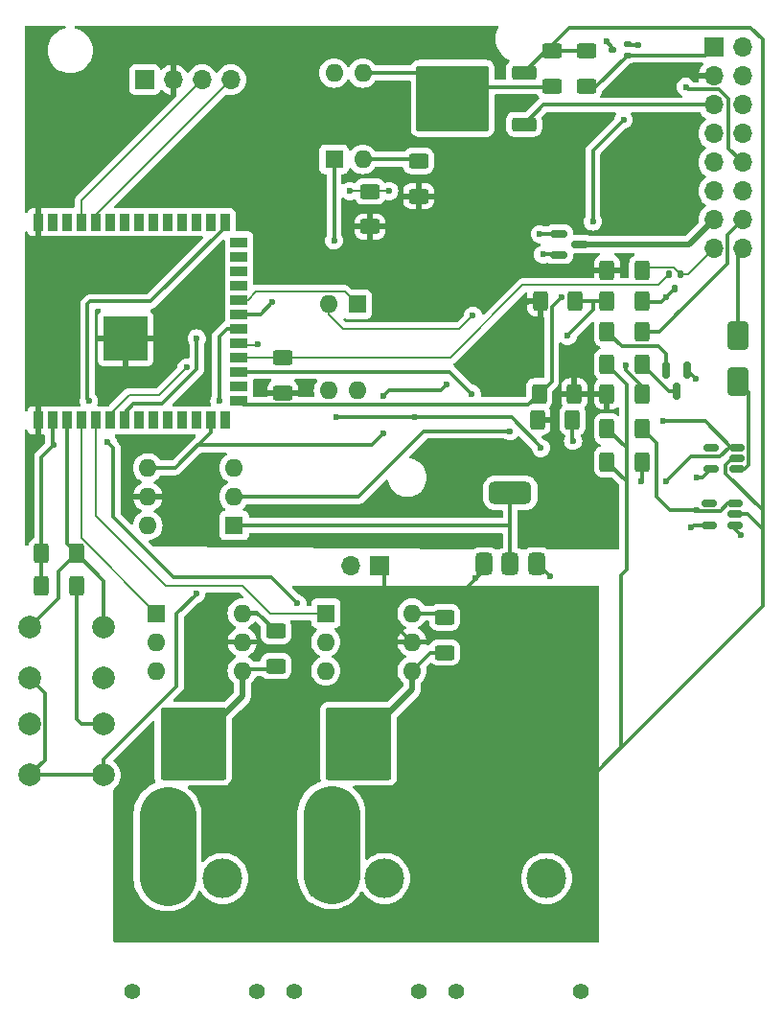
<source format=gbr>
%TF.GenerationSoftware,KiCad,Pcbnew,8.0.6*%
%TF.CreationDate,2025-05-10T04:30:44+07:00*%
%TF.ProjectId,FCU32 2 LAYER,46435533-3220-4322-904c-415945522e6b,rev?*%
%TF.SameCoordinates,Original*%
%TF.FileFunction,Copper,L1,Top*%
%TF.FilePolarity,Positive*%
%FSLAX46Y46*%
G04 Gerber Fmt 4.6, Leading zero omitted, Abs format (unit mm)*
G04 Created by KiCad (PCBNEW 8.0.6) date 2025-05-10 04:30:44*
%MOMM*%
%LPD*%
G01*
G04 APERTURE LIST*
G04 Aperture macros list*
%AMRoundRect*
0 Rectangle with rounded corners*
0 $1 Rounding radius*
0 $2 $3 $4 $5 $6 $7 $8 $9 X,Y pos of 4 corners*
0 Add a 4 corners polygon primitive as box body*
4,1,4,$2,$3,$4,$5,$6,$7,$8,$9,$2,$3,0*
0 Add four circle primitives for the rounded corners*
1,1,$1+$1,$2,$3*
1,1,$1+$1,$4,$5*
1,1,$1+$1,$6,$7*
1,1,$1+$1,$8,$9*
0 Add four rect primitives between the rounded corners*
20,1,$1+$1,$2,$3,$4,$5,0*
20,1,$1+$1,$4,$5,$6,$7,0*
20,1,$1+$1,$6,$7,$8,$9,0*
20,1,$1+$1,$8,$9,$2,$3,0*%
G04 Aperture macros list end*
%TA.AperFunction,Conductor*%
%ADD10C,0.200000*%
%TD*%
%TA.AperFunction,SMDPad,CuDef*%
%ADD11RoundRect,0.250000X-0.400000X-0.625000X0.400000X-0.625000X0.400000X0.625000X-0.400000X0.625000X0*%
%TD*%
%TA.AperFunction,ComponentPad*%
%ADD12O,1.600000X1.600000*%
%TD*%
%TA.AperFunction,ComponentPad*%
%ADD13R,1.600000X1.600000*%
%TD*%
%TA.AperFunction,SMDPad,CuDef*%
%ADD14RoundRect,0.150000X0.512500X0.150000X-0.512500X0.150000X-0.512500X-0.150000X0.512500X-0.150000X0*%
%TD*%
%TA.AperFunction,SMDPad,CuDef*%
%ADD15RoundRect,0.375000X0.375000X-0.625000X0.375000X0.625000X-0.375000X0.625000X-0.375000X-0.625000X0*%
%TD*%
%TA.AperFunction,SMDPad,CuDef*%
%ADD16RoundRect,0.500000X1.400000X-0.500000X1.400000X0.500000X-1.400000X0.500000X-1.400000X-0.500000X0*%
%TD*%
%TA.AperFunction,ComponentPad*%
%ADD17C,2.000000*%
%TD*%
%TA.AperFunction,SMDPad,CuDef*%
%ADD18RoundRect,0.250000X0.400000X0.625000X-0.400000X0.625000X-0.400000X-0.625000X0.400000X-0.625000X0*%
%TD*%
%TA.AperFunction,SMDPad,CuDef*%
%ADD19RoundRect,0.250000X0.625000X-0.400000X0.625000X0.400000X-0.625000X0.400000X-0.625000X-0.400000X0*%
%TD*%
%TA.AperFunction,SMDPad,CuDef*%
%ADD20RoundRect,0.250000X-0.625000X0.400000X-0.625000X-0.400000X0.625000X-0.400000X0.625000X0.400000X0*%
%TD*%
%TA.AperFunction,SMDPad,CuDef*%
%ADD21RoundRect,0.125000X0.175000X0.125000X-0.175000X0.125000X-0.175000X-0.125000X0.175000X-0.125000X0*%
%TD*%
%TA.AperFunction,SMDPad,CuDef*%
%ADD22RoundRect,0.250000X0.850000X0.350000X-0.850000X0.350000X-0.850000X-0.350000X0.850000X-0.350000X0*%
%TD*%
%TA.AperFunction,SMDPad,CuDef*%
%ADD23RoundRect,0.250000X1.275000X1.125000X-1.275000X1.125000X-1.275000X-1.125000X1.275000X-1.125000X0*%
%TD*%
%TA.AperFunction,SMDPad,CuDef*%
%ADD24RoundRect,0.249997X2.950003X2.650003X-2.950003X2.650003X-2.950003X-2.650003X2.950003X-2.650003X0*%
%TD*%
%TA.AperFunction,SMDPad,CuDef*%
%ADD25RoundRect,0.125000X-0.125000X0.175000X-0.125000X-0.175000X0.125000X-0.175000X0.125000X0.175000X0*%
%TD*%
%TA.AperFunction,SMDPad,CuDef*%
%ADD26RoundRect,0.250000X0.350000X-0.850000X0.350000X0.850000X-0.350000X0.850000X-0.350000X-0.850000X0*%
%TD*%
%TA.AperFunction,SMDPad,CuDef*%
%ADD27RoundRect,0.250000X1.125000X-1.275000X1.125000X1.275000X-1.125000X1.275000X-1.125000X-1.275000X0*%
%TD*%
%TA.AperFunction,SMDPad,CuDef*%
%ADD28RoundRect,0.249997X2.650003X-2.950003X2.650003X2.950003X-2.650003X2.950003X-2.650003X-2.950003X0*%
%TD*%
%TA.AperFunction,SMDPad,CuDef*%
%ADD29RoundRect,0.150000X-0.150000X0.587500X-0.150000X-0.587500X0.150000X-0.587500X0.150000X0.587500X0*%
%TD*%
%TA.AperFunction,SMDPad,CuDef*%
%ADD30RoundRect,0.150000X-0.587500X-0.150000X0.587500X-0.150000X0.587500X0.150000X-0.587500X0.150000X0*%
%TD*%
%TA.AperFunction,ComponentPad*%
%ADD31R,1.700000X1.700000*%
%TD*%
%TA.AperFunction,ComponentPad*%
%ADD32O,1.700000X1.700000*%
%TD*%
%TA.AperFunction,ComponentPad*%
%ADD33C,1.400000*%
%TD*%
%TA.AperFunction,ComponentPad*%
%ADD34RoundRect,0.770000X0.980000X0.980000X-0.980000X0.980000X-0.980000X-0.980000X0.980000X-0.980000X0*%
%TD*%
%TA.AperFunction,ComponentPad*%
%ADD35C,3.500000*%
%TD*%
%TA.AperFunction,SMDPad,CuDef*%
%ADD36RoundRect,0.250000X0.650000X-1.000000X0.650000X1.000000X-0.650000X1.000000X-0.650000X-1.000000X0*%
%TD*%
%TA.AperFunction,SMDPad,CuDef*%
%ADD37R,0.900000X1.500000*%
%TD*%
%TA.AperFunction,SMDPad,CuDef*%
%ADD38R,1.500000X0.900000*%
%TD*%
%TA.AperFunction,HeatsinkPad*%
%ADD39C,0.600000*%
%TD*%
%TA.AperFunction,SMDPad,CuDef*%
%ADD40R,3.900000X3.900000*%
%TD*%
%TA.AperFunction,ViaPad*%
%ADD41C,1.000000*%
%TD*%
%TA.AperFunction,ViaPad*%
%ADD42C,0.600000*%
%TD*%
%TA.AperFunction,Conductor*%
%ADD43C,0.300000*%
%TD*%
%TA.AperFunction,Conductor*%
%ADD44C,0.500000*%
%TD*%
%TA.AperFunction,Conductor*%
%ADD45C,5.000000*%
%TD*%
G04 APERTURE END LIST*
%TO.N,GND*%
D10*
X58100000Y-93400000D02*
X62900000Y-93400000D01*
X62900000Y-98500000D01*
X58100000Y-98500000D01*
X58100000Y-93400000D01*
%TA.AperFunction,Conductor*%
G36*
X58100000Y-93400000D02*
G01*
X62900000Y-93400000D01*
X62900000Y-98500000D01*
X58100000Y-98500000D01*
X58100000Y-93400000D01*
G37*
%TD.AperFunction*%
X35600000Y-88600000D02*
X38300000Y-88600000D01*
X38300000Y-92200000D01*
X35600000Y-92200000D01*
X35600000Y-88600000D01*
%TA.AperFunction,Conductor*%
G36*
X35600000Y-88600000D02*
G01*
X38300000Y-88600000D01*
X38300000Y-92200000D01*
X35600000Y-92200000D01*
X35600000Y-88600000D01*
G37*
%TD.AperFunction*%
X50000000Y-88500000D02*
X52700000Y-88500000D01*
X52700000Y-92100000D01*
X50000000Y-92100000D01*
X50000000Y-88500000D01*
%TA.AperFunction,Conductor*%
G36*
X50000000Y-88500000D02*
G01*
X52700000Y-88500000D01*
X52700000Y-92100000D01*
X50000000Y-92100000D01*
X50000000Y-88500000D01*
G37*
%TD.AperFunction*%
%TD*%
D11*
%TO.P,R10,1*%
%TO.N,+3V3*%
X21082000Y-67214000D03*
%TO.P,R10,2*%
%TO.N,en*%
X24182000Y-67214000D03*
%TD*%
%TO.P,R11,1*%
%TO.N,+3V3*%
X21082000Y-70104000D03*
%TO.P,R11,2*%
%TO.N,IO0*%
X24182000Y-70104000D03*
%TD*%
D12*
%TO.P,U8,6*%
%TO.N,ACCU.SRC*%
X38820000Y-72475001D03*
%TO.P,U8,5*%
%TO.N,GND*%
X38820000Y-75015001D03*
%TO.P,U8,4*%
%TO.N,Net-(Q4-G)*%
X38820000Y-77555001D03*
%TO.P,U8,3*%
%TO.N,unconnected-(U8-Pad3)*%
X31200000Y-77555000D03*
%TO.P,U8,2*%
%TO.N,Net-(R16-Pad2)*%
X31200000Y-75015001D03*
D13*
%TO.P,U8,1*%
%TO.N,PUMP.PIN*%
X31200000Y-72475001D03*
%TD*%
D12*
%TO.P,U2,6*%
%TO.N,ACCU.SRC*%
X53820000Y-72475001D03*
%TO.P,U2,5*%
%TO.N,GND*%
X53820000Y-75015001D03*
%TO.P,U2,4*%
%TO.N,Net-(Q1-G)*%
X53820000Y-77555001D03*
%TO.P,U2,3*%
%TO.N,unconnected-(U2-Pad3)*%
X46200000Y-77555000D03*
%TO.P,U2,2*%
%TO.N,Net-(R8-Pad2)*%
X46200000Y-75015001D03*
D13*
%TO.P,U2,1*%
%TO.N,INJEC.PIN*%
X46200000Y-72475001D03*
%TD*%
%TO.P,U13,1*%
%TO.N,EROR*%
X48975000Y-45200000D03*
D12*
%TO.P,U13,2*%
%TO.N,Net-(R2-Pad2)*%
X46435000Y-45200000D03*
%TO.P,U13,3*%
%TO.N,Net-(Q2-G)*%
X46435000Y-52820000D03*
%TO.P,U13,4*%
%TO.N,ACCU.SRC*%
X48975000Y-52820000D03*
%TD*%
D14*
%TO.P,U11,1,VIN*%
%TO.N,Net-(D3-K)*%
X82537500Y-59749999D03*
%TO.P,U11,2,GND*%
%TO.N,GND*%
X82537500Y-58800000D03*
%TO.P,U11,3,EN*%
%TO.N,BATT ENABLE*%
X82537500Y-57850001D03*
%TO.P,U11,4,NC*%
%TO.N,unconnected-(U11-NC-Pad4)*%
X80262500Y-57850001D03*
%TO.P,U11,5,VOUT*%
%TO.N,+3V3*%
X80262500Y-59749999D03*
%TD*%
D13*
%TO.P,U9,1*%
%TO.N,+5V*%
X38100000Y-64725000D03*
D12*
%TO.P,U9,2*%
%TO.N,Net-(Q3-C)*%
X38100000Y-62185000D03*
%TO.P,U9,3*%
%TO.N,unconnected-(U9-Pad3)*%
X38100000Y-59645001D03*
%TO.P,U9,4*%
%TO.N,RPM*%
X30480000Y-59645000D03*
%TO.P,U9,5*%
%TO.N,GND1*%
X30480000Y-62185000D03*
%TO.P,U9,6*%
%TO.N,+3V3*%
X30480000Y-64725000D03*
%TD*%
D13*
%TO.P,U7,1*%
%TO.N,St.Out*%
X46925001Y-32400000D03*
D12*
%TO.P,U7,2*%
%TO.N,Net-(R14-Pad2)*%
X49465001Y-32400000D03*
%TO.P,U7,3*%
%TO.N,Net-(Q7-G)*%
X49465001Y-24780000D03*
%TO.P,U7,4*%
%TO.N,ACCU.SRC*%
X46925001Y-24780000D03*
%TD*%
D15*
%TO.P,U4,1,GND*%
%TO.N,GND*%
X60200000Y-68150000D03*
%TO.P,U4,2,VO*%
%TO.N,+5V*%
X62500000Y-68149999D03*
D16*
X62500000Y-61850001D03*
D15*
%TO.P,U4,3,VI*%
%TO.N,toams*%
X64800000Y-68150000D03*
%TD*%
D17*
%TO.P,SW2,1,1*%
%TO.N,IO0*%
X20066000Y-82282000D03*
X26566000Y-82282000D03*
%TO.P,SW2,2,2*%
%TO.N,GND1*%
X20066000Y-86782000D03*
X26566000Y-86782000D03*
%TD*%
%TO.P,SW1,1,1*%
%TO.N,en*%
X20066000Y-73732000D03*
X26566000Y-73732000D03*
%TO.P,SW1,2,2*%
%TO.N,GND1*%
X20066000Y-78232000D03*
X26566000Y-78232000D03*
%TD*%
D11*
%TO.P,R24,1*%
%TO.N,GND1*%
X64900000Y-55400000D03*
%TO.P,R24,2*%
%TO.N,LOGIC*%
X68000000Y-55400000D03*
%TD*%
D18*
%TO.P,R22,1*%
%TO.N,ACCU EN*%
X74150001Y-56200000D03*
%TO.P,R22,2*%
%TO.N,GND*%
X71049999Y-56200000D03*
%TD*%
D11*
%TO.P,R20,1*%
%TO.N,RPM*%
X71049999Y-44900000D03*
%TO.P,R20,2*%
%TO.N,+3V3*%
X74150001Y-44900000D03*
%TD*%
D19*
%TO.P,R18,2*%
%TO.N,ACCU.SRC*%
X41800000Y-74049999D03*
%TO.P,R18,1*%
%TO.N,Net-(Q4-G)*%
X41800000Y-77150001D03*
%TD*%
D11*
%TO.P,R17,1*%
%TO.N,GND*%
X71049999Y-50500000D03*
%TO.P,R17,2*%
%TO.N,Net-(Q3-E)*%
X74150001Y-50500000D03*
%TD*%
D18*
%TO.P,R15,1*%
%TO.N,COIL*%
X74150001Y-47600000D03*
%TO.P,R15,2*%
%TO.N,Net-(Q3-B)*%
X71049999Y-47600000D03*
%TD*%
D19*
%TO.P,R14,1*%
%TO.N,GND1*%
X54400000Y-35650001D03*
%TO.P,R14,2*%
%TO.N,Net-(R14-Pad2)*%
X54400000Y-32549999D03*
%TD*%
%TO.P,R12,1*%
%TO.N,GND1*%
X50100000Y-38350001D03*
%TO.P,R12,2*%
%TO.N,T.UDARA*%
X50100000Y-35249999D03*
%TD*%
D20*
%TO.P,R9,1*%
%TO.N,GND*%
X66200000Y-22849999D03*
%TO.P,R9,2*%
%TO.N,Net-(Q7-G)*%
X66200000Y-25950001D03*
%TD*%
D19*
%TO.P,R6,1*%
%TO.N,GND1*%
X42400000Y-53050001D03*
%TO.P,R6,2*%
%TO.N,St.bt*%
X42400000Y-49949999D03*
%TD*%
%TO.P,R5,1*%
%TO.N,Net-(Q1-G)*%
X56700000Y-75950001D03*
%TO.P,R5,2*%
%TO.N,ACCU.SRC*%
X56700000Y-72849999D03*
%TD*%
D11*
%TO.P,R4,1*%
%TO.N,KEY.PIN*%
X65050000Y-53100000D03*
%TO.P,R4,2*%
%TO.N,GND1*%
X68150000Y-53100000D03*
%TD*%
%TO.P,R3,1*%
%TO.N,GND1*%
X71049999Y-42200000D03*
%TO.P,R3,2*%
%TO.N,Dinamo.bt*%
X74150001Y-42200000D03*
%TD*%
%TO.P,R2,1*%
%TO.N,GND1*%
X71049999Y-53100000D03*
%TO.P,R2,2*%
%TO.N,Net-(R2-Pad2)*%
X74150001Y-53100000D03*
%TD*%
D20*
%TO.P,R1,1*%
%TO.N,GND*%
X69200000Y-22849999D03*
%TO.P,R1,2*%
%TO.N,KEY*%
X69200000Y-25950001D03*
%TD*%
D21*
%TO.P,Q8,1,G*%
%TO.N,KEY*%
X72850000Y-23200000D03*
%TO.P,Q8,2,S*%
%TO.N,KEY.PIN*%
X72850000Y-22200000D03*
%TO.P,Q8,3,D*%
%TO.N,+3V3*%
X71550001Y-22700000D03*
%TD*%
D22*
%TO.P,Q7,1,D*%
%TO.N,Dinamo(-)*%
X63700000Y-29300000D03*
D23*
%TO.P,Q7,2,G*%
%TO.N,Net-(Q7-G)*%
X59075000Y-28545000D03*
X59075000Y-25495000D03*
D24*
X57399999Y-27020000D03*
D23*
X55725000Y-28545000D03*
X55725000Y-25495000D03*
D22*
%TO.P,Q7,3,S*%
%TO.N,GND*%
X63700000Y-24740000D03*
%TD*%
D25*
%TO.P,Q6,1,G*%
%TO.N,Dinamo.bt*%
X77500000Y-42550000D03*
%TO.P,Q6,2,S*%
%TO.N,St.bt*%
X76500000Y-42550000D03*
%TO.P,Q6,3,D*%
%TO.N,+3V3*%
X77000000Y-43849999D03*
%TD*%
D26*
%TO.P,Q4,3,S*%
%TO.N,GND*%
X36760000Y-90300000D03*
D27*
%TO.P,Q4,2,G*%
%TO.N,Net-(Q4-G)*%
X36005000Y-82325000D03*
X32955000Y-82325000D03*
D28*
X34480000Y-83999999D03*
D27*
X36005000Y-85675000D03*
X32955000Y-85675000D03*
D26*
%TO.P,Q4,1,D*%
%TO.N,FUEL.PUMP(-)*%
X32200000Y-90300000D03*
%TD*%
D29*
%TO.P,Q3,1,C*%
%TO.N,Net-(Q3-C)*%
X78150000Y-51024999D03*
%TO.P,Q3,2,B*%
%TO.N,Net-(Q3-B)*%
X76250000Y-51024999D03*
%TO.P,Q3,3,E*%
%TO.N,Net-(Q3-E)*%
X77200000Y-52900000D03*
%TD*%
D30*
%TO.P,Q2,3,D*%
%TO.N,ERROR_LAMP*%
X68675002Y-39900000D03*
%TO.P,Q2,2,S*%
%TO.N,GND*%
X66800001Y-40850000D03*
%TO.P,Q2,1,G*%
%TO.N,Net-(Q2-G)*%
X66800001Y-38950000D03*
%TD*%
D26*
%TO.P,Q1,1,D*%
%TO.N,INJECTOR(-)*%
X46822500Y-90300000D03*
D27*
%TO.P,Q1,2,G*%
%TO.N,Net-(Q1-G)*%
X47577500Y-85675000D03*
X50627500Y-85675000D03*
D28*
X49102500Y-83999999D03*
D27*
X47577500Y-82325000D03*
X50627500Y-82325000D03*
D26*
%TO.P,Q1,3,S*%
%TO.N,GND*%
X51382500Y-90300000D03*
%TD*%
D31*
%TO.P,JP1,1,A*%
%TO.N,GND*%
X50975000Y-68300000D03*
D32*
%TO.P,JP1,2,B*%
%TO.N,GND1*%
X48435000Y-68300000D03*
%TD*%
D33*
%TO.P,J5,*%
%TO.N,*%
X54400000Y-105900000D03*
X43400000Y-105900000D03*
D34*
%TO.P,J5,1,Pin_1*%
%TO.N,INJECTOR(-)*%
X46400000Y-95900000D03*
D35*
%TO.P,J5,2,Pin_2*%
%TO.N,ACCU.SRC*%
X51400000Y-95900000D03*
%TD*%
D33*
%TO.P,J4,*%
%TO.N,*%
X40100000Y-105900000D03*
X29100000Y-105900000D03*
D34*
%TO.P,J4,1,Pin_1*%
%TO.N,FUEL.PUMP(-)*%
X32100000Y-95900000D03*
D35*
%TO.P,J4,2,Pin_2*%
%TO.N,ACCU.SRC*%
X37100000Y-95900000D03*
%TD*%
D33*
%TO.P,J3,*%
%TO.N,*%
X68700000Y-105900000D03*
X57700000Y-105900000D03*
D34*
%TO.P,J3,1,Pin_1*%
%TO.N,GND*%
X60700000Y-95900000D03*
D35*
%TO.P,J3,2,Pin_2*%
%TO.N,ACCU.SRC*%
X65700000Y-95900000D03*
%TD*%
D31*
%TO.P,J2,1,Pin_1*%
%TO.N,+3V3*%
X30200000Y-25375000D03*
D32*
%TO.P,J2,2,Pin_2*%
%TO.N,GND1*%
X32740000Y-25375000D03*
%TO.P,J2,3,Pin_3*%
%TO.N,TX*%
X35279999Y-25375000D03*
%TO.P,J2,4,Pin_4*%
%TO.N,RX*%
X37820000Y-25375000D03*
%TD*%
D36*
%TO.P,D3,1,K*%
%TO.N,Net-(D3-K)*%
X82600000Y-52000001D03*
%TO.P,D3,2,A*%
%TO.N,BATTERY*%
X82600000Y-47999999D03*
%TD*%
D32*
%TO.P,J1,16,Pin_16*%
%TO.N,BATTERY*%
X83000000Y-40280000D03*
%TO.P,J1,15,Pin_15*%
%TO.N,Dinamo.bt*%
X80460000Y-40280001D03*
%TO.P,J1,14,Pin_14*%
%TO.N,COIL*%
X83000000Y-37740000D03*
%TO.P,J1,13,Pin_13*%
%TO.N,ERROR_LAMP*%
X80460000Y-37740000D03*
%TO.P,J1,12,Pin_12*%
%TO.N,unconnected-(J1-Pin_12-Pad12)*%
X83000000Y-35200000D03*
%TO.P,J1,11,Pin_11*%
%TO.N,T.UDARA*%
X80460000Y-35200000D03*
%TO.P,J1,10,Pin_10*%
%TO.N,+3V3*%
X83000000Y-32660000D03*
%TO.P,J1,9,Pin_9*%
%TO.N,SENSOR PRESSURE*%
X80460000Y-32660000D03*
%TO.P,J1,8,Pin_8*%
%TO.N,STEPDOWN ACCU*%
X83000000Y-30120000D03*
%TO.P,J1,7,Pin_7*%
%TO.N,TPS*%
X80460000Y-30120000D03*
%TO.P,J1,6,Pin_6*%
%TO.N,unconnected-(J1-Pin_6-Pad6)*%
X83000000Y-27580000D03*
%TO.P,J1,5,Pin_5*%
%TO.N,Dinamo(-)*%
X80460000Y-27579999D03*
%TO.P,J1,4,Pin_4*%
%TO.N,unconnected-(J1-Pin_4-Pad4)*%
X83000000Y-25040000D03*
%TO.P,J1,3,Pin_3*%
%TO.N,GND1*%
X80460000Y-25040000D03*
%TO.P,J1,2,Pin_2*%
%TO.N,unconnected-(J1-Pin_2-Pad2)*%
X83000000Y-22500000D03*
D31*
%TO.P,J1,1,Pin_1*%
%TO.N,KEY*%
X80460000Y-22500000D03*
%TD*%
D37*
%TO.P,U12,1,GND*%
%TO.N,GND1*%
X20780000Y-55450000D03*
%TO.P,U12,2,3V3*%
%TO.N,+3V3*%
X22050000Y-55450000D03*
%TO.P,U12,3,EN*%
%TO.N,en*%
X23320000Y-55450000D03*
%TO.P,U12,4,IO4*%
%TO.N,PUMP.PIN*%
X24590000Y-55450000D03*
%TO.P,U12,5,IO5*%
%TO.N,INJEC.PIN*%
X25860000Y-55450000D03*
%TO.P,U12,6,IO6*%
%TO.N,SENSOR PRESSURE*%
X27130000Y-55450000D03*
%TO.P,U12,7,IO7*%
%TO.N,T.UDARA*%
X28400000Y-55450000D03*
%TO.P,U12,8,IO15*%
%TO.N,unconnected-(U12-IO15-Pad8)*%
X29670000Y-55450000D03*
%TO.P,U12,9,IO16*%
%TO.N,unconnected-(U12-IO16-Pad9)*%
X30940000Y-55450000D03*
%TO.P,U12,10,IO17*%
%TO.N,unconnected-(U12-IO17-Pad10)*%
X32210000Y-55450000D03*
%TO.P,U12,11,IO18*%
%TO.N,unconnected-(U12-IO18-Pad11)*%
X33480000Y-55450000D03*
%TO.P,U12,12,IO8*%
%TO.N,accu*%
X34750000Y-55450000D03*
%TO.P,U12,13,IO19*%
%TO.N,RPM*%
X36020000Y-55450000D03*
%TO.P,U12,14,IO20*%
%TO.N,ACCU.Voltage*%
X37290000Y-55450000D03*
D38*
%TO.P,U12,15,IO3*%
%TO.N,KEY.PIN*%
X38540000Y-53685000D03*
%TO.P,U12,16,IO46*%
%TO.N,unconnected-(U12-IO46-Pad16)*%
X38540000Y-52415000D03*
%TO.P,U12,17,IO9*%
%TO.N,BATT ENABLE*%
X38540000Y-51145000D03*
%TO.P,U12,18,IO10*%
%TO.N,St.bt*%
X38540000Y-49875000D03*
%TO.P,U12,19,IO11*%
%TO.N,TPS*%
X38540000Y-48605000D03*
%TO.P,U12,20,IO12*%
%TO.N,ACCU EN*%
X38540000Y-47335000D03*
%TO.P,U12,21,IO13*%
%TO.N,St.Out*%
X38540000Y-46065000D03*
%TO.P,U12,22,IO14*%
%TO.N,EROR*%
X38540000Y-44795000D03*
%TO.P,U12,23,IO21*%
%TO.N,unconnected-(U12-IO21-Pad23)*%
X38540000Y-43525000D03*
%TO.P,U12,24,IO47*%
%TO.N,unconnected-(U12-IO47-Pad24)*%
X38540000Y-42255000D03*
%TO.P,U12,25,IO48*%
%TO.N,unconnected-(U12-IO48-Pad25)*%
X38540000Y-40985000D03*
%TO.P,U12,26,IO45*%
%TO.N,unconnected-(U12-IO45-Pad26)*%
X38540000Y-39715000D03*
D37*
%TO.P,U12,27,IO0*%
%TO.N,IO0*%
X37290000Y-37950000D03*
%TO.P,U12,28,IO35*%
%TO.N,unconnected-(U12-IO35-Pad28)*%
X36020000Y-37950000D03*
%TO.P,U12,29,IO36*%
%TO.N,unconnected-(U12-IO36-Pad29)*%
X34750000Y-37950000D03*
%TO.P,U12,30,IO37*%
%TO.N,unconnected-(U12-IO37-Pad30)*%
X33480000Y-37950000D03*
%TO.P,U12,31,IO38*%
%TO.N,unconnected-(U12-IO38-Pad31)*%
X32210000Y-37950000D03*
%TO.P,U12,32,IO39*%
%TO.N,unconnected-(U12-IO39-Pad32)*%
X30940000Y-37950000D03*
%TO.P,U12,33,IO40*%
%TO.N,unconnected-(U12-IO40-Pad33)*%
X29670000Y-37950000D03*
%TO.P,U12,34,IO41*%
%TO.N,unconnected-(U12-IO41-Pad34)*%
X28400000Y-37950000D03*
%TO.P,U12,35,IO42*%
%TO.N,unconnected-(U12-IO42-Pad35)*%
X27130000Y-37950000D03*
%TO.P,U12,36,RXD0*%
%TO.N,RX*%
X25860000Y-37950000D03*
%TO.P,U12,37,TXD0*%
%TO.N,TX*%
X24590000Y-37950000D03*
%TO.P,U12,38,IO2*%
%TO.N,unconnected-(U12-IO2-Pad38)*%
X23320000Y-37950000D03*
%TO.P,U12,39,IO1*%
%TO.N,unconnected-(U12-IO1-Pad39)*%
X22050000Y-37950000D03*
%TO.P,U12,40,GND*%
%TO.N,GND1*%
X20780000Y-37950000D03*
D39*
%TO.P,U12,41,GND*%
X27800000Y-49600000D03*
X29200000Y-49600000D03*
X27100000Y-48900000D03*
X28500000Y-48900000D03*
X29900000Y-48900000D03*
X27800000Y-48200000D03*
D40*
X28500000Y-48200000D03*
D39*
X29200000Y-48200000D03*
X27100000Y-47500000D03*
X28500000Y-47500000D03*
X29900000Y-47500000D03*
X27800000Y-46800000D03*
X29200000Y-46800000D03*
%TD*%
D18*
%TO.P,R23,1*%
%TO.N,BATT ENABLE*%
X74150001Y-59100000D03*
%TO.P,R23,2*%
%TO.N,GND*%
X71049999Y-59100000D03*
%TD*%
D14*
%TO.P,U10,1,VIN*%
%TO.N,STEPDOWN ACCU*%
X82375000Y-64699999D03*
%TO.P,U10,2,GND*%
%TO.N,GND*%
X82375000Y-63750000D03*
%TO.P,U10,3,EN*%
%TO.N,ACCU EN*%
X82375000Y-62800001D03*
%TO.P,U10,4,NC*%
%TO.N,unconnected-(U10-NC-Pad4)*%
X80100000Y-62800001D03*
%TO.P,U10,5,VOUT*%
%TO.N,+3V3*%
X80100000Y-64699999D03*
%TD*%
D18*
%TO.P,R21,2*%
%TO.N,GND1*%
X65149999Y-44890000D03*
%TO.P,R21,1*%
%TO.N,RPM*%
X68250001Y-44890000D03*
%TD*%
D41*
%TO.N,GND1*%
X23450000Y-51850000D03*
X26430000Y-51810000D03*
D42*
X40185333Y-52631333D03*
X35765985Y-52631333D03*
X76200000Y-28702000D03*
X76200000Y-26162000D03*
%TO.N,IO0*%
X26924000Y-57404000D03*
X43688000Y-71628000D03*
X25273000Y-53721000D03*
%TO.N,GND1*%
X34750000Y-70780000D03*
%TO.N,RPM*%
X51308000Y-56642000D03*
X51308000Y-53340000D03*
X56896000Y-52324000D03*
X67564000Y-48006000D03*
%TO.N,GND1*%
X64516000Y-49530000D03*
X67310000Y-49530000D03*
X62000000Y-43000000D03*
X64000000Y-45000000D03*
%TO.N,+3V3*%
X71000000Y-22000000D03*
X78000000Y-26000000D03*
X78500000Y-64900000D03*
X79000000Y-60500000D03*
%TO.N,BATT ENABLE*%
X76000000Y-55500000D03*
X59100000Y-53100000D03*
X76300000Y-60800000D03*
%TO.N,KEY.PIN*%
X73800000Y-22300000D03*
X72500000Y-28900000D03*
X69800000Y-37900000D03*
X67000000Y-44600000D03*
%TO.N,ACCU EN*%
X68050000Y-57250000D03*
%TO.N,BATT ENABLE*%
X74100000Y-60800000D03*
%TO.N,Net-(R2-Pad2)*%
X59200000Y-46200000D03*
X72700000Y-50600000D03*
%TO.N,STEPDOWN ACCU*%
X82900000Y-65600000D03*
%TO.N,ACCU EN*%
X79000000Y-63400000D03*
X65200000Y-57900000D03*
X54100000Y-55200000D03*
X47100000Y-55200000D03*
X36788328Y-53754358D03*
%TO.N,toams*%
X66000000Y-69200000D03*
%TO.N,+3V3*%
X76274999Y-44574999D03*
D41*
%TO.N,Net-(Q7-G)*%
X55725000Y-28545000D03*
X59075000Y-28545000D03*
X57399999Y-27020000D03*
X59075000Y-25495000D03*
X55725000Y-25495000D03*
D42*
%TO.N,GND*%
X59400000Y-69400000D03*
%TO.N,+3V3*%
X22200000Y-57600000D03*
%TO.N,St.Out*%
X46925001Y-39574999D03*
X41500000Y-45000000D03*
%TO.N,T.UDARA*%
X48300000Y-35200000D03*
X51800000Y-35200000D03*
%TO.N,Net-(Q3-C)*%
X62500000Y-56414760D03*
X78900000Y-51774999D03*
%TO.N,GND*%
X65400000Y-40800000D03*
%TO.N,Net-(Q2-G)*%
X65100000Y-39000000D03*
%TO.N,TPS*%
X40200000Y-48700000D03*
%TO.N,SENSOR PRESSURE*%
X33900000Y-50800000D03*
%TO.N,T.UDARA*%
X34800000Y-48200000D03*
%TO.N,GND1*%
X20780000Y-56680000D03*
D41*
%TO.N,Net-(Q4-G)*%
X32800000Y-82300000D03*
X36005000Y-82325000D03*
X34480000Y-83999999D03*
X36005000Y-85675000D03*
X32955000Y-85675000D03*
%TO.N,Net-(Q1-G)*%
X50627500Y-82325000D03*
X47577500Y-82325000D03*
X50627500Y-85675000D03*
X47577500Y-85675000D03*
X49102500Y-83999999D03*
%TD*%
D10*
%TO.N,INJEC.PIN*%
X25860000Y-63860000D02*
X25860000Y-55450000D01*
X32060000Y-70060000D02*
X25860000Y-63860000D01*
X41275001Y-72475001D02*
X38860000Y-70060000D01*
X38860000Y-70060000D02*
X32060000Y-70060000D01*
X46200000Y-72475001D02*
X41275001Y-72475001D01*
D43*
%TO.N,GND1*%
X26566000Y-85367787D02*
X26566000Y-86782000D01*
X33020000Y-78913787D02*
X26566000Y-85367787D01*
X34750000Y-70790000D02*
X33020000Y-72520000D01*
X34750000Y-70780000D02*
X34750000Y-70790000D01*
X33020000Y-72520000D02*
X33020000Y-78913787D01*
%TO.N,GND*%
X84800000Y-63403619D02*
X84800000Y-65100000D01*
X81525000Y-59388737D02*
X81525000Y-60128619D01*
X81525000Y-60128619D02*
X84800000Y-63403619D01*
X82113737Y-58800000D02*
X81525000Y-59388737D01*
X82537500Y-58800000D02*
X82113737Y-58800000D01*
X84800000Y-65100000D02*
X84800000Y-62230000D01*
X84800000Y-62230000D02*
X84800000Y-65200000D01*
X84800000Y-21800000D02*
X84800000Y-62230000D01*
%TO.N,BATT ENABLE*%
X81849999Y-57850001D02*
X82537500Y-57850001D01*
X81026000Y-58674000D02*
X81849999Y-57850001D01*
X78426000Y-58674000D02*
X81026000Y-58674000D01*
X76300000Y-60800000D02*
X78426000Y-58674000D01*
%TO.N,IO0*%
X27432000Y-57912000D02*
X26924000Y-57404000D01*
X32766000Y-69342000D02*
X27432000Y-64008000D01*
X41402000Y-69342000D02*
X32766000Y-69342000D01*
X27432000Y-64008000D02*
X27432000Y-57912000D01*
X43688000Y-71628000D02*
X41402000Y-69342000D01*
X25146000Y-45212000D02*
X25146000Y-53594000D01*
X25400000Y-44958000D02*
X25146000Y-45212000D01*
X37290000Y-38392000D02*
X30724000Y-44958000D01*
X37290000Y-37950000D02*
X37290000Y-38392000D01*
X30724000Y-44958000D02*
X25400000Y-44958000D01*
%TO.N,en*%
X26566000Y-69598000D02*
X24182000Y-67214000D01*
X26566000Y-73732000D02*
X26566000Y-69598000D01*
%TO.N,GND1*%
X26566000Y-86782000D02*
X20066000Y-86782000D01*
X21416000Y-79582000D02*
X20066000Y-78232000D01*
X21416000Y-85432000D02*
X21416000Y-79582000D01*
X20066000Y-86782000D02*
X21416000Y-85432000D01*
%TO.N,en*%
X22606000Y-71192000D02*
X20066000Y-73732000D01*
X22606000Y-68790000D02*
X22606000Y-71192000D01*
X24182000Y-67214000D02*
X22606000Y-68790000D01*
%TO.N,IO0*%
X24906000Y-82282000D02*
X26566000Y-82282000D01*
X24638000Y-82296000D02*
X24892000Y-82296000D01*
X24182000Y-81840000D02*
X24638000Y-82296000D01*
X24892000Y-82296000D02*
X24906000Y-82282000D01*
X24182000Y-70104000D02*
X24182000Y-81840000D01*
%TO.N,+3V3*%
X21082000Y-58718000D02*
X22200000Y-57600000D01*
X21082000Y-67214000D02*
X21082000Y-70104000D01*
%TO.N,en*%
X23320000Y-66352000D02*
X23320000Y-55450000D01*
X24182000Y-67214000D02*
X23320000Y-66352000D01*
%TO.N,RPM*%
X56388000Y-52832000D02*
X56896000Y-52324000D01*
X51308000Y-53340000D02*
X51816000Y-52832000D01*
X51816000Y-52832000D02*
X56388000Y-52832000D01*
X34862000Y-57658000D02*
X32875000Y-59645000D01*
X51308000Y-56642000D02*
X50292000Y-57658000D01*
X50292000Y-57658000D02*
X34862000Y-57658000D01*
X69850000Y-45720000D02*
X67564000Y-48006000D01*
X69850000Y-44900000D02*
X69850000Y-45720000D01*
X69850000Y-44900000D02*
X71049999Y-44900000D01*
X69400000Y-44900000D02*
X69850000Y-44900000D01*
%TO.N,+3V3*%
X71550001Y-22550001D02*
X71000000Y-22000000D01*
X71550001Y-22700000D02*
X71550001Y-22550001D01*
X80957057Y-26240000D02*
X78240000Y-26240000D01*
X81800000Y-27082943D02*
X80957057Y-26240000D01*
X81800000Y-31460000D02*
X81800000Y-27082943D01*
X78240000Y-26240000D02*
X78000000Y-26000000D01*
X83000000Y-32660000D02*
X81800000Y-31460000D01*
X78700001Y-64699999D02*
X78500000Y-64900000D01*
X80100000Y-64699999D02*
X78700001Y-64699999D01*
X79512499Y-60500000D02*
X79000000Y-60500000D01*
X80262500Y-59749999D02*
X79512499Y-60500000D01*
%TO.N,BATT ENABLE*%
X79700000Y-55500000D02*
X82050001Y-57850001D01*
X76000000Y-55500000D02*
X79700000Y-55500000D01*
X82050001Y-57850001D02*
X82537500Y-57850001D01*
%TO.N,GND*%
X72800000Y-60850001D02*
X72800000Y-61300000D01*
X71049999Y-59100000D02*
X72800000Y-60850001D01*
X72800000Y-61300000D02*
X72800000Y-68600000D01*
X72800000Y-57900000D02*
X72800000Y-61300000D01*
%TO.N,BATT ENABLE*%
X77900000Y-59200000D02*
X76300000Y-60800000D01*
%TO.N,Net-(Q3-C)*%
X54858904Y-56414760D02*
X49088664Y-62185000D01*
X62500000Y-56414760D02*
X54858904Y-56414760D01*
X49088664Y-62185000D02*
X38100000Y-62185000D01*
%TO.N,BATT ENABLE*%
X57145000Y-51145000D02*
X59100000Y-53100000D01*
X38540000Y-51145000D02*
X57145000Y-51145000D01*
%TO.N,ACCU EN*%
X76600000Y-63400000D02*
X79000000Y-63400000D01*
X75375000Y-62175000D02*
X76600000Y-63400000D01*
X75375000Y-57425000D02*
X75375000Y-62175000D01*
X74150001Y-56200000D02*
X75375000Y-57425000D01*
X79050001Y-63450001D02*
X79000000Y-63400000D01*
X81712501Y-62800001D02*
X81062501Y-63450001D01*
X81062501Y-63450001D02*
X79050001Y-63450001D01*
X82375000Y-62800001D02*
X81712501Y-62800001D01*
X77900000Y-63400000D02*
X79000000Y-63400000D01*
%TO.N,KEY.PIN*%
X73800000Y-22300000D02*
X72950000Y-22300000D01*
X72950000Y-22300000D02*
X72850000Y-22200000D01*
X69800000Y-31600000D02*
X72500000Y-28900000D01*
X69800000Y-37900000D02*
X69800000Y-31600000D01*
X66149999Y-45450001D02*
X67000000Y-44600000D01*
X66149999Y-52000001D02*
X66149999Y-45450001D01*
X65050000Y-53100000D02*
X66149999Y-52000001D01*
%TO.N,ACCU EN*%
X68000000Y-57200000D02*
X68000000Y-55400000D01*
X68050000Y-57250000D02*
X68000000Y-57200000D01*
%TO.N,BATT ENABLE*%
X74150001Y-60749999D02*
X74100000Y-60800000D01*
X74150001Y-59100000D02*
X74150001Y-60749999D01*
%TO.N,GND*%
X72749999Y-57900000D02*
X72800000Y-57900000D01*
X71049999Y-56200000D02*
X72749999Y-57900000D01*
X72800000Y-52250001D02*
X72800000Y-57900000D01*
D10*
%TO.N,Net-(R2-Pad2)*%
X46435000Y-46135000D02*
X46435000Y-45200000D01*
X58000000Y-47400000D02*
X47700000Y-47400000D01*
X59200000Y-46200000D02*
X58000000Y-47400000D01*
X47700000Y-47400000D02*
X46435000Y-46135000D01*
D43*
X74150001Y-52450001D02*
X74150001Y-53100000D01*
X72700000Y-50600000D02*
X72700000Y-51000000D01*
X72700000Y-51000000D02*
X74150001Y-52450001D01*
%TO.N,GND*%
X72800000Y-68600000D02*
X72300000Y-69100000D01*
X71049999Y-50500000D02*
X72800000Y-52250001D01*
X69200000Y-22849999D02*
X66200000Y-22849999D01*
%TO.N,KEY*%
X70099999Y-25950001D02*
X69200000Y-25950001D01*
X72850000Y-23200000D02*
X70099999Y-25950001D01*
%TO.N,Net-(Q7-G)*%
X58419997Y-26000002D02*
X57399999Y-27020000D01*
X66149999Y-26000002D02*
X58419997Y-26000002D01*
X66200000Y-25950001D02*
X66149999Y-26000002D01*
%TO.N,STEPDOWN ACCU*%
X82375000Y-65075000D02*
X82900000Y-65600000D01*
X82375000Y-64699999D02*
X82375000Y-65075000D01*
%TO.N,BATTERY*%
X82600000Y-40680000D02*
X83000000Y-40280000D01*
X82600000Y-47999999D02*
X82600000Y-40680000D01*
%TO.N,GND*%
X84800000Y-65100000D02*
X83450000Y-63750000D01*
X84800000Y-65200000D02*
X84800000Y-65100000D01*
X83450000Y-63750000D02*
X82375000Y-63750000D01*
X84800000Y-65200000D02*
X84800000Y-71800000D01*
X57900000Y-71000000D02*
X57900000Y-71300000D01*
X60200000Y-68700000D02*
X57900000Y-71000000D01*
X60200000Y-68150000D02*
X60200000Y-68700000D01*
X59400000Y-69400000D02*
X60200000Y-68600000D01*
X60200000Y-68600000D02*
X60200000Y-68150000D01*
X66750001Y-40800000D02*
X66800001Y-40850000D01*
X65400000Y-40800000D02*
X66750001Y-40800000D01*
%TO.N,Net-(Q3-C)*%
X78900000Y-51774999D02*
X78150000Y-51024999D01*
%TO.N,ACCU EN*%
X62600000Y-55200000D02*
X54100000Y-55200000D01*
X65200000Y-57900000D02*
X65200000Y-57800000D01*
X65200000Y-57800000D02*
X62600000Y-55200000D01*
X47100000Y-55200000D02*
X54100000Y-55200000D01*
X36788328Y-48036672D02*
X36788328Y-53754358D01*
X37490000Y-47335000D02*
X36788328Y-48036672D01*
X38540000Y-47335000D02*
X37490000Y-47335000D01*
D10*
%TO.N,SENSOR PRESSURE*%
X28850000Y-53200000D02*
X27130000Y-54920000D01*
X33900000Y-50800000D02*
X31500000Y-53200000D01*
X31500000Y-53200000D02*
X28850000Y-53200000D01*
X27130000Y-54920000D02*
X27130000Y-55450000D01*
D43*
%TO.N,T.UDARA*%
X31719239Y-54000000D02*
X29220000Y-54000000D01*
X29220000Y-54000000D02*
X28400000Y-54820000D01*
X28400000Y-54820000D02*
X28400000Y-55450000D01*
X34800000Y-50919239D02*
X31719239Y-54000000D01*
X34800000Y-48200000D02*
X34800000Y-50919239D01*
%TO.N,GND*%
X72300000Y-69100000D02*
X72712499Y-68687501D01*
X72300000Y-70700000D02*
X72300000Y-84300000D01*
X72300000Y-69100000D02*
X72300000Y-70700000D01*
X65540000Y-22900000D02*
X63700000Y-24740000D01*
%TO.N,Net-(D3-K)*%
X83199999Y-59749999D02*
X83550000Y-59399998D01*
X83550000Y-59399998D02*
X83550000Y-52950001D01*
X83550000Y-52950001D02*
X82600000Y-52000001D01*
X82537500Y-59749999D02*
X83199999Y-59749999D01*
%TO.N,+5V*%
X62500000Y-64725000D02*
X62500000Y-68149999D01*
X38100000Y-64725000D02*
X62500000Y-64725000D01*
X62500000Y-68149999D02*
X62500000Y-61850001D01*
%TO.N,toams*%
X64950000Y-68150000D02*
X66000000Y-69200000D01*
X64800000Y-68150000D02*
X64950000Y-68150000D01*
%TO.N,GND*%
X72300000Y-84300000D02*
X70400000Y-86200000D01*
X84800000Y-71800000D02*
X70400000Y-86200000D01*
X70400000Y-86200000D02*
X60700000Y-95900000D01*
%TO.N,KEY.PIN*%
X38905001Y-54050001D02*
X38540000Y-53685000D01*
X64099999Y-54050001D02*
X38905001Y-54050001D01*
X65050000Y-53100000D02*
X64099999Y-54050001D01*
%TO.N,+3V3*%
X76275000Y-44574999D02*
X77000000Y-43849999D01*
X76274999Y-44574999D02*
X76275000Y-44574999D01*
X76274999Y-44575000D02*
X76274999Y-44574999D01*
%TO.N,COIL*%
X75680000Y-47600000D02*
X77490000Y-45790000D01*
X74150001Y-47600000D02*
X75680000Y-47600000D01*
%TO.N,RPM*%
X69390000Y-44890000D02*
X68250001Y-44890000D01*
X69400000Y-44900000D02*
X69390000Y-44890000D01*
X69050001Y-44900000D02*
X69400000Y-44900000D01*
D10*
%TO.N,St.bt*%
X63600000Y-43500000D02*
X57225000Y-49875000D01*
X75550000Y-43500000D02*
X63600000Y-43500000D01*
X76500000Y-42550000D02*
X75550000Y-43500000D01*
X57225000Y-49875000D02*
X38540000Y-49875000D01*
D43*
%TO.N,COIL*%
X81700000Y-41580000D02*
X77490000Y-45790000D01*
X81700000Y-39040000D02*
X81700000Y-41580000D01*
X83000000Y-37740000D02*
X81700000Y-39040000D01*
D44*
%TO.N,Net-(Q1-G)*%
X53820000Y-79210000D02*
X53820000Y-77555001D01*
X47577500Y-85452500D02*
X53820000Y-79210000D01*
X47577500Y-85675000D02*
X47577500Y-85452500D01*
D43*
%TO.N,Net-(Q3-E)*%
X76550001Y-52900000D02*
X77200000Y-52900000D01*
X74150001Y-50500000D02*
X76550001Y-52900000D01*
%TO.N,Net-(Q3-B)*%
X76250000Y-49550000D02*
X76250000Y-51024999D01*
X72349999Y-48900000D02*
X75600000Y-48900000D01*
X71049999Y-47600000D02*
X72349999Y-48900000D01*
X75600000Y-48900000D02*
X76250000Y-49550000D01*
X71049999Y-47850001D02*
X70800000Y-48100000D01*
X71049999Y-47600000D02*
X71049999Y-47850001D01*
%TO.N,COIL*%
X77150001Y-46129999D02*
X77490000Y-45790000D01*
%TO.N,+3V3*%
X75849999Y-45000000D02*
X76274999Y-44575000D01*
X74750001Y-45000000D02*
X75849999Y-45000000D01*
%TO.N,Net-(Q4-G)*%
X41550001Y-77400000D02*
X38975001Y-77400000D01*
X38975001Y-77400000D02*
X38820000Y-77555001D01*
X41800000Y-77150001D02*
X41550001Y-77400000D01*
%TO.N,ACCU.SRC*%
X40225002Y-72475001D02*
X41800000Y-74049999D01*
X38820000Y-72475001D02*
X40225002Y-72475001D01*
%TO.N,Net-(Q1-G)*%
X55425000Y-75950001D02*
X53820000Y-77555001D01*
X56700000Y-75950001D02*
X55425000Y-75950001D01*
%TO.N,ACCU.SRC*%
X56325002Y-72475001D02*
X56700000Y-72849999D01*
X53820000Y-72475001D02*
X56325002Y-72475001D01*
D10*
%TO.N,RX*%
X25860000Y-37335000D02*
X25860000Y-37950000D01*
X37820000Y-25375000D02*
X25860000Y-37335000D01*
%TO.N,TX*%
X31627500Y-29027500D02*
X35279999Y-25375000D01*
X31627500Y-29027500D02*
X24590000Y-36065000D01*
X31460084Y-29194915D02*
X31627500Y-29027500D01*
X24590000Y-36065000D02*
X24590000Y-37950000D01*
D43*
%TO.N,+3V3*%
X22050000Y-57450000D02*
X22200000Y-57600000D01*
X22050000Y-55450000D02*
X22050000Y-57450000D01*
%TO.N,Net-(R14-Pad2)*%
X54250001Y-32400000D02*
X54400000Y-32549999D01*
X49465001Y-32400000D02*
X54250001Y-32400000D01*
X49565001Y-32500000D02*
X49465001Y-32400000D01*
%TO.N,St.Out*%
X46925001Y-39574999D02*
X46925001Y-32400000D01*
X40435000Y-46065000D02*
X38540000Y-46065000D01*
X41500000Y-45000000D02*
X40435000Y-46065000D01*
%TO.N,Net-(Q7-G)*%
X55159999Y-24780000D02*
X57399999Y-27020000D01*
X49465001Y-24780000D02*
X55159999Y-24780000D01*
D10*
%TO.N,T.UDARA*%
X50050001Y-35200000D02*
X50100000Y-35249999D01*
X48300000Y-35200000D02*
X50050001Y-35200000D01*
X48349999Y-35249999D02*
X48300000Y-35200000D01*
X50149999Y-35200000D02*
X50100000Y-35249999D01*
X51800000Y-35200000D02*
X50149999Y-35200000D01*
D43*
%TO.N,GND*%
X51400000Y-68725000D02*
X51400000Y-72595001D01*
X51400000Y-72595001D02*
X53820000Y-75015001D01*
X50975000Y-68300000D02*
X51400000Y-68725000D01*
%TO.N,Dinamo(-)*%
X63700001Y-29300001D02*
X63700000Y-29300000D01*
X65400000Y-27600000D02*
X80439999Y-27600000D01*
X63700000Y-29300000D02*
X65400000Y-27600000D01*
X80439999Y-27600000D02*
X80460000Y-27579999D01*
X64080000Y-28920000D02*
X63700000Y-29300000D01*
%TO.N,RPM*%
X32875000Y-59645000D02*
X30480000Y-59645000D01*
X36020000Y-56500000D02*
X32875000Y-59645000D01*
X36020000Y-55450000D02*
X36020000Y-56500000D01*
%TO.N,KEY*%
X79760000Y-23200000D02*
X80460000Y-22500000D01*
X72850000Y-23200000D02*
X79760000Y-23200000D01*
%TO.N,Net-(Q2-G)*%
X65150000Y-38950000D02*
X65100000Y-39000000D01*
X66800001Y-38950000D02*
X65150000Y-38950000D01*
D44*
%TO.N,ERROR_LAMP*%
X78300000Y-39900000D02*
X68675002Y-39900000D01*
X80460000Y-37740000D02*
X78300000Y-39900000D01*
D10*
%TO.N,EROR*%
X47875000Y-44100000D02*
X48975000Y-45200000D01*
X40000000Y-44100000D02*
X47875000Y-44100000D01*
X39305000Y-44795000D02*
X40000000Y-44100000D01*
X38540000Y-44795000D02*
X39305000Y-44795000D01*
%TO.N,TPS*%
X40100000Y-48800000D02*
X40200000Y-48700000D01*
X38735000Y-48800000D02*
X40100000Y-48800000D01*
X38540000Y-48605000D02*
X38735000Y-48800000D01*
%TO.N,Dinamo.bt*%
X76900000Y-41950000D02*
X74650000Y-41950000D01*
X74650000Y-41950000D02*
X73796016Y-42803984D01*
X77500000Y-42550000D02*
X76900000Y-41950000D01*
X77900000Y-42550000D02*
X78190001Y-42550000D01*
X77500000Y-42550000D02*
X77900000Y-42550000D01*
X78190001Y-42550000D02*
X80460000Y-40280001D01*
X77499999Y-42549999D02*
X77500000Y-42550000D01*
%TO.N,PUMP.PIN*%
X24590000Y-65865001D02*
X24590000Y-55450000D01*
X31200000Y-72475001D02*
X24590000Y-65865001D01*
D44*
%TO.N,GND1*%
X20780000Y-56680000D02*
X20780000Y-55450000D01*
D45*
%TO.N,FUEL.PUMP(-)*%
X32200000Y-90300000D02*
X32200000Y-95800000D01*
%TO.N,INJECTOR(-)*%
X46700000Y-90200000D02*
X46700000Y-95600000D01*
D44*
%TO.N,Net-(Q4-G)*%
X38820000Y-79810000D02*
X32955000Y-85675000D01*
X38820000Y-77555001D02*
X38820000Y-79810000D01*
D43*
%TO.N,GND*%
X83750000Y-20750000D02*
X84800000Y-21800000D01*
X63700000Y-24740000D02*
X67690000Y-20750000D01*
X67690000Y-20750000D02*
X83750000Y-20750000D01*
%TO.N,+3V3*%
X21082000Y-67214000D02*
X21082000Y-58718000D01*
%TD*%
%TA.AperFunction,Conductor*%
%TO.N,ACCU.SRC*%
G36*
X40191443Y-72244686D02*
G01*
X40212085Y-72261320D01*
X40782423Y-72831658D01*
X40815908Y-72892981D01*
X40810924Y-72962673D01*
X40769052Y-73018606D01*
X40759838Y-73024878D01*
X40725757Y-73045899D01*
X40658365Y-73064339D01*
X40591701Y-73043416D01*
X40572980Y-73028041D01*
X40415508Y-72870569D01*
X40409718Y-72864869D01*
X40407011Y-72862246D01*
X40401131Y-72856639D01*
X40401129Y-72856637D01*
X40330546Y-72807215D01*
X40283271Y-72774113D01*
X40281961Y-72773450D01*
X40220920Y-72742592D01*
X40220908Y-72742587D01*
X40084580Y-72696612D01*
X39988731Y-72692809D01*
X39940809Y-72690908D01*
X39940808Y-72690908D01*
X39940807Y-72690908D01*
X39940802Y-72690908D01*
X39871310Y-72698101D01*
X39779013Y-72721270D01*
X39748824Y-72725001D01*
X39135686Y-72725001D01*
X39140080Y-72720607D01*
X39192741Y-72629395D01*
X39220000Y-72527662D01*
X39220000Y-72422340D01*
X39192741Y-72320607D01*
X39140080Y-72229395D01*
X39135686Y-72225001D01*
X40124404Y-72225001D01*
X40191443Y-72244686D01*
G37*
%TD.AperFunction*%
%TD*%
%TA.AperFunction,Conductor*%
%TO.N,GND*%
G36*
X70293039Y-70079688D02*
G01*
X70338794Y-70132492D01*
X70350000Y-70184003D01*
X70350000Y-101451000D01*
X70330315Y-101518039D01*
X70277511Y-101563794D01*
X70226000Y-101575000D01*
X27574000Y-101575000D01*
X27506961Y-101555315D01*
X27461206Y-101502511D01*
X27450000Y-101451000D01*
X27450000Y-88056011D01*
X27469685Y-87988972D01*
X27497834Y-87958160D01*
X27585744Y-87889738D01*
X27754164Y-87706785D01*
X27758272Y-87700498D01*
X27890175Y-87498604D01*
X27990063Y-87270881D01*
X28051107Y-87029824D01*
X28051108Y-87029821D01*
X28071643Y-86782000D01*
X28051108Y-86534179D01*
X27990063Y-86293119D01*
X27890173Y-86065393D01*
X27754166Y-85857217D01*
X27733860Y-85835159D01*
X27585744Y-85674262D01*
X27497837Y-85605841D01*
X27457024Y-85549131D01*
X27450000Y-85507988D01*
X27450000Y-85455094D01*
X27469685Y-85388055D01*
X27486319Y-85367413D01*
X29192904Y-83660828D01*
X30867821Y-81985911D01*
X30929142Y-81952428D01*
X30998834Y-81957412D01*
X31054767Y-81999284D01*
X31079184Y-82064748D01*
X31079500Y-82073594D01*
X31079500Y-87000018D01*
X31090001Y-87102800D01*
X31145184Y-87269332D01*
X31145189Y-87269343D01*
X31176299Y-87319779D01*
X31194740Y-87387171D01*
X31173818Y-87453835D01*
X31120176Y-87498604D01*
X31111717Y-87501917D01*
X31049950Y-87523530D01*
X31049941Y-87523534D01*
X30746316Y-87669752D01*
X30460962Y-87849053D01*
X30197477Y-88059174D01*
X29959174Y-88297477D01*
X29749053Y-88560962D01*
X29569752Y-88846316D01*
X29423532Y-89149945D01*
X29312227Y-89468034D01*
X29312223Y-89468046D01*
X29237233Y-89796602D01*
X29237231Y-89796618D01*
X29199500Y-90131491D01*
X29199500Y-95968508D01*
X29237231Y-96303381D01*
X29237233Y-96303397D01*
X29312223Y-96631953D01*
X29312227Y-96631965D01*
X29423532Y-96950054D01*
X29569752Y-97253683D01*
X29581863Y-97272957D01*
X29749054Y-97539039D01*
X29959175Y-97802523D01*
X30197477Y-98040825D01*
X30460961Y-98250946D01*
X30746314Y-98430246D01*
X31049949Y-98576469D01*
X31288848Y-98660063D01*
X31368034Y-98687772D01*
X31368046Y-98687776D01*
X31696606Y-98762767D01*
X32031492Y-98800499D01*
X32031493Y-98800500D01*
X32031496Y-98800500D01*
X32368507Y-98800500D01*
X32368507Y-98800499D01*
X32703394Y-98762767D01*
X33031954Y-98687776D01*
X33350051Y-98576469D01*
X33653686Y-98430246D01*
X33939039Y-98250946D01*
X34202523Y-98040825D01*
X34440825Y-97802523D01*
X34650946Y-97539039D01*
X34830246Y-97253686D01*
X34931901Y-97042596D01*
X34978723Y-96990737D01*
X35046150Y-96972424D01*
X35112774Y-96993472D01*
X35146723Y-97027507D01*
X35146826Y-97027661D01*
X35146828Y-97027665D01*
X35310727Y-97272957D01*
X35330390Y-97295378D01*
X35505241Y-97494758D01*
X35727044Y-97689274D01*
X35739390Y-97697523D01*
X35972335Y-97853172D01*
X36236923Y-97983652D01*
X36516278Y-98078481D01*
X36805620Y-98136034D01*
X36833888Y-98137886D01*
X37099993Y-98155329D01*
X37100000Y-98155329D01*
X37100007Y-98155329D01*
X37342522Y-98139433D01*
X37394380Y-98136034D01*
X37683722Y-98078481D01*
X37963077Y-97983652D01*
X38227665Y-97853172D01*
X38472957Y-97689273D01*
X38694758Y-97494758D01*
X38889273Y-97272957D01*
X39053172Y-97027665D01*
X39183652Y-96763077D01*
X39278481Y-96483722D01*
X39336034Y-96194380D01*
X39339881Y-96135675D01*
X39355329Y-95900007D01*
X39355329Y-95899992D01*
X39336035Y-95605636D01*
X39336034Y-95605620D01*
X39278481Y-95316278D01*
X39183652Y-95036923D01*
X39053172Y-94772336D01*
X38889273Y-94527043D01*
X38782271Y-94405031D01*
X38694758Y-94305241D01*
X38472955Y-94110725D01*
X38227667Y-93946829D01*
X38227660Y-93946825D01*
X37963080Y-93816349D01*
X37683730Y-93721521D01*
X37683724Y-93721519D01*
X37683722Y-93721519D01*
X37394380Y-93663966D01*
X37394373Y-93663965D01*
X37394363Y-93663964D01*
X37100007Y-93644671D01*
X37099993Y-93644671D01*
X36805636Y-93663964D01*
X36805624Y-93663965D01*
X36805620Y-93663966D01*
X36805612Y-93663967D01*
X36805609Y-93663968D01*
X36516283Y-93721518D01*
X36516269Y-93721521D01*
X36236919Y-93816349D01*
X35972334Y-93946828D01*
X35727041Y-94110728D01*
X35505241Y-94305241D01*
X35417728Y-94405031D01*
X35358726Y-94442455D01*
X35288857Y-94442039D01*
X35230305Y-94403915D01*
X35201659Y-94340188D01*
X35200500Y-94323272D01*
X35200500Y-91199986D01*
X35660001Y-91199986D01*
X35670494Y-91302697D01*
X35725641Y-91469119D01*
X35725643Y-91469124D01*
X35817684Y-91618345D01*
X35941654Y-91742315D01*
X36090875Y-91834356D01*
X36090880Y-91834358D01*
X36257302Y-91889505D01*
X36257309Y-91889506D01*
X36360019Y-91899999D01*
X36509999Y-91899999D01*
X37010000Y-91899999D01*
X37159972Y-91899999D01*
X37159986Y-91899998D01*
X37262697Y-91889505D01*
X37429119Y-91834358D01*
X37429124Y-91834356D01*
X37578345Y-91742315D01*
X37702315Y-91618345D01*
X37794356Y-91469124D01*
X37794358Y-91469119D01*
X37849505Y-91302697D01*
X37849506Y-91302690D01*
X37859999Y-91199986D01*
X37860000Y-91199973D01*
X37860000Y-90550000D01*
X37010000Y-90550000D01*
X37010000Y-91899999D01*
X36509999Y-91899999D01*
X36510000Y-91899998D01*
X36510000Y-90550000D01*
X35660001Y-90550000D01*
X35660001Y-91199986D01*
X35200500Y-91199986D01*
X35200500Y-90131493D01*
X35200499Y-90131491D01*
X35191317Y-90050000D01*
X35162767Y-89796606D01*
X35087776Y-89468046D01*
X35063970Y-89400013D01*
X35660000Y-89400013D01*
X35660000Y-90050000D01*
X36510000Y-90050000D01*
X37010000Y-90050000D01*
X37859999Y-90050000D01*
X37859999Y-90031491D01*
X43699500Y-90031491D01*
X43699500Y-95768508D01*
X43737231Y-96103381D01*
X43737233Y-96103397D01*
X43812223Y-96431953D01*
X43812227Y-96431965D01*
X43923532Y-96750054D01*
X44069752Y-97053683D01*
X44199206Y-97259707D01*
X44214453Y-97295378D01*
X44215948Y-97301314D01*
X44215951Y-97301322D01*
X44310528Y-97509537D01*
X44310531Y-97509543D01*
X44440759Y-97697514D01*
X44440763Y-97697519D01*
X44440766Y-97697523D01*
X44602477Y-97859234D01*
X44602481Y-97859237D01*
X44602485Y-97859240D01*
X44790456Y-97989468D01*
X44790462Y-97989471D01*
X44790463Y-97989471D01*
X44790464Y-97989472D01*
X44998684Y-98084051D01*
X45004616Y-98085545D01*
X45040293Y-98100794D01*
X45246306Y-98230242D01*
X45246312Y-98230245D01*
X45246314Y-98230246D01*
X45549949Y-98376469D01*
X45703635Y-98430246D01*
X45868034Y-98487772D01*
X45868046Y-98487776D01*
X46196606Y-98562767D01*
X46531492Y-98600499D01*
X46531493Y-98600500D01*
X46531496Y-98600500D01*
X46868507Y-98600500D01*
X46868507Y-98600499D01*
X47203394Y-98562767D01*
X47531954Y-98487776D01*
X47850051Y-98376469D01*
X48153686Y-98230246D01*
X48439039Y-98050946D01*
X48702523Y-97840825D01*
X48940825Y-97602523D01*
X49150946Y-97339039D01*
X49293377Y-97112361D01*
X49345711Y-97066072D01*
X49414764Y-97055424D01*
X49478613Y-97083799D01*
X49501467Y-97109439D01*
X49597847Y-97253680D01*
X49610729Y-97272960D01*
X49805241Y-97494758D01*
X50027044Y-97689274D01*
X50039390Y-97697523D01*
X50272335Y-97853172D01*
X50536923Y-97983652D01*
X50816278Y-98078481D01*
X51105620Y-98136034D01*
X51133888Y-98137886D01*
X51399993Y-98155329D01*
X51400000Y-98155329D01*
X51400007Y-98155329D01*
X51642522Y-98139433D01*
X51694380Y-98136034D01*
X51983722Y-98078481D01*
X52263077Y-97983652D01*
X52527665Y-97853172D01*
X52772957Y-97689273D01*
X52994758Y-97494758D01*
X53189273Y-97272957D01*
X53353172Y-97027665D01*
X53483652Y-96763077D01*
X53578481Y-96483722D01*
X53636034Y-96194380D01*
X53639881Y-96135675D01*
X53655329Y-95900007D01*
X53655329Y-95899992D01*
X53636035Y-95605636D01*
X53636034Y-95605620D01*
X53578481Y-95316278D01*
X53483652Y-95036923D01*
X53393825Y-94854773D01*
X58450000Y-94854773D01*
X58450000Y-95650000D01*
X59781116Y-95650000D01*
X59750000Y-95806433D01*
X59750000Y-95993567D01*
X59781116Y-96150000D01*
X58450001Y-96150000D01*
X58450001Y-96945227D01*
X58460566Y-97079474D01*
X58516423Y-97301152D01*
X58610962Y-97509287D01*
X58610967Y-97509296D01*
X58741151Y-97697203D01*
X58902796Y-97858848D01*
X59090703Y-97989032D01*
X59090712Y-97989037D01*
X59298847Y-98083576D01*
X59520525Y-98139433D01*
X59654780Y-98149999D01*
X60449999Y-98149999D01*
X60450000Y-98149998D01*
X60450000Y-96818883D01*
X60606433Y-96850000D01*
X60793567Y-96850000D01*
X60950000Y-96818883D01*
X60950000Y-98149999D01*
X61745212Y-98149999D01*
X61745227Y-98149998D01*
X61879474Y-98139433D01*
X62101152Y-98083576D01*
X62309287Y-97989037D01*
X62309296Y-97989032D01*
X62497203Y-97858848D01*
X62658848Y-97697203D01*
X62789032Y-97509296D01*
X62789037Y-97509287D01*
X62883576Y-97301152D01*
X62939433Y-97079474D01*
X62949999Y-96945226D01*
X62950000Y-96945213D01*
X62950000Y-96150000D01*
X61618884Y-96150000D01*
X61650000Y-95993567D01*
X61650000Y-95899992D01*
X63444671Y-95899992D01*
X63444671Y-95900007D01*
X63463964Y-96194363D01*
X63463965Y-96194373D01*
X63463966Y-96194380D01*
X63463968Y-96194390D01*
X63521518Y-96483716D01*
X63521521Y-96483730D01*
X63616349Y-96763080D01*
X63746825Y-97027660D01*
X63746829Y-97027667D01*
X63910725Y-97272955D01*
X64105241Y-97494758D01*
X64327044Y-97689274D01*
X64339390Y-97697523D01*
X64572335Y-97853172D01*
X64836923Y-97983652D01*
X65116278Y-98078481D01*
X65405620Y-98136034D01*
X65433888Y-98137886D01*
X65699993Y-98155329D01*
X65700000Y-98155329D01*
X65700007Y-98155329D01*
X65942522Y-98139433D01*
X65994380Y-98136034D01*
X66283722Y-98078481D01*
X66563077Y-97983652D01*
X66827665Y-97853172D01*
X67072957Y-97689273D01*
X67294758Y-97494758D01*
X67489273Y-97272957D01*
X67653172Y-97027665D01*
X67783652Y-96763077D01*
X67878481Y-96483722D01*
X67936034Y-96194380D01*
X67939881Y-96135675D01*
X67955329Y-95900007D01*
X67955329Y-95899992D01*
X67936035Y-95605636D01*
X67936034Y-95605620D01*
X67878481Y-95316278D01*
X67783652Y-95036923D01*
X67653172Y-94772336D01*
X67489273Y-94527043D01*
X67382271Y-94405031D01*
X67294758Y-94305241D01*
X67072955Y-94110725D01*
X66827667Y-93946829D01*
X66827660Y-93946825D01*
X66563080Y-93816349D01*
X66283730Y-93721521D01*
X66283724Y-93721519D01*
X66283722Y-93721519D01*
X65994380Y-93663966D01*
X65994373Y-93663965D01*
X65994363Y-93663964D01*
X65700007Y-93644671D01*
X65699993Y-93644671D01*
X65405636Y-93663964D01*
X65405624Y-93663965D01*
X65405620Y-93663966D01*
X65405612Y-93663967D01*
X65405609Y-93663968D01*
X65116283Y-93721518D01*
X65116269Y-93721521D01*
X64836919Y-93816349D01*
X64572334Y-93946828D01*
X64327041Y-94110728D01*
X64105241Y-94305241D01*
X63910728Y-94527041D01*
X63746828Y-94772334D01*
X63616349Y-95036919D01*
X63521521Y-95316269D01*
X63521518Y-95316283D01*
X63463968Y-95605609D01*
X63463964Y-95605636D01*
X63444671Y-95899992D01*
X61650000Y-95899992D01*
X61650000Y-95806433D01*
X61618884Y-95650000D01*
X62949999Y-95650000D01*
X62949999Y-94854787D01*
X62949998Y-94854772D01*
X62939433Y-94720525D01*
X62883576Y-94498847D01*
X62789037Y-94290712D01*
X62789032Y-94290703D01*
X62658848Y-94102796D01*
X62497203Y-93941151D01*
X62309296Y-93810967D01*
X62309287Y-93810962D01*
X62101152Y-93716423D01*
X61879474Y-93660566D01*
X61745226Y-93650000D01*
X60950000Y-93650000D01*
X60950000Y-94981116D01*
X60793567Y-94950000D01*
X60606433Y-94950000D01*
X60450000Y-94981116D01*
X60450000Y-93650000D01*
X59654787Y-93650000D01*
X59654772Y-93650001D01*
X59520525Y-93660566D01*
X59298847Y-93716423D01*
X59090712Y-93810962D01*
X59090703Y-93810967D01*
X58902796Y-93941151D01*
X58741151Y-94102796D01*
X58610967Y-94290703D01*
X58610962Y-94290712D01*
X58516423Y-94498847D01*
X58460566Y-94720525D01*
X58450000Y-94854773D01*
X53393825Y-94854773D01*
X53353172Y-94772336D01*
X53189273Y-94527043D01*
X53082271Y-94405031D01*
X52994758Y-94305241D01*
X52772955Y-94110725D01*
X52527667Y-93946829D01*
X52527660Y-93946825D01*
X52263080Y-93816349D01*
X51983730Y-93721521D01*
X51983724Y-93721519D01*
X51983722Y-93721519D01*
X51694380Y-93663966D01*
X51694373Y-93663965D01*
X51694363Y-93663964D01*
X51400007Y-93644671D01*
X51399993Y-93644671D01*
X51105636Y-93663964D01*
X51105624Y-93663965D01*
X51105620Y-93663966D01*
X51105612Y-93663967D01*
X51105609Y-93663968D01*
X50816283Y-93721518D01*
X50816269Y-93721521D01*
X50536919Y-93816349D01*
X50272334Y-93946828D01*
X50027041Y-94110728D01*
X49906259Y-94216651D01*
X49842877Y-94246054D01*
X49773660Y-94236522D01*
X49720585Y-94191082D01*
X49700502Y-94124161D01*
X49700500Y-94123423D01*
X49700500Y-91199986D01*
X50282501Y-91199986D01*
X50292994Y-91302697D01*
X50348141Y-91469119D01*
X50348143Y-91469124D01*
X50440184Y-91618345D01*
X50564154Y-91742315D01*
X50713375Y-91834356D01*
X50713380Y-91834358D01*
X50879802Y-91889505D01*
X50879809Y-91889506D01*
X50982519Y-91899999D01*
X51132499Y-91899999D01*
X51632500Y-91899999D01*
X51782472Y-91899999D01*
X51782486Y-91899998D01*
X51885197Y-91889505D01*
X52051619Y-91834358D01*
X52051624Y-91834356D01*
X52200845Y-91742315D01*
X52324815Y-91618345D01*
X52416856Y-91469124D01*
X52416858Y-91469119D01*
X52472005Y-91302697D01*
X52472006Y-91302690D01*
X52482499Y-91199986D01*
X52482500Y-91199973D01*
X52482500Y-90550000D01*
X51632500Y-90550000D01*
X51632500Y-91899999D01*
X51132499Y-91899999D01*
X51132500Y-91899998D01*
X51132500Y-90550000D01*
X50282501Y-90550000D01*
X50282501Y-91199986D01*
X49700500Y-91199986D01*
X49700500Y-90031493D01*
X49700499Y-90031491D01*
X49674035Y-89796618D01*
X49662767Y-89696606D01*
X49595072Y-89400013D01*
X50282500Y-89400013D01*
X50282500Y-90050000D01*
X51132500Y-90050000D01*
X51632500Y-90050000D01*
X52482499Y-90050000D01*
X52482499Y-89400028D01*
X52482498Y-89400013D01*
X52472005Y-89297302D01*
X52416858Y-89130880D01*
X52416856Y-89130875D01*
X52324815Y-88981654D01*
X52200845Y-88857684D01*
X52051624Y-88765643D01*
X52051619Y-88765641D01*
X51885197Y-88710494D01*
X51885190Y-88710493D01*
X51782486Y-88700000D01*
X51632500Y-88700000D01*
X51632500Y-90050000D01*
X51132500Y-90050000D01*
X51132500Y-88700000D01*
X50982527Y-88700000D01*
X50982512Y-88700001D01*
X50879802Y-88710494D01*
X50713380Y-88765641D01*
X50713375Y-88765643D01*
X50564154Y-88857684D01*
X50440184Y-88981654D01*
X50348143Y-89130875D01*
X50348141Y-89130880D01*
X50292994Y-89297302D01*
X50292993Y-89297309D01*
X50282500Y-89400013D01*
X49595072Y-89400013D01*
X49587776Y-89368046D01*
X49476469Y-89049949D01*
X49330246Y-88746314D01*
X49150946Y-88460961D01*
X48940825Y-88197477D01*
X48702523Y-87959175D01*
X48702522Y-87959174D01*
X48702516Y-87959168D01*
X48655213Y-87921446D01*
X48615072Y-87864258D01*
X48612222Y-87794447D01*
X48647567Y-87734177D01*
X48709886Y-87702583D01*
X48732525Y-87700499D01*
X48752508Y-87700499D01*
X49452481Y-87700499D01*
X49452491Y-87700500D01*
X51802508Y-87700499D01*
X51802512Y-87700499D01*
X51840618Y-87696605D01*
X51840618Y-87696606D01*
X51840623Y-87696604D01*
X51905297Y-87689999D01*
X51906281Y-87689672D01*
X51906769Y-87689511D01*
X51906770Y-87689516D01*
X51906803Y-87689499D01*
X52071836Y-87634814D01*
X52185766Y-87564540D01*
X52221156Y-87542712D01*
X52345212Y-87418656D01*
X52349179Y-87412224D01*
X52437315Y-87269335D01*
X52492499Y-87102799D01*
X52503000Y-87000011D01*
X52503000Y-81639729D01*
X52522685Y-81572690D01*
X52539319Y-81552048D01*
X54402948Y-79688419D01*
X54402951Y-79688416D01*
X54485084Y-79565495D01*
X54541658Y-79428913D01*
X54559396Y-79339739D01*
X54570500Y-79283920D01*
X54570500Y-78681663D01*
X54590185Y-78614624D01*
X54623379Y-78580087D01*
X54659140Y-78555047D01*
X54820045Y-78394142D01*
X54820046Y-78394141D01*
X54820047Y-78394140D01*
X54950568Y-78207735D01*
X55046739Y-78001497D01*
X55105635Y-77781693D01*
X55125468Y-77555001D01*
X55105635Y-77328309D01*
X55094790Y-77287835D01*
X55096453Y-77217985D01*
X55126882Y-77168063D01*
X55391609Y-76903336D01*
X55452930Y-76869853D01*
X55522622Y-76874837D01*
X55566969Y-76903338D01*
X55606344Y-76942713D01*
X55755666Y-77034815D01*
X55922203Y-77090000D01*
X56024991Y-77100501D01*
X57375008Y-77100500D01*
X57477797Y-77090000D01*
X57644334Y-77034815D01*
X57793656Y-76942713D01*
X57917712Y-76818657D01*
X58009814Y-76669335D01*
X58064999Y-76502798D01*
X58075500Y-76400010D01*
X58075499Y-75499993D01*
X58064999Y-75397204D01*
X58009814Y-75230667D01*
X57917712Y-75081345D01*
X57793656Y-74957289D01*
X57644334Y-74865187D01*
X57477797Y-74810002D01*
X57477795Y-74810001D01*
X57375010Y-74799501D01*
X56024998Y-74799501D01*
X56024981Y-74799502D01*
X55922203Y-74810001D01*
X55922200Y-74810002D01*
X55755668Y-74865186D01*
X55755663Y-74865188D01*
X55606342Y-74957290D01*
X55482289Y-75081343D01*
X55390187Y-75230664D01*
X55387136Y-75237210D01*
X55385727Y-75236553D01*
X55350762Y-75287048D01*
X55297025Y-75312212D01*
X55232167Y-75325113D01*
X55162576Y-75318886D01*
X55109600Y-75278982D01*
X55098872Y-75265001D01*
X54135686Y-75265001D01*
X54140080Y-75260607D01*
X54192741Y-75169395D01*
X54220000Y-75067662D01*
X54220000Y-74962340D01*
X54192741Y-74860607D01*
X54140080Y-74769395D01*
X54135686Y-74765001D01*
X55098872Y-74765001D01*
X55098872Y-74765000D01*
X55046269Y-74568683D01*
X55046265Y-74568674D01*
X54950134Y-74362518D01*
X54819657Y-74176180D01*
X54658820Y-74015343D01*
X54472482Y-73884866D01*
X54414133Y-73857658D01*
X54361694Y-73811485D01*
X54342542Y-73744292D01*
X54362758Y-73677411D01*
X54414129Y-73632896D01*
X54472734Y-73605569D01*
X54659139Y-73475048D01*
X54820047Y-73314140D01*
X54899327Y-73200915D01*
X54915108Y-73178378D01*
X54969685Y-73134753D01*
X55016683Y-73125501D01*
X55200501Y-73125501D01*
X55267540Y-73145186D01*
X55313295Y-73197990D01*
X55324501Y-73249501D01*
X55324501Y-73300017D01*
X55335000Y-73402795D01*
X55335001Y-73402798D01*
X55390185Y-73569330D01*
X55390187Y-73569335D01*
X55412535Y-73605567D01*
X55482288Y-73718655D01*
X55606344Y-73842711D01*
X55755666Y-73934813D01*
X55922203Y-73989998D01*
X56024991Y-74000499D01*
X57375008Y-74000498D01*
X57477797Y-73989998D01*
X57644334Y-73934813D01*
X57793656Y-73842711D01*
X57917712Y-73718655D01*
X58009814Y-73569333D01*
X58064999Y-73402796D01*
X58075500Y-73300008D01*
X58075499Y-72399991D01*
X58070716Y-72353172D01*
X58064999Y-72297202D01*
X58064998Y-72297199D01*
X58043227Y-72231500D01*
X58009814Y-72130665D01*
X57917712Y-71981343D01*
X57793656Y-71857287D01*
X57690783Y-71793835D01*
X57644336Y-71765186D01*
X57644331Y-71765184D01*
X57642862Y-71764697D01*
X57477797Y-71710000D01*
X57477795Y-71709999D01*
X57375010Y-71699499D01*
X56024998Y-71699499D01*
X56024981Y-71699500D01*
X55922203Y-71709999D01*
X55922200Y-71710000D01*
X55755668Y-71765184D01*
X55755659Y-71765188D01*
X55689428Y-71806040D01*
X55624332Y-71824501D01*
X55016683Y-71824501D01*
X54949644Y-71804816D01*
X54915108Y-71771624D01*
X54820045Y-71635859D01*
X54659141Y-71474955D01*
X54472734Y-71344433D01*
X54472732Y-71344432D01*
X54266497Y-71248262D01*
X54266488Y-71248259D01*
X54046697Y-71189367D01*
X54046693Y-71189366D01*
X54046692Y-71189366D01*
X54046691Y-71189365D01*
X54046686Y-71189365D01*
X53820002Y-71169533D01*
X53819998Y-71169533D01*
X53593313Y-71189365D01*
X53593302Y-71189367D01*
X53373511Y-71248259D01*
X53373502Y-71248262D01*
X53167267Y-71344432D01*
X53167265Y-71344433D01*
X52980858Y-71474955D01*
X52819954Y-71635859D01*
X52689432Y-71822266D01*
X52689431Y-71822268D01*
X52593261Y-72028503D01*
X52593258Y-72028512D01*
X52534366Y-72248303D01*
X52534364Y-72248314D01*
X52514532Y-72474999D01*
X52514532Y-72475002D01*
X52534364Y-72701687D01*
X52534366Y-72701698D01*
X52593258Y-72921489D01*
X52593261Y-72921498D01*
X52689431Y-73127733D01*
X52689432Y-73127735D01*
X52819954Y-73314142D01*
X52980858Y-73475046D01*
X52993913Y-73484187D01*
X53167266Y-73605569D01*
X53225865Y-73632894D01*
X53278305Y-73679066D01*
X53297457Y-73746259D01*
X53277242Y-73813140D01*
X53225867Y-73857658D01*
X53167515Y-73884868D01*
X52981179Y-74015343D01*
X52820342Y-74176180D01*
X52689865Y-74362518D01*
X52593734Y-74568674D01*
X52593730Y-74568683D01*
X52541127Y-74765000D01*
X52541128Y-74765001D01*
X53504314Y-74765001D01*
X53499920Y-74769395D01*
X53447259Y-74860607D01*
X53420000Y-74962340D01*
X53420000Y-75067662D01*
X53447259Y-75169395D01*
X53499920Y-75260607D01*
X53504314Y-75265001D01*
X52541128Y-75265001D01*
X52593730Y-75461318D01*
X52593734Y-75461327D01*
X52689865Y-75667483D01*
X52820342Y-75853821D01*
X52981179Y-76014658D01*
X53167518Y-76145135D01*
X53167520Y-76145136D01*
X53225865Y-76172343D01*
X53278305Y-76218515D01*
X53297457Y-76285708D01*
X53277242Y-76352590D01*
X53225867Y-76397106D01*
X53225279Y-76397381D01*
X53167264Y-76424434D01*
X52980858Y-76554955D01*
X52819954Y-76715859D01*
X52689432Y-76902266D01*
X52689431Y-76902268D01*
X52593261Y-77108503D01*
X52593258Y-77108512D01*
X52534366Y-77328303D01*
X52534364Y-77328314D01*
X52514532Y-77554999D01*
X52514532Y-77555002D01*
X52534364Y-77781687D01*
X52534366Y-77781698D01*
X52593258Y-78001489D01*
X52593261Y-78001498D01*
X52689431Y-78207733D01*
X52689432Y-78207735D01*
X52819954Y-78394142D01*
X52980859Y-78555047D01*
X53016621Y-78580087D01*
X53060247Y-78634663D01*
X53069500Y-78681663D01*
X53069500Y-78847770D01*
X53049815Y-78914809D01*
X53033181Y-78935451D01*
X51705453Y-80263180D01*
X51644130Y-80296665D01*
X51617772Y-80299499D01*
X46402480Y-80299499D01*
X46299698Y-80310000D01*
X46133166Y-80365183D01*
X46133155Y-80365188D01*
X45983846Y-80457284D01*
X45983842Y-80457287D01*
X45859788Y-80581341D01*
X45859785Y-80581345D01*
X45767689Y-80730654D01*
X45767684Y-80730665D01*
X45712501Y-80897197D01*
X45702000Y-80999979D01*
X45702000Y-87000018D01*
X45712501Y-87102800D01*
X45752487Y-87223470D01*
X45754889Y-87293299D01*
X45719157Y-87353340D01*
X45675736Y-87379515D01*
X45549955Y-87423528D01*
X45549941Y-87423534D01*
X45246316Y-87569752D01*
X44960962Y-87749053D01*
X44697477Y-87959174D01*
X44459174Y-88197477D01*
X44249053Y-88460962D01*
X44069752Y-88746316D01*
X43923532Y-89049945D01*
X43812227Y-89368034D01*
X43812223Y-89368046D01*
X43737233Y-89696602D01*
X43737231Y-89696618D01*
X43699500Y-90031491D01*
X37859999Y-90031491D01*
X37859999Y-89400028D01*
X37859998Y-89400013D01*
X37849505Y-89297302D01*
X37794358Y-89130880D01*
X37794356Y-89130875D01*
X37702315Y-88981654D01*
X37578345Y-88857684D01*
X37429124Y-88765643D01*
X37429119Y-88765641D01*
X37262697Y-88710494D01*
X37262690Y-88710493D01*
X37159986Y-88700000D01*
X37010000Y-88700000D01*
X37010000Y-90050000D01*
X36510000Y-90050000D01*
X36510000Y-88700000D01*
X36360027Y-88700000D01*
X36360012Y-88700001D01*
X36257302Y-88710494D01*
X36090880Y-88765641D01*
X36090875Y-88765643D01*
X35941654Y-88857684D01*
X35817684Y-88981654D01*
X35725643Y-89130875D01*
X35725641Y-89130880D01*
X35670494Y-89297302D01*
X35670493Y-89297309D01*
X35660000Y-89400013D01*
X35063970Y-89400013D01*
X34976469Y-89149949D01*
X34830246Y-88846314D01*
X34650946Y-88560961D01*
X34440825Y-88297477D01*
X34202523Y-88059175D01*
X34198555Y-88056011D01*
X34029816Y-87921446D01*
X33989676Y-87864258D01*
X33986826Y-87794446D01*
X34022171Y-87734176D01*
X34084490Y-87702583D01*
X34107129Y-87700499D01*
X34130008Y-87700499D01*
X34829981Y-87700499D01*
X34829991Y-87700500D01*
X37180008Y-87700499D01*
X37180012Y-87700499D01*
X37218118Y-87696605D01*
X37218118Y-87696606D01*
X37218123Y-87696604D01*
X37282797Y-87689999D01*
X37283781Y-87689672D01*
X37284269Y-87689511D01*
X37284270Y-87689516D01*
X37284303Y-87689499D01*
X37449336Y-87634814D01*
X37563266Y-87564540D01*
X37598656Y-87542712D01*
X37722712Y-87418656D01*
X37726679Y-87412224D01*
X37814815Y-87269335D01*
X37869999Y-87102799D01*
X37880500Y-87000011D01*
X37880500Y-81862229D01*
X37900185Y-81795190D01*
X37916819Y-81774548D01*
X38642236Y-81049131D01*
X39402952Y-80288415D01*
X39430205Y-80247627D01*
X39485084Y-80165495D01*
X39508518Y-80108920D01*
X39541659Y-80028912D01*
X39570500Y-79883917D01*
X39570500Y-79736082D01*
X39570500Y-78681663D01*
X39590185Y-78614624D01*
X39623379Y-78580087D01*
X39659140Y-78555047D01*
X39820045Y-78394142D01*
X39820046Y-78394141D01*
X39820047Y-78394140D01*
X39950568Y-78207735D01*
X39990503Y-78122095D01*
X40036676Y-78069656D01*
X40102885Y-78050500D01*
X40562769Y-78050500D01*
X40629808Y-78070185D01*
X40650450Y-78086819D01*
X40706344Y-78142713D01*
X40855666Y-78234815D01*
X41022203Y-78290000D01*
X41124991Y-78300501D01*
X42475008Y-78300500D01*
X42577797Y-78290000D01*
X42744334Y-78234815D01*
X42893656Y-78142713D01*
X43017712Y-78018657D01*
X43109814Y-77869335D01*
X43164999Y-77702798D01*
X43175500Y-77600010D01*
X43175499Y-76699993D01*
X43173422Y-76679664D01*
X43164999Y-76597204D01*
X43164998Y-76597201D01*
X43133715Y-76502796D01*
X43109814Y-76430667D01*
X43017712Y-76281345D01*
X42893656Y-76157289D01*
X42744334Y-76065187D01*
X42577797Y-76010002D01*
X42577795Y-76010001D01*
X42475010Y-75999501D01*
X41124998Y-75999501D01*
X41124981Y-75999502D01*
X41022203Y-76010001D01*
X41022200Y-76010002D01*
X40855668Y-76065186D01*
X40855663Y-76065188D01*
X40706342Y-76157290D01*
X40582289Y-76281343D01*
X40490187Y-76430664D01*
X40490185Y-76430669D01*
X40435001Y-76597205D01*
X40435000Y-76597206D01*
X40430823Y-76638102D01*
X40404427Y-76702794D01*
X40347247Y-76742945D01*
X40307465Y-76749500D01*
X39905048Y-76749500D01*
X39838009Y-76729815D01*
X39817367Y-76713181D01*
X39659141Y-76554955D01*
X39472734Y-76424433D01*
X39472732Y-76424432D01*
X39414721Y-76397381D01*
X39414132Y-76397106D01*
X39361694Y-76350935D01*
X39342542Y-76283741D01*
X39362758Y-76216860D01*
X39414134Y-76172342D01*
X39472484Y-76145133D01*
X39658820Y-76014658D01*
X39819657Y-75853821D01*
X39950134Y-75667483D01*
X40046265Y-75461327D01*
X40046269Y-75461318D01*
X40098872Y-75265001D01*
X39135686Y-75265001D01*
X39140080Y-75260607D01*
X39192741Y-75169395D01*
X39220000Y-75067662D01*
X39220000Y-74962340D01*
X39192741Y-74860607D01*
X39140080Y-74769395D01*
X39135686Y-74765001D01*
X40098872Y-74765001D01*
X40098872Y-74765000D01*
X40046269Y-74568683D01*
X40046265Y-74568674D01*
X39950134Y-74362518D01*
X39819657Y-74176180D01*
X39658820Y-74015343D01*
X39472482Y-73884866D01*
X39414133Y-73857658D01*
X39361694Y-73811485D01*
X39342542Y-73744292D01*
X39362758Y-73677411D01*
X39414129Y-73632896D01*
X39472734Y-73605569D01*
X39659139Y-73475048D01*
X39820047Y-73314140D01*
X39868781Y-73244539D01*
X39923357Y-73200915D01*
X39992856Y-73193721D01*
X40055210Y-73225243D01*
X40058037Y-73227982D01*
X40388181Y-73558126D01*
X40421666Y-73619449D01*
X40424500Y-73645807D01*
X40424500Y-74500000D01*
X40424501Y-74500018D01*
X40435000Y-74602795D01*
X40435001Y-74602798D01*
X40490185Y-74769330D01*
X40490187Y-74769335D01*
X40508794Y-74799501D01*
X40582288Y-74918655D01*
X40706344Y-75042711D01*
X40855666Y-75134813D01*
X41022203Y-75189998D01*
X41124991Y-75200499D01*
X42475008Y-75200498D01*
X42577797Y-75189998D01*
X42744334Y-75134813D01*
X42893656Y-75042711D01*
X43017712Y-74918655D01*
X43109814Y-74769333D01*
X43164999Y-74602796D01*
X43175500Y-74500008D01*
X43175499Y-73599991D01*
X43172367Y-73569335D01*
X43164999Y-73497202D01*
X43164998Y-73497199D01*
X43157657Y-73475046D01*
X43109814Y-73330665D01*
X43069062Y-73264595D01*
X43050623Y-73197205D01*
X43071546Y-73130542D01*
X43125187Y-73085772D01*
X43174602Y-73075501D01*
X44775501Y-73075501D01*
X44842540Y-73095186D01*
X44888295Y-73147990D01*
X44899501Y-73199501D01*
X44899501Y-73322877D01*
X44905908Y-73382484D01*
X44956202Y-73517329D01*
X44956206Y-73517336D01*
X45042452Y-73632545D01*
X45042455Y-73632548D01*
X45157664Y-73718794D01*
X45157671Y-73718798D01*
X45202618Y-73735562D01*
X45292517Y-73769092D01*
X45327596Y-73772863D01*
X45392144Y-73799600D01*
X45431993Y-73856992D01*
X45434488Y-73926817D01*
X45398836Y-73986906D01*
X45385464Y-73997726D01*
X45360858Y-74014955D01*
X45199954Y-74175859D01*
X45069432Y-74362266D01*
X45069431Y-74362268D01*
X44973261Y-74568503D01*
X44973258Y-74568512D01*
X44914366Y-74788303D01*
X44914364Y-74788314D01*
X44894532Y-75014999D01*
X44894532Y-75015002D01*
X44914364Y-75241687D01*
X44914366Y-75241698D01*
X44973258Y-75461489D01*
X44973261Y-75461498D01*
X45069431Y-75667733D01*
X45069432Y-75667735D01*
X45199954Y-75854142D01*
X45360858Y-76015046D01*
X45360861Y-76015048D01*
X45547266Y-76145569D01*
X45605273Y-76172618D01*
X45657712Y-76218790D01*
X45676864Y-76285984D01*
X45656648Y-76352865D01*
X45605274Y-76397381D01*
X45547272Y-76424428D01*
X45547265Y-76424432D01*
X45360858Y-76554954D01*
X45199954Y-76715858D01*
X45069432Y-76902265D01*
X45069431Y-76902267D01*
X44973261Y-77108502D01*
X44973258Y-77108511D01*
X44914366Y-77328302D01*
X44914364Y-77328313D01*
X44894532Y-77554998D01*
X44894532Y-77555001D01*
X44914364Y-77781686D01*
X44914366Y-77781697D01*
X44973258Y-78001488D01*
X44973261Y-78001497D01*
X45069431Y-78207732D01*
X45069432Y-78207734D01*
X45199954Y-78394141D01*
X45360858Y-78555045D01*
X45360861Y-78555047D01*
X45547266Y-78685568D01*
X45753504Y-78781739D01*
X45973308Y-78840635D01*
X46135230Y-78854801D01*
X46199998Y-78860468D01*
X46200000Y-78860468D01*
X46200002Y-78860468D01*
X46256673Y-78855509D01*
X46426692Y-78840635D01*
X46646496Y-78781739D01*
X46852734Y-78685568D01*
X47039139Y-78555047D01*
X47200047Y-78394139D01*
X47330568Y-78207734D01*
X47426739Y-78001496D01*
X47485635Y-77781692D01*
X47505468Y-77555000D01*
X47485635Y-77328308D01*
X47426739Y-77108504D01*
X47330568Y-76902266D01*
X47219011Y-76742945D01*
X47200045Y-76715858D01*
X47039141Y-76554954D01*
X46861641Y-76430669D01*
X46852734Y-76424432D01*
X46794724Y-76397381D01*
X46742286Y-76351209D01*
X46723135Y-76284015D01*
X46743351Y-76217134D01*
X46794726Y-76172618D01*
X46852734Y-76145569D01*
X47039139Y-76015048D01*
X47200047Y-75854140D01*
X47330568Y-75667735D01*
X47426739Y-75461497D01*
X47485635Y-75241693D01*
X47505468Y-75015001D01*
X47504681Y-75006011D01*
X47491960Y-74860607D01*
X47485635Y-74788309D01*
X47426739Y-74568505D01*
X47330568Y-74362267D01*
X47200047Y-74175862D01*
X47200045Y-74175859D01*
X47039143Y-74014957D01*
X47018493Y-74000498D01*
X47014535Y-73997726D01*
X46970912Y-73943150D01*
X46963719Y-73873651D01*
X46995241Y-73811297D01*
X47055471Y-73775883D01*
X47072404Y-73772862D01*
X47107483Y-73769092D01*
X47242331Y-73718797D01*
X47357546Y-73632547D01*
X47443796Y-73517332D01*
X47494091Y-73382484D01*
X47500500Y-73322874D01*
X47500499Y-71627129D01*
X47494091Y-71567518D01*
X47493885Y-71566967D01*
X47443797Y-71432672D01*
X47443793Y-71432665D01*
X47357547Y-71317456D01*
X47357544Y-71317453D01*
X47242335Y-71231207D01*
X47242328Y-71231203D01*
X47107482Y-71180909D01*
X47107483Y-71180909D01*
X47047883Y-71174502D01*
X47047881Y-71174501D01*
X47047873Y-71174501D01*
X47047864Y-71174501D01*
X45352129Y-71174501D01*
X45352123Y-71174502D01*
X45292516Y-71180909D01*
X45157671Y-71231203D01*
X45157664Y-71231207D01*
X45042455Y-71317453D01*
X45042452Y-71317456D01*
X44956206Y-71432665D01*
X44956202Y-71432672D01*
X44905908Y-71567518D01*
X44902368Y-71600452D01*
X44899501Y-71627124D01*
X44899500Y-71627136D01*
X44899500Y-71750501D01*
X44879815Y-71817540D01*
X44827011Y-71863295D01*
X44775500Y-71874501D01*
X44604547Y-71874501D01*
X44537508Y-71854816D01*
X44491753Y-71802012D01*
X44481327Y-71736617D01*
X44493565Y-71628002D01*
X44493565Y-71627996D01*
X44473369Y-71448750D01*
X44473368Y-71448745D01*
X44459746Y-71409815D01*
X44413789Y-71278478D01*
X44317816Y-71125738D01*
X44190262Y-70998184D01*
X44128307Y-70959255D01*
X44037521Y-70902210D01*
X43867255Y-70842632D01*
X43867246Y-70842630D01*
X43860012Y-70841815D01*
X43795600Y-70814744D01*
X43786223Y-70806277D01*
X43251630Y-70271684D01*
X43218145Y-70210361D01*
X43223129Y-70140669D01*
X43265001Y-70084736D01*
X43330465Y-70060319D01*
X43339311Y-70060003D01*
X70226000Y-70060003D01*
X70293039Y-70079688D01*
G37*
%TD.AperFunction*%
%TA.AperFunction,Conductor*%
G36*
X38626942Y-70680185D02*
G01*
X38647584Y-70696819D01*
X38908617Y-70957852D01*
X38942102Y-71019175D01*
X38937118Y-71088867D01*
X38895246Y-71144800D01*
X38829782Y-71169217D01*
X38820936Y-71169533D01*
X38819998Y-71169533D01*
X38593313Y-71189365D01*
X38593302Y-71189367D01*
X38373511Y-71248259D01*
X38373502Y-71248262D01*
X38167267Y-71344432D01*
X38167265Y-71344433D01*
X37980858Y-71474955D01*
X37819954Y-71635859D01*
X37689432Y-71822266D01*
X37689431Y-71822268D01*
X37593261Y-72028503D01*
X37593258Y-72028512D01*
X37534366Y-72248303D01*
X37534364Y-72248314D01*
X37514532Y-72474999D01*
X37514532Y-72475002D01*
X37534364Y-72701687D01*
X37534366Y-72701698D01*
X37593258Y-72921489D01*
X37593261Y-72921498D01*
X37689431Y-73127733D01*
X37689432Y-73127735D01*
X37819954Y-73314142D01*
X37980858Y-73475046D01*
X37993913Y-73484187D01*
X38167266Y-73605569D01*
X38225865Y-73632894D01*
X38278305Y-73679066D01*
X38297457Y-73746259D01*
X38277242Y-73813140D01*
X38225867Y-73857658D01*
X38167515Y-73884868D01*
X37981179Y-74015343D01*
X37820342Y-74176180D01*
X37689865Y-74362518D01*
X37593734Y-74568674D01*
X37593730Y-74568683D01*
X37541127Y-74765000D01*
X37541128Y-74765001D01*
X38504314Y-74765001D01*
X38499920Y-74769395D01*
X38447259Y-74860607D01*
X38420000Y-74962340D01*
X38420000Y-75067662D01*
X38447259Y-75169395D01*
X38499920Y-75260607D01*
X38504314Y-75265001D01*
X37541128Y-75265001D01*
X37593730Y-75461318D01*
X37593734Y-75461327D01*
X37689865Y-75667483D01*
X37820342Y-75853821D01*
X37981179Y-76014658D01*
X38167518Y-76145135D01*
X38167520Y-76145136D01*
X38225865Y-76172343D01*
X38278305Y-76218515D01*
X38297457Y-76285708D01*
X38277242Y-76352590D01*
X38225867Y-76397106D01*
X38225279Y-76397381D01*
X38167264Y-76424434D01*
X37980858Y-76554955D01*
X37819954Y-76715859D01*
X37689432Y-76902266D01*
X37689431Y-76902268D01*
X37593261Y-77108503D01*
X37593258Y-77108512D01*
X37534366Y-77328303D01*
X37534364Y-77328314D01*
X37514532Y-77554999D01*
X37514532Y-77555002D01*
X37534364Y-77781687D01*
X37534366Y-77781698D01*
X37593258Y-78001489D01*
X37593261Y-78001498D01*
X37689431Y-78207733D01*
X37689432Y-78207735D01*
X37819954Y-78394142D01*
X37980859Y-78555047D01*
X38016621Y-78580087D01*
X38060247Y-78634663D01*
X38069500Y-78681663D01*
X38069500Y-79447769D01*
X38049815Y-79514808D01*
X38033181Y-79535450D01*
X37302537Y-80266093D01*
X37241214Y-80299578D01*
X37202259Y-80301771D01*
X37180013Y-80299499D01*
X37180012Y-80299499D01*
X32853596Y-80299499D01*
X32786557Y-80279814D01*
X32740802Y-80227010D01*
X32730858Y-80157852D01*
X32759883Y-80094296D01*
X32765915Y-80087818D01*
X33525271Y-79328462D01*
X33525276Y-79328457D01*
X33596465Y-79221914D01*
X33645501Y-79103531D01*
X33670500Y-78977856D01*
X33670500Y-72840807D01*
X33690185Y-72773768D01*
X33706814Y-72753130D01*
X34859494Y-71600450D01*
X34920815Y-71566967D01*
X34925955Y-71566121D01*
X34929251Y-71565369D01*
X34929253Y-71565368D01*
X34929255Y-71565368D01*
X35099522Y-71505789D01*
X35252262Y-71409816D01*
X35379816Y-71282262D01*
X35475789Y-71129522D01*
X35535368Y-70959255D01*
X35535526Y-70957852D01*
X35556345Y-70773081D01*
X35558835Y-70773361D01*
X35575250Y-70717461D01*
X35628054Y-70671706D01*
X35679565Y-70660500D01*
X38559903Y-70660500D01*
X38626942Y-70680185D01*
G37*
%TD.AperFunction*%
%TD*%
%TA.AperFunction,Conductor*%
%TO.N,GND1*%
G36*
X69822117Y-46770340D02*
G01*
X69878050Y-46812212D01*
X69902467Y-46877676D01*
X69902141Y-46899123D01*
X69899499Y-46924978D01*
X69899499Y-48275001D01*
X69899500Y-48275018D01*
X69909999Y-48377796D01*
X69910000Y-48377799D01*
X69965184Y-48544331D01*
X69965186Y-48544336D01*
X69975298Y-48560730D01*
X70057287Y-48693656D01*
X70181343Y-48817712D01*
X70330665Y-48909814D01*
X70398505Y-48932294D01*
X70455949Y-48972065D01*
X70482773Y-49036581D01*
X70470458Y-49105357D01*
X70422916Y-49156557D01*
X70398507Y-49167704D01*
X70330671Y-49190183D01*
X70330662Y-49190187D01*
X70181341Y-49282289D01*
X70057288Y-49406342D01*
X69965186Y-49555663D01*
X69965184Y-49555668D01*
X69945758Y-49614292D01*
X69910000Y-49722203D01*
X69910000Y-49722204D01*
X69909999Y-49722204D01*
X69899499Y-49824983D01*
X69899499Y-51175001D01*
X69899500Y-51175018D01*
X69909999Y-51277796D01*
X69910000Y-51277799D01*
X69928595Y-51333913D01*
X69965185Y-51444334D01*
X70054730Y-51589511D01*
X70057288Y-51593657D01*
X70176303Y-51712672D01*
X70209788Y-51773995D01*
X70204804Y-51843687D01*
X70176304Y-51888034D01*
X70057681Y-52006657D01*
X69965642Y-52155875D01*
X69965640Y-52155880D01*
X69910493Y-52322302D01*
X69910492Y-52322309D01*
X69899999Y-52425013D01*
X69899999Y-52850000D01*
X71175999Y-52850000D01*
X71243038Y-52869685D01*
X71288793Y-52922489D01*
X71299999Y-52974000D01*
X71299999Y-54474999D01*
X71499971Y-54474999D01*
X71499985Y-54474998D01*
X71602696Y-54464505D01*
X71769118Y-54409358D01*
X71769123Y-54409356D01*
X71918344Y-54317315D01*
X71937819Y-54297841D01*
X71999142Y-54264356D01*
X72068834Y-54269340D01*
X72124767Y-54311212D01*
X72149184Y-54376676D01*
X72149500Y-54385522D01*
X72149500Y-54913771D01*
X72129815Y-54980810D01*
X72077011Y-55026565D01*
X72007853Y-55036509D01*
X71944297Y-55007484D01*
X71937819Y-55001452D01*
X71918656Y-54982289D01*
X71918655Y-54982288D01*
X71807571Y-54913771D01*
X71769335Y-54890187D01*
X71769330Y-54890185D01*
X71749497Y-54883613D01*
X71602796Y-54835001D01*
X71602794Y-54835000D01*
X71500009Y-54824500D01*
X70599997Y-54824500D01*
X70599979Y-54824501D01*
X70497202Y-54835000D01*
X70497199Y-54835001D01*
X70330667Y-54890185D01*
X70330662Y-54890187D01*
X70181341Y-54982289D01*
X70057288Y-55106342D01*
X69965186Y-55255663D01*
X69965184Y-55255668D01*
X69950498Y-55299988D01*
X69910000Y-55422203D01*
X69910000Y-55422204D01*
X69909999Y-55422204D01*
X69899499Y-55524983D01*
X69899499Y-56875001D01*
X69899500Y-56875018D01*
X69909999Y-56977796D01*
X69910000Y-56977799D01*
X69965184Y-57144331D01*
X69965186Y-57144336D01*
X69999598Y-57200126D01*
X70057287Y-57293656D01*
X70181343Y-57417712D01*
X70330665Y-57509814D01*
X70398505Y-57532294D01*
X70455949Y-57572065D01*
X70482773Y-57636581D01*
X70470458Y-57705357D01*
X70422916Y-57756557D01*
X70398507Y-57767704D01*
X70330671Y-57790183D01*
X70330662Y-57790187D01*
X70181341Y-57882289D01*
X70057288Y-58006342D01*
X69965186Y-58155663D01*
X69965184Y-58155668D01*
X69952645Y-58193509D01*
X69910000Y-58322203D01*
X69910000Y-58322204D01*
X69909999Y-58322204D01*
X69899499Y-58424983D01*
X69899499Y-59775001D01*
X69899500Y-59775018D01*
X69909999Y-59877796D01*
X69910000Y-59877799D01*
X69954126Y-60010960D01*
X69965185Y-60044334D01*
X70057287Y-60193656D01*
X70181343Y-60317712D01*
X70330665Y-60409814D01*
X70497202Y-60464999D01*
X70599990Y-60475500D01*
X71454190Y-60475499D01*
X71521229Y-60495183D01*
X71541871Y-60511818D01*
X72113181Y-61083127D01*
X72146666Y-61144450D01*
X72149500Y-61170808D01*
X72149500Y-66761001D01*
X72129815Y-66828040D01*
X72077011Y-66873795D01*
X72024696Y-66884998D01*
X65768614Y-66844429D01*
X65701704Y-66824311D01*
X65691731Y-66817079D01*
X65649300Y-66782972D01*
X65478695Y-66698360D01*
X65478693Y-66698359D01*
X65404308Y-66679860D01*
X65293892Y-66652400D01*
X65272506Y-66650950D01*
X65251123Y-66649500D01*
X65251120Y-66649500D01*
X64348877Y-66649500D01*
X64348874Y-66649501D01*
X64306113Y-66652399D01*
X64306112Y-66652399D01*
X64121305Y-66698359D01*
X63950705Y-66782969D01*
X63950701Y-66782972D01*
X63923782Y-66804609D01*
X63859197Y-66831265D01*
X63845294Y-66831956D01*
X63449908Y-66829393D01*
X63382998Y-66809275D01*
X63373025Y-66802043D01*
X63363316Y-66794239D01*
X63349296Y-66782969D01*
X63316430Y-66766669D01*
X63219405Y-66718549D01*
X63168092Y-66671128D01*
X63150500Y-66607461D01*
X63150500Y-63474500D01*
X63170185Y-63407461D01*
X63222989Y-63361706D01*
X63274500Y-63350500D01*
X63958028Y-63350500D01*
X63958036Y-63350500D01*
X64077418Y-63339887D01*
X64273049Y-63283910D01*
X64453407Y-63189699D01*
X64611109Y-63061110D01*
X64739698Y-62903408D01*
X64833909Y-62723050D01*
X64889886Y-62527419D01*
X64900500Y-62408038D01*
X64900499Y-61291965D01*
X64889886Y-61172583D01*
X64842013Y-61005273D01*
X64833910Y-60976955D01*
X64833909Y-60976954D01*
X64833909Y-60976952D01*
X64739698Y-60796594D01*
X64668832Y-60709684D01*
X64611109Y-60638891D01*
X64484041Y-60535282D01*
X64453407Y-60510303D01*
X64273049Y-60416092D01*
X64273048Y-60416091D01*
X64273045Y-60416090D01*
X64155829Y-60382551D01*
X64077418Y-60360115D01*
X64077415Y-60360114D01*
X64077413Y-60360114D01*
X64011102Y-60354218D01*
X63958037Y-60349501D01*
X63958032Y-60349501D01*
X61041971Y-60349501D01*
X61041965Y-60349501D01*
X61041964Y-60349502D01*
X61030316Y-60350537D01*
X60922584Y-60360114D01*
X60726954Y-60416090D01*
X60636772Y-60463197D01*
X60546593Y-60510303D01*
X60546591Y-60510304D01*
X60546590Y-60510305D01*
X60388890Y-60638891D01*
X60260304Y-60796591D01*
X60260302Y-60796594D01*
X60232655Y-60849522D01*
X60166089Y-60976955D01*
X60122351Y-61129815D01*
X60110995Y-61169506D01*
X60110114Y-61172584D01*
X60110113Y-61172587D01*
X60105383Y-61225790D01*
X60099500Y-61291964D01*
X60099501Y-62408037D01*
X60105316Y-62473450D01*
X60110113Y-62527416D01*
X60166089Y-62723046D01*
X60166090Y-62723049D01*
X60166091Y-62723050D01*
X60260302Y-62903408D01*
X60260304Y-62903410D01*
X60388890Y-63061110D01*
X60482803Y-63137685D01*
X60546593Y-63189699D01*
X60726951Y-63283910D01*
X60922582Y-63339887D01*
X61041963Y-63350501D01*
X61725500Y-63350500D01*
X61792539Y-63370184D01*
X61838294Y-63422988D01*
X61849500Y-63474500D01*
X61849500Y-63950500D01*
X61829815Y-64017539D01*
X61777011Y-64063294D01*
X61725500Y-64074500D01*
X39524499Y-64074500D01*
X39457460Y-64054815D01*
X39411705Y-64002011D01*
X39400499Y-63950500D01*
X39400499Y-63877129D01*
X39400498Y-63877123D01*
X39400497Y-63877116D01*
X39394091Y-63817517D01*
X39380448Y-63780939D01*
X39343797Y-63682671D01*
X39343793Y-63682664D01*
X39257547Y-63567455D01*
X39257544Y-63567452D01*
X39142335Y-63481206D01*
X39142328Y-63481202D01*
X39007482Y-63430908D01*
X39007483Y-63430908D01*
X38972404Y-63427137D01*
X38907853Y-63400399D01*
X38868005Y-63343006D01*
X38865512Y-63273181D01*
X38901165Y-63213092D01*
X38914539Y-63202272D01*
X38939140Y-63185046D01*
X39100045Y-63024141D01*
X39100047Y-63024139D01*
X39195108Y-62888377D01*
X39249685Y-62844752D01*
X39296683Y-62835500D01*
X49152735Y-62835500D01*
X49237279Y-62818682D01*
X49278408Y-62810501D01*
X49396791Y-62761465D01*
X49396796Y-62761461D01*
X49396799Y-62761460D01*
X49411755Y-62751467D01*
X49411757Y-62751466D01*
X49480283Y-62705678D01*
X49503333Y-62690277D01*
X51497296Y-60696312D01*
X51558617Y-60662829D01*
X51628308Y-60667813D01*
X51684242Y-60709684D01*
X51705865Y-60756401D01*
X51715039Y-60796594D01*
X51762344Y-61003852D01*
X51762346Y-61003861D01*
X51762348Y-61003866D01*
X51855690Y-61241698D01*
X51983436Y-61462961D01*
X52112098Y-61624298D01*
X52142737Y-61662718D01*
X52277566Y-61787820D01*
X52330023Y-61836493D01*
X52541122Y-61980418D01*
X52541127Y-61980420D01*
X52541128Y-61980421D01*
X52541129Y-61980422D01*
X52663382Y-62039295D01*
X52771309Y-62091270D01*
X52771310Y-62091270D01*
X52771313Y-62091272D01*
X53015455Y-62166580D01*
X53015456Y-62166580D01*
X53015459Y-62166581D01*
X53268086Y-62204658D01*
X53268091Y-62204658D01*
X53268094Y-62204659D01*
X53268095Y-62204659D01*
X53523587Y-62204659D01*
X53523588Y-62204659D01*
X53523595Y-62204658D01*
X53776222Y-62166581D01*
X53776223Y-62166580D01*
X53776227Y-62166580D01*
X54020369Y-62091272D01*
X54204908Y-62002403D01*
X54250553Y-61980422D01*
X54250553Y-61980421D01*
X54250561Y-61980418D01*
X54461659Y-61836493D01*
X54648948Y-61662714D01*
X54808246Y-61462961D01*
X54935992Y-61241698D01*
X55029334Y-61003866D01*
X55086187Y-60754779D01*
X55086188Y-60754769D01*
X55105280Y-60500004D01*
X55105280Y-60499995D01*
X55086188Y-60245230D01*
X55086187Y-60245225D01*
X55086187Y-60245221D01*
X55029334Y-59996134D01*
X54935992Y-59758302D01*
X54808246Y-59537039D01*
X54648948Y-59337286D01*
X54648947Y-59337285D01*
X54648944Y-59337281D01*
X54499384Y-59198511D01*
X54461659Y-59163507D01*
X54250561Y-59019582D01*
X54250560Y-59019581D01*
X54250553Y-59019577D01*
X54020371Y-58908729D01*
X54020373Y-58908729D01*
X53776228Y-58833420D01*
X53776222Y-58833418D01*
X53657570Y-58815535D01*
X53594213Y-58786079D01*
X53556839Y-58727045D01*
X53557314Y-58657177D01*
X53588368Y-58605241D01*
X55092031Y-57101579D01*
X55153354Y-57068094D01*
X55179712Y-57065260D01*
X61994932Y-57065260D01*
X62060904Y-57084266D01*
X62150477Y-57140549D01*
X62150481Y-57140550D01*
X62320737Y-57200126D01*
X62320743Y-57200127D01*
X62320745Y-57200128D01*
X62320746Y-57200128D01*
X62320750Y-57200129D01*
X62499996Y-57220325D01*
X62500000Y-57220325D01*
X62500004Y-57220325D01*
X62679249Y-57200129D01*
X62679252Y-57200128D01*
X62679255Y-57200128D01*
X62849522Y-57140549D01*
X63002262Y-57044576D01*
X63129816Y-56917022D01*
X63150220Y-56884549D01*
X63202552Y-56838259D01*
X63271605Y-56827609D01*
X63335454Y-56855983D01*
X63342894Y-56862840D01*
X64365579Y-57885525D01*
X64399064Y-57946848D01*
X64401118Y-57959322D01*
X64414630Y-58079250D01*
X64414631Y-58079254D01*
X64474211Y-58249523D01*
X64559569Y-58385368D01*
X64570184Y-58402262D01*
X64697738Y-58529816D01*
X64850478Y-58625789D01*
X64940180Y-58657177D01*
X65020745Y-58685368D01*
X65020750Y-58685369D01*
X65199996Y-58705565D01*
X65200000Y-58705565D01*
X65200004Y-58705565D01*
X65379249Y-58685369D01*
X65379252Y-58685368D01*
X65379255Y-58685368D01*
X65549522Y-58625789D01*
X65702262Y-58529816D01*
X65829816Y-58402262D01*
X65925789Y-58249522D01*
X65985368Y-58079255D01*
X65987744Y-58058171D01*
X66005565Y-57900003D01*
X66005565Y-57899996D01*
X65985369Y-57720750D01*
X65985368Y-57720745D01*
X65925789Y-57550478D01*
X65829816Y-57397738D01*
X65702262Y-57270184D01*
X65670144Y-57250003D01*
X65549521Y-57174210D01*
X65510633Y-57160603D01*
X65491068Y-57153757D01*
X65444343Y-57124397D01*
X65303102Y-56983156D01*
X65269617Y-56921833D01*
X65274601Y-56852141D01*
X65316473Y-56796208D01*
X65378183Y-56772117D01*
X65452696Y-56764506D01*
X65619119Y-56709358D01*
X65619124Y-56709356D01*
X65768345Y-56617315D01*
X65892315Y-56493345D01*
X65984356Y-56344124D01*
X65984358Y-56344119D01*
X66039505Y-56177697D01*
X66039506Y-56177690D01*
X66049999Y-56074986D01*
X66050000Y-56074973D01*
X66050000Y-55650000D01*
X64774000Y-55650000D01*
X64706961Y-55630315D01*
X64661206Y-55577511D01*
X64650000Y-55526000D01*
X64650000Y-55274000D01*
X64669685Y-55206961D01*
X64722489Y-55161206D01*
X64774000Y-55150000D01*
X66049999Y-55150000D01*
X66049999Y-54725028D01*
X66049998Y-54725013D01*
X66049995Y-54724983D01*
X66849500Y-54724983D01*
X66849500Y-56075001D01*
X66849501Y-56075018D01*
X66860000Y-56177796D01*
X66860001Y-56177799D01*
X66898886Y-56295145D01*
X66915186Y-56344334D01*
X67007288Y-56493656D01*
X67131344Y-56617712D01*
X67280666Y-56709814D01*
X67280667Y-56709814D01*
X67286813Y-56713605D01*
X67285706Y-56715399D01*
X67330337Y-56754687D01*
X67349500Y-56820908D01*
X67349500Y-56824507D01*
X67330494Y-56890478D01*
X67324209Y-56900479D01*
X67264633Y-57070737D01*
X67264630Y-57070750D01*
X67244435Y-57249996D01*
X67244435Y-57250003D01*
X67264630Y-57429249D01*
X67264631Y-57429254D01*
X67324211Y-57599523D01*
X67409338Y-57735001D01*
X67420184Y-57752262D01*
X67547738Y-57879816D01*
X67605654Y-57916207D01*
X67685756Y-57966539D01*
X67700478Y-57975789D01*
X67836828Y-58023500D01*
X67870745Y-58035368D01*
X67870750Y-58035369D01*
X68049996Y-58055565D01*
X68050000Y-58055565D01*
X68050004Y-58055565D01*
X68229249Y-58035369D01*
X68229252Y-58035368D01*
X68229255Y-58035368D01*
X68399522Y-57975789D01*
X68552262Y-57879816D01*
X68679816Y-57752262D01*
X68775789Y-57599522D01*
X68835368Y-57429255D01*
X68835369Y-57429249D01*
X68855565Y-57250003D01*
X68855565Y-57249996D01*
X68835369Y-57070750D01*
X68835368Y-57070745D01*
X68828950Y-57052403D01*
X68775789Y-56900478D01*
X68765781Y-56884551D01*
X68740203Y-56843843D01*
X68721203Y-56776606D01*
X68741571Y-56709771D01*
X68780098Y-56672334D01*
X68868656Y-56617712D01*
X68992712Y-56493656D01*
X69084814Y-56344334D01*
X69139999Y-56177797D01*
X69150500Y-56075009D01*
X69150499Y-54724992D01*
X69150137Y-54721453D01*
X69139999Y-54622203D01*
X69139998Y-54622200D01*
X69130162Y-54592517D01*
X69084814Y-54455666D01*
X69058146Y-54412430D01*
X69039707Y-54345041D01*
X69060629Y-54278377D01*
X69076005Y-54259654D01*
X69142317Y-54193342D01*
X69234356Y-54044124D01*
X69234358Y-54044119D01*
X69289505Y-53877697D01*
X69289506Y-53877690D01*
X69299999Y-53774986D01*
X69900000Y-53774986D01*
X69910493Y-53877697D01*
X69965640Y-54044119D01*
X69965642Y-54044124D01*
X70057683Y-54193345D01*
X70181653Y-54317315D01*
X70330874Y-54409356D01*
X70330879Y-54409358D01*
X70497301Y-54464505D01*
X70497308Y-54464506D01*
X70600018Y-54474999D01*
X70799998Y-54474999D01*
X70799999Y-54474998D01*
X70799999Y-53350000D01*
X69900000Y-53350000D01*
X69900000Y-53774986D01*
X69299999Y-53774986D01*
X69300000Y-53774973D01*
X69300000Y-53350000D01*
X67000001Y-53350000D01*
X67000001Y-53774986D01*
X67010494Y-53877697D01*
X67065641Y-54044119D01*
X67065645Y-54044128D01*
X67091945Y-54086767D01*
X67110385Y-54154160D01*
X67089462Y-54220823D01*
X67074088Y-54239544D01*
X67007287Y-54306345D01*
X66915187Y-54455663D01*
X66915185Y-54455668D01*
X66893898Y-54519909D01*
X66860001Y-54622203D01*
X66860001Y-54622204D01*
X66860000Y-54622204D01*
X66849500Y-54724983D01*
X66049995Y-54724983D01*
X66039505Y-54622302D01*
X65984358Y-54455880D01*
X65984355Y-54455873D01*
X65958055Y-54413235D01*
X65939614Y-54345842D01*
X65960536Y-54279179D01*
X65975912Y-54260456D01*
X66001548Y-54234820D01*
X66042712Y-54193656D01*
X66134814Y-54044334D01*
X66189999Y-53877797D01*
X66200500Y-53775009D01*
X66200499Y-52920807D01*
X66220183Y-52853769D01*
X66236818Y-52833127D01*
X66428072Y-52641874D01*
X66644933Y-52425013D01*
X67000000Y-52425013D01*
X67000000Y-52850000D01*
X67900000Y-52850000D01*
X68400000Y-52850000D01*
X69299999Y-52850000D01*
X69299999Y-52425028D01*
X69299998Y-52425013D01*
X69289505Y-52322302D01*
X69234358Y-52155880D01*
X69234356Y-52155875D01*
X69142315Y-52006654D01*
X69018345Y-51882684D01*
X68869124Y-51790643D01*
X68869119Y-51790641D01*
X68702697Y-51735494D01*
X68702690Y-51735493D01*
X68599986Y-51725000D01*
X68400000Y-51725000D01*
X68400000Y-52850000D01*
X67900000Y-52850000D01*
X67900000Y-51725000D01*
X67700029Y-51725000D01*
X67700012Y-51725001D01*
X67597302Y-51735494D01*
X67430880Y-51790641D01*
X67430875Y-51790643D01*
X67281654Y-51882684D01*
X67157684Y-52006654D01*
X67065643Y-52155875D01*
X67065641Y-52155880D01*
X67010494Y-52322302D01*
X67010493Y-52322309D01*
X67000000Y-52425013D01*
X66644933Y-52425013D01*
X66655276Y-52414670D01*
X66726465Y-52308127D01*
X66755188Y-52238780D01*
X66775500Y-52189745D01*
X66779971Y-52167267D01*
X66800499Y-52064072D01*
X66800499Y-48673939D01*
X66820184Y-48606900D01*
X66872988Y-48561145D01*
X66942146Y-48551201D01*
X67005702Y-48580226D01*
X67012180Y-48586258D01*
X67061738Y-48635816D01*
X67214478Y-48731789D01*
X67384745Y-48791368D01*
X67384750Y-48791369D01*
X67563996Y-48811565D01*
X67564000Y-48811565D01*
X67564004Y-48811565D01*
X67743249Y-48791369D01*
X67743252Y-48791368D01*
X67743255Y-48791368D01*
X67913522Y-48731789D01*
X68066262Y-48635816D01*
X68193816Y-48508262D01*
X68289789Y-48355522D01*
X68349368Y-48185255D01*
X68350182Y-48178025D01*
X68377245Y-48113611D01*
X68385712Y-48104232D01*
X69691104Y-46798839D01*
X69752425Y-46765356D01*
X69822117Y-46770340D01*
G37*
%TD.AperFunction*%
%TA.AperFunction,Conductor*%
G36*
X37415130Y-58328185D02*
G01*
X37460885Y-58380989D01*
X37470829Y-58450147D01*
X37441804Y-58513703D01*
X37419214Y-58534075D01*
X37260858Y-58644955D01*
X37099954Y-58805859D01*
X36969432Y-58992266D01*
X36969431Y-58992268D01*
X36873261Y-59198503D01*
X36873258Y-59198512D01*
X36814366Y-59418303D01*
X36814364Y-59418314D01*
X36794532Y-59644999D01*
X36794532Y-59645002D01*
X36814364Y-59871687D01*
X36814366Y-59871698D01*
X36873258Y-60091489D01*
X36873261Y-60091498D01*
X36969431Y-60297733D01*
X36969432Y-60297735D01*
X37099954Y-60484142D01*
X37260858Y-60645046D01*
X37260861Y-60645048D01*
X37447266Y-60775569D01*
X37505273Y-60802618D01*
X37557712Y-60848790D01*
X37576864Y-60915984D01*
X37556648Y-60982865D01*
X37505274Y-61027381D01*
X37447272Y-61054428D01*
X37447265Y-61054432D01*
X37260858Y-61184954D01*
X37099954Y-61345858D01*
X36969432Y-61532265D01*
X36969431Y-61532267D01*
X36873261Y-61738502D01*
X36873258Y-61738511D01*
X36814366Y-61958302D01*
X36814364Y-61958313D01*
X36794532Y-62184998D01*
X36794532Y-62185001D01*
X36814364Y-62411686D01*
X36814366Y-62411697D01*
X36873258Y-62631488D01*
X36873261Y-62631497D01*
X36969431Y-62837732D01*
X36969432Y-62837734D01*
X37099954Y-63024141D01*
X37260858Y-63185045D01*
X37285462Y-63202273D01*
X37329087Y-63256849D01*
X37336281Y-63326348D01*
X37304758Y-63388703D01*
X37244529Y-63424117D01*
X37227593Y-63427138D01*
X37192516Y-63430908D01*
X37057671Y-63481202D01*
X37057664Y-63481206D01*
X36942455Y-63567452D01*
X36942452Y-63567455D01*
X36856206Y-63682664D01*
X36856202Y-63682671D01*
X36805908Y-63817517D01*
X36799501Y-63877116D01*
X36799501Y-63877123D01*
X36799500Y-63877135D01*
X36799500Y-65572870D01*
X36799501Y-65572876D01*
X36805908Y-65632483D01*
X36856202Y-65767328D01*
X36856206Y-65767335D01*
X36942452Y-65882544D01*
X36942455Y-65882547D01*
X37057664Y-65968793D01*
X37057671Y-65968797D01*
X37192517Y-66019091D01*
X37192516Y-66019091D01*
X37199444Y-66019835D01*
X37252127Y-66025500D01*
X38947872Y-66025499D01*
X39007483Y-66019091D01*
X39142331Y-65968796D01*
X39257546Y-65882546D01*
X39343796Y-65767331D01*
X39394091Y-65632483D01*
X39400500Y-65572873D01*
X39400500Y-65499500D01*
X39420185Y-65432461D01*
X39472989Y-65386706D01*
X39524500Y-65375500D01*
X61725500Y-65375500D01*
X61792539Y-65395185D01*
X61838294Y-65447989D01*
X61849500Y-65499500D01*
X61849500Y-66607461D01*
X61829815Y-66674500D01*
X61780595Y-66718549D01*
X61650705Y-66782968D01*
X61650704Y-66782969D01*
X61648488Y-66784749D01*
X61642184Y-66789817D01*
X61577598Y-66816471D01*
X61563699Y-66817161D01*
X61131201Y-66814357D01*
X61064291Y-66794239D01*
X61054317Y-66787006D01*
X61049295Y-66782969D01*
X61049292Y-66782967D01*
X60878697Y-66698360D01*
X60693892Y-66652400D01*
X60672506Y-66650950D01*
X60651123Y-66649500D01*
X60651120Y-66649500D01*
X59748877Y-66649500D01*
X59748874Y-66649501D01*
X59706113Y-66652399D01*
X59706112Y-66652399D01*
X59521305Y-66698359D01*
X59395001Y-66761001D01*
X59350704Y-66782970D01*
X59350702Y-66782970D01*
X59344682Y-66785957D01*
X59344122Y-66784828D01*
X59283769Y-66802376D01*
X59283294Y-66802373D01*
X31013560Y-66619053D01*
X30946650Y-66598935D01*
X30926683Y-66582737D01*
X30570941Y-66226995D01*
X30537456Y-66165672D01*
X30542440Y-66095980D01*
X30584312Y-66040047D01*
X30647814Y-66015786D01*
X30706692Y-66010635D01*
X30926496Y-65951739D01*
X31132734Y-65855568D01*
X31319139Y-65725047D01*
X31480047Y-65564139D01*
X31610568Y-65377734D01*
X31706739Y-65171496D01*
X31765635Y-64951692D01*
X31785468Y-64725000D01*
X31765635Y-64498308D01*
X31720916Y-64331415D01*
X31706741Y-64278511D01*
X31706738Y-64278502D01*
X31683522Y-64228716D01*
X31610568Y-64072266D01*
X31480047Y-63885861D01*
X31480045Y-63885858D01*
X31319141Y-63724954D01*
X31132734Y-63594432D01*
X31132732Y-63594431D01*
X31115211Y-63586261D01*
X31074132Y-63567105D01*
X31021694Y-63520934D01*
X31002542Y-63453740D01*
X31022758Y-63386859D01*
X31074134Y-63342341D01*
X31132484Y-63315132D01*
X31318820Y-63184657D01*
X31479657Y-63023820D01*
X31610134Y-62837482D01*
X31706265Y-62631326D01*
X31706269Y-62631317D01*
X31758872Y-62435000D01*
X30795686Y-62435000D01*
X30800080Y-62430606D01*
X30852741Y-62339394D01*
X30880000Y-62237661D01*
X30880000Y-62132339D01*
X30852741Y-62030606D01*
X30800080Y-61939394D01*
X30795686Y-61935000D01*
X31758872Y-61935000D01*
X31758872Y-61934999D01*
X31706269Y-61738682D01*
X31706265Y-61738673D01*
X31610134Y-61532517D01*
X31479657Y-61346179D01*
X31318820Y-61185342D01*
X31132482Y-61054865D01*
X31074133Y-61027657D01*
X31021694Y-60981484D01*
X31002542Y-60914291D01*
X31022758Y-60847410D01*
X31074129Y-60802895D01*
X31132734Y-60775568D01*
X31319139Y-60645047D01*
X31480047Y-60484139D01*
X31566889Y-60360115D01*
X31575108Y-60348377D01*
X31629685Y-60304752D01*
X31676683Y-60295500D01*
X32939071Y-60295500D01*
X33035576Y-60276303D01*
X33064744Y-60270501D01*
X33183127Y-60221465D01*
X33185836Y-60219654D01*
X33186772Y-60219030D01*
X33224747Y-60193656D01*
X33289669Y-60150277D01*
X35095127Y-58344819D01*
X35156450Y-58311334D01*
X35182808Y-58308500D01*
X37348091Y-58308500D01*
X37415130Y-58328185D01*
G37*
%TD.AperFunction*%
%TA.AperFunction,Conductor*%
G36*
X23187410Y-20620185D02*
G01*
X23233165Y-20672989D01*
X23243109Y-20742147D01*
X23214084Y-20805703D01*
X23155306Y-20843477D01*
X23146729Y-20845666D01*
X23054962Y-20865628D01*
X22786833Y-20965635D01*
X22535690Y-21102770D01*
X22535682Y-21102775D01*
X22306612Y-21274254D01*
X22306594Y-21274270D01*
X22104270Y-21476594D01*
X22104254Y-21476612D01*
X21932775Y-21705682D01*
X21932770Y-21705690D01*
X21795635Y-21956833D01*
X21695628Y-22224962D01*
X21634804Y-22504566D01*
X21614390Y-22789998D01*
X21614390Y-22790001D01*
X21634804Y-23075433D01*
X21695628Y-23355037D01*
X21695630Y-23355043D01*
X21695631Y-23355046D01*
X21794268Y-23619500D01*
X21795635Y-23623166D01*
X21932770Y-23874309D01*
X21932775Y-23874317D01*
X22104254Y-24103387D01*
X22104270Y-24103405D01*
X22306594Y-24305729D01*
X22306612Y-24305745D01*
X22535682Y-24477224D01*
X22535690Y-24477229D01*
X22786833Y-24614364D01*
X22786832Y-24614364D01*
X22786836Y-24614365D01*
X22786839Y-24614367D01*
X23054954Y-24714369D01*
X23054960Y-24714370D01*
X23054962Y-24714371D01*
X23334566Y-24775195D01*
X23334568Y-24775195D01*
X23334572Y-24775196D01*
X23588220Y-24793337D01*
X23619999Y-24795610D01*
X23620000Y-24795610D01*
X23620001Y-24795610D01*
X23648595Y-24793564D01*
X23905428Y-24775196D01*
X24031233Y-24747829D01*
X24185037Y-24714371D01*
X24185037Y-24714370D01*
X24185046Y-24714369D01*
X24453161Y-24614367D01*
X24704315Y-24477226D01*
X24933395Y-24305739D01*
X25135739Y-24103395D01*
X25307226Y-23874315D01*
X25444367Y-23623161D01*
X25544369Y-23355046D01*
X25556342Y-23300008D01*
X25605195Y-23075433D01*
X25605195Y-23075432D01*
X25605196Y-23075428D01*
X25625610Y-22790000D01*
X25605196Y-22504572D01*
X25602578Y-22492539D01*
X25544371Y-22224962D01*
X25544370Y-22224960D01*
X25544369Y-22224954D01*
X25444367Y-21956839D01*
X25411083Y-21895885D01*
X25307229Y-21705690D01*
X25307224Y-21705682D01*
X25135745Y-21476612D01*
X25135729Y-21476594D01*
X24933405Y-21274270D01*
X24933387Y-21274254D01*
X24704317Y-21102775D01*
X24704309Y-21102770D01*
X24453166Y-20965635D01*
X24453167Y-20965635D01*
X24345915Y-20925632D01*
X24185046Y-20865631D01*
X24185043Y-20865630D01*
X24185037Y-20865628D01*
X24093271Y-20845666D01*
X24031948Y-20812181D01*
X23998463Y-20750858D01*
X24003447Y-20681166D01*
X24045319Y-20625233D01*
X24110783Y-20600816D01*
X24119629Y-20600500D01*
X61360297Y-20600500D01*
X61427336Y-20620185D01*
X61473091Y-20672989D01*
X61483035Y-20742147D01*
X61469129Y-20783927D01*
X61385635Y-20936833D01*
X61285628Y-21204962D01*
X61224804Y-21484566D01*
X61204390Y-21769998D01*
X61204390Y-21770001D01*
X61224804Y-22055433D01*
X61285628Y-22335037D01*
X61285630Y-22335043D01*
X61285631Y-22335046D01*
X61385633Y-22603161D01*
X61385635Y-22603166D01*
X61522770Y-22854309D01*
X61522775Y-22854317D01*
X61694254Y-23083387D01*
X61694270Y-23083405D01*
X61896594Y-23285729D01*
X61896612Y-23285745D01*
X62125682Y-23457224D01*
X62125690Y-23457229D01*
X62366784Y-23588877D01*
X62416189Y-23638282D01*
X62431041Y-23706555D01*
X62406624Y-23772020D01*
X62384275Y-23794969D01*
X62381348Y-23797283D01*
X62257289Y-23921342D01*
X62165187Y-24070663D01*
X62165185Y-24070668D01*
X62146430Y-24127267D01*
X62110001Y-24237203D01*
X62110001Y-24237204D01*
X62110000Y-24237204D01*
X62099501Y-24339982D01*
X62099500Y-24339995D01*
X62099500Y-25140001D01*
X62099501Y-25140019D01*
X62106947Y-25212901D01*
X62094177Y-25281593D01*
X62046296Y-25332478D01*
X61983589Y-25349502D01*
X61224499Y-25349502D01*
X61157460Y-25329817D01*
X61111705Y-25277013D01*
X61100499Y-25225502D01*
X61100499Y-24319998D01*
X61100498Y-24319981D01*
X61089999Y-24217203D01*
X61073514Y-24167455D01*
X61068846Y-24153368D01*
X61060937Y-24129500D01*
X61034815Y-24050666D01*
X61034814Y-24050663D01*
X60955048Y-23921344D01*
X60942712Y-23901344D01*
X60818656Y-23777288D01*
X60818655Y-23777287D01*
X60813168Y-23773903D01*
X60813168Y-23773902D01*
X60813166Y-23773902D01*
X60703981Y-23706555D01*
X60669339Y-23685187D01*
X60669336Y-23685185D01*
X60669335Y-23685185D01*
X60599910Y-23662180D01*
X60502800Y-23630001D01*
X60400018Y-23619500D01*
X60400011Y-23619500D01*
X54399987Y-23619500D01*
X54399979Y-23619500D01*
X54297197Y-23630001D01*
X54130665Y-23685184D01*
X54130654Y-23685189D01*
X53981345Y-23777285D01*
X53981341Y-23777288D01*
X53857287Y-23901342D01*
X53857284Y-23901346D01*
X53765183Y-24050663D01*
X53762129Y-24057214D01*
X53759321Y-24055904D01*
X53727490Y-24101918D01*
X53662985Y-24128767D01*
X53649519Y-24129500D01*
X50661684Y-24129500D01*
X50594645Y-24109815D01*
X50560109Y-24076623D01*
X50465046Y-23940858D01*
X50304142Y-23779954D01*
X50117735Y-23649432D01*
X50117733Y-23649431D01*
X49911498Y-23553261D01*
X49911489Y-23553258D01*
X49691698Y-23494366D01*
X49691694Y-23494365D01*
X49691693Y-23494365D01*
X49691692Y-23494364D01*
X49691687Y-23494364D01*
X49465003Y-23474532D01*
X49464999Y-23474532D01*
X49238314Y-23494364D01*
X49238303Y-23494366D01*
X49018512Y-23553258D01*
X49018503Y-23553261D01*
X48812268Y-23649431D01*
X48812266Y-23649432D01*
X48625859Y-23779954D01*
X48464955Y-23940858D01*
X48334433Y-24127265D01*
X48334432Y-24127267D01*
X48333733Y-24128767D01*
X48315007Y-24168926D01*
X48307383Y-24185275D01*
X48261210Y-24237714D01*
X48194017Y-24256866D01*
X48127136Y-24236650D01*
X48082619Y-24185275D01*
X48082107Y-24184176D01*
X48055569Y-24127266D01*
X47925048Y-23940861D01*
X47925046Y-23940858D01*
X47764142Y-23779954D01*
X47577735Y-23649432D01*
X47577733Y-23649431D01*
X47371498Y-23553261D01*
X47371489Y-23553258D01*
X47151698Y-23494366D01*
X47151694Y-23494365D01*
X47151693Y-23494365D01*
X47151692Y-23494364D01*
X47151687Y-23494364D01*
X46925003Y-23474532D01*
X46924999Y-23474532D01*
X46698314Y-23494364D01*
X46698303Y-23494366D01*
X46478512Y-23553258D01*
X46478503Y-23553261D01*
X46272268Y-23649431D01*
X46272266Y-23649432D01*
X46085859Y-23779954D01*
X45924955Y-23940858D01*
X45794433Y-24127265D01*
X45794432Y-24127267D01*
X45698262Y-24333502D01*
X45698259Y-24333511D01*
X45639367Y-24553302D01*
X45639365Y-24553313D01*
X45619533Y-24779998D01*
X45619533Y-24780001D01*
X45639365Y-25006686D01*
X45639367Y-25006697D01*
X45698259Y-25226488D01*
X45698262Y-25226497D01*
X45794432Y-25432732D01*
X45794433Y-25432734D01*
X45924955Y-25619141D01*
X46085859Y-25780045D01*
X46085862Y-25780047D01*
X46272267Y-25910568D01*
X46478505Y-26006739D01*
X46698309Y-26065635D01*
X46845334Y-26078498D01*
X46924999Y-26085468D01*
X46925001Y-26085468D01*
X46925003Y-26085468D01*
X47004668Y-26078498D01*
X47151693Y-26065635D01*
X47371497Y-26006739D01*
X47577735Y-25910568D01*
X47764140Y-25780047D01*
X47925048Y-25619139D01*
X48055569Y-25432734D01*
X48082619Y-25374724D01*
X48128791Y-25322285D01*
X48195984Y-25303133D01*
X48262866Y-25323348D01*
X48307382Y-25374724D01*
X48321518Y-25405038D01*
X48334430Y-25432728D01*
X48334433Y-25432734D01*
X48464955Y-25619141D01*
X48625859Y-25780045D01*
X48625862Y-25780047D01*
X48812267Y-25910568D01*
X49018505Y-26006739D01*
X49238309Y-26065635D01*
X49385334Y-26078498D01*
X49464999Y-26085468D01*
X49465001Y-26085468D01*
X49465003Y-26085468D01*
X49544668Y-26078498D01*
X49691693Y-26065635D01*
X49911497Y-26006739D01*
X50117735Y-25910568D01*
X50304140Y-25780047D01*
X50465048Y-25619139D01*
X50544321Y-25505925D01*
X50560109Y-25483377D01*
X50614686Y-25439752D01*
X50661684Y-25430500D01*
X53575499Y-25430500D01*
X53642538Y-25450185D01*
X53688293Y-25502989D01*
X53699499Y-25554500D01*
X53699499Y-29720019D01*
X53710000Y-29822801D01*
X53765183Y-29989333D01*
X53765188Y-29989344D01*
X53857284Y-30138653D01*
X53857287Y-30138657D01*
X53981341Y-30262711D01*
X53981345Y-30262714D01*
X54130654Y-30354810D01*
X54130657Y-30354811D01*
X54130663Y-30354815D01*
X54297199Y-30409999D01*
X54399987Y-30420500D01*
X54399991Y-30420500D01*
X54399992Y-30420500D01*
X60400006Y-30420500D01*
X60400011Y-30420500D01*
X60502799Y-30409999D01*
X60669335Y-30354815D01*
X60818656Y-30262712D01*
X60942711Y-30138657D01*
X61034814Y-29989336D01*
X61089521Y-29824238D01*
X61090519Y-29821350D01*
X61093740Y-29812384D01*
X61094272Y-29809901D01*
X61096819Y-29802213D01*
X61094334Y-29795184D01*
X61094794Y-29775859D01*
X61100499Y-29720016D01*
X61100500Y-29720009D01*
X61100499Y-27369992D01*
X61100499Y-27369991D01*
X61100499Y-26774502D01*
X61120184Y-26707463D01*
X61172988Y-26661708D01*
X61224499Y-26650502D01*
X64809363Y-26650502D01*
X64876402Y-26670187D01*
X64914901Y-26709405D01*
X64915307Y-26710063D01*
X64982287Y-26818656D01*
X65042156Y-26878525D01*
X65075641Y-26939848D01*
X65070657Y-27009540D01*
X65028785Y-27065473D01*
X65023368Y-27069307D01*
X64985327Y-27094725D01*
X63916871Y-28163181D01*
X63855548Y-28196666D01*
X63829190Y-28199500D01*
X62799998Y-28199500D01*
X62799980Y-28199501D01*
X62697203Y-28210000D01*
X62697200Y-28210001D01*
X62530668Y-28265185D01*
X62530663Y-28265187D01*
X62381342Y-28357289D01*
X62257289Y-28481342D01*
X62165187Y-28630663D01*
X62165186Y-28630666D01*
X62110001Y-28797203D01*
X62110001Y-28797204D01*
X62110000Y-28797204D01*
X62099500Y-28899983D01*
X62099500Y-29700001D01*
X62099501Y-29700019D01*
X62110000Y-29802796D01*
X62110001Y-29802799D01*
X62165185Y-29969331D01*
X62165186Y-29969334D01*
X62257288Y-30118656D01*
X62381344Y-30242712D01*
X62530666Y-30334814D01*
X62697203Y-30389999D01*
X62799991Y-30400500D01*
X64600008Y-30400499D01*
X64702797Y-30389999D01*
X64869334Y-30334814D01*
X65018656Y-30242712D01*
X65142712Y-30118656D01*
X65234814Y-29969334D01*
X65289999Y-29802797D01*
X65300500Y-29700009D01*
X65300499Y-28899992D01*
X65289999Y-28797203D01*
X65272428Y-28744177D01*
X65270026Y-28674349D01*
X65302453Y-28617492D01*
X65633127Y-28286819D01*
X65694450Y-28253334D01*
X65720808Y-28250500D01*
X71738339Y-28250500D01*
X71805378Y-28270185D01*
X71851133Y-28322989D01*
X71861077Y-28392147D01*
X71843332Y-28440473D01*
X71774211Y-28550476D01*
X71714632Y-28720744D01*
X71714630Y-28720752D01*
X71713815Y-28727988D01*
X71686743Y-28792400D01*
X71678277Y-28801775D01*
X69294726Y-31185326D01*
X69294723Y-31185331D01*
X69238531Y-31269431D01*
X69237980Y-31270255D01*
X69237978Y-31270257D01*
X69223539Y-31291865D01*
X69223533Y-31291875D01*
X69174499Y-31410255D01*
X69174497Y-31410261D01*
X69149500Y-31535928D01*
X69149500Y-37394931D01*
X69130494Y-37460903D01*
X69074211Y-37550477D01*
X69074209Y-37550481D01*
X69014633Y-37720737D01*
X69014630Y-37720750D01*
X68994435Y-37899996D01*
X68994435Y-37900003D01*
X69014630Y-38079249D01*
X69014631Y-38079254D01*
X69074211Y-38249523D01*
X69094764Y-38282232D01*
X69170184Y-38402262D01*
X69297738Y-38529816D01*
X69313314Y-38539603D01*
X69427579Y-38611401D01*
X69450478Y-38625789D01*
X69601380Y-38678592D01*
X69620745Y-38685368D01*
X69620750Y-38685369D01*
X69799996Y-38705565D01*
X69800000Y-38705565D01*
X69800004Y-38705565D01*
X69979249Y-38685369D01*
X69979252Y-38685368D01*
X69979255Y-38685368D01*
X70149522Y-38625789D01*
X70302262Y-38529816D01*
X70429816Y-38402262D01*
X70525789Y-38249522D01*
X70585368Y-38079255D01*
X70591874Y-38021513D01*
X70605565Y-37900003D01*
X70605565Y-37899996D01*
X70585369Y-37720750D01*
X70585366Y-37720737D01*
X70525790Y-37550481D01*
X70525789Y-37550478D01*
X70504008Y-37515814D01*
X70469506Y-37460903D01*
X70450500Y-37394931D01*
X70450500Y-31920807D01*
X70470185Y-31853768D01*
X70486814Y-31833131D01*
X72598224Y-29721720D01*
X72659545Y-29688237D01*
X72672019Y-29686183D01*
X72679255Y-29685368D01*
X72849522Y-29625789D01*
X73002262Y-29529816D01*
X73129816Y-29402262D01*
X73225789Y-29249522D01*
X73285368Y-29079255D01*
X73285369Y-29079249D01*
X73305565Y-28900003D01*
X73305565Y-28899996D01*
X73285369Y-28720750D01*
X73285368Y-28720745D01*
X73225788Y-28550475D01*
X73156668Y-28440473D01*
X73137667Y-28373236D01*
X73158034Y-28306401D01*
X73211302Y-28261186D01*
X73261661Y-28250500D01*
X79216283Y-28250500D01*
X79283322Y-28270185D01*
X79317858Y-28303377D01*
X79413853Y-28440473D01*
X79421505Y-28451400D01*
X79588599Y-28618494D01*
X79588601Y-28618495D01*
X79588603Y-28618497D01*
X79774158Y-28748424D01*
X79817783Y-28803001D01*
X79824977Y-28872499D01*
X79793454Y-28934854D01*
X79774159Y-28951574D01*
X79588594Y-29081508D01*
X79421505Y-29248597D01*
X79285965Y-29442169D01*
X79285964Y-29442171D01*
X79186098Y-29656335D01*
X79186094Y-29656344D01*
X79124938Y-29884586D01*
X79124936Y-29884596D01*
X79104341Y-30119999D01*
X79104341Y-30120000D01*
X79124936Y-30355403D01*
X79124938Y-30355413D01*
X79186094Y-30583655D01*
X79186096Y-30583659D01*
X79186097Y-30583663D01*
X79285965Y-30797830D01*
X79285967Y-30797834D01*
X79421501Y-30991395D01*
X79421506Y-30991402D01*
X79588597Y-31158493D01*
X79588603Y-31158498D01*
X79774158Y-31288425D01*
X79817783Y-31343002D01*
X79824977Y-31412500D01*
X79793454Y-31474855D01*
X79774158Y-31491575D01*
X79588597Y-31621505D01*
X79421505Y-31788597D01*
X79285965Y-31982169D01*
X79285964Y-31982171D01*
X79186098Y-32196335D01*
X79186094Y-32196344D01*
X79124938Y-32424586D01*
X79124936Y-32424596D01*
X79104341Y-32659999D01*
X79104341Y-32660000D01*
X79124936Y-32895403D01*
X79124938Y-32895413D01*
X79186094Y-33123655D01*
X79186096Y-33123659D01*
X79186097Y-33123663D01*
X79244016Y-33247870D01*
X79285965Y-33337830D01*
X79285967Y-33337834D01*
X79342559Y-33418655D01*
X79421501Y-33531396D01*
X79421506Y-33531402D01*
X79588597Y-33698493D01*
X79588603Y-33698498D01*
X79774158Y-33828425D01*
X79817783Y-33883002D01*
X79824977Y-33952500D01*
X79793454Y-34014855D01*
X79774158Y-34031575D01*
X79588597Y-34161505D01*
X79421505Y-34328597D01*
X79285965Y-34522169D01*
X79285964Y-34522171D01*
X79186098Y-34736335D01*
X79186094Y-34736344D01*
X79124938Y-34964586D01*
X79124936Y-34964596D01*
X79104341Y-35199999D01*
X79104341Y-35200000D01*
X79124936Y-35435403D01*
X79124938Y-35435413D01*
X79186094Y-35663655D01*
X79186096Y-35663659D01*
X79186097Y-35663663D01*
X79201309Y-35696285D01*
X79285965Y-35877830D01*
X79285967Y-35877834D01*
X79394281Y-36032521D01*
X79421501Y-36071396D01*
X79421506Y-36071402D01*
X79588597Y-36238493D01*
X79588603Y-36238498D01*
X79774158Y-36368425D01*
X79817783Y-36423002D01*
X79824977Y-36492500D01*
X79793454Y-36554855D01*
X79774158Y-36571575D01*
X79588597Y-36701505D01*
X79421505Y-36868597D01*
X79285965Y-37062169D01*
X79285964Y-37062171D01*
X79186098Y-37276335D01*
X79186094Y-37276344D01*
X79124938Y-37504586D01*
X79124936Y-37504596D01*
X79104341Y-37739999D01*
X79104341Y-37740001D01*
X79122977Y-37953013D01*
X79109210Y-38021513D01*
X79087130Y-38051501D01*
X78025451Y-39113181D01*
X77964128Y-39146666D01*
X77937770Y-39149500D01*
X69544830Y-39149500D01*
X69510235Y-39144576D01*
X69365075Y-39102402D01*
X69365069Y-39102401D01*
X69328203Y-39099500D01*
X69328196Y-39099500D01*
X68162001Y-39099500D01*
X68094962Y-39079815D01*
X68049207Y-39027011D01*
X68038001Y-38975500D01*
X68038001Y-38734313D01*
X68038000Y-38734298D01*
X68036251Y-38712077D01*
X68035099Y-38697431D01*
X68033524Y-38692011D01*
X67989246Y-38539606D01*
X67989245Y-38539603D01*
X67989245Y-38539602D01*
X67905582Y-38398135D01*
X67905580Y-38398133D01*
X67905577Y-38398129D01*
X67789371Y-38281923D01*
X67789363Y-38281917D01*
X67647897Y-38198255D01*
X67647894Y-38198254D01*
X67490074Y-38152402D01*
X67490068Y-38152401D01*
X67453202Y-38149500D01*
X67453195Y-38149500D01*
X66146807Y-38149500D01*
X66146799Y-38149500D01*
X66109933Y-38152401D01*
X66109927Y-38152402D01*
X65952107Y-38198254D01*
X65952104Y-38198255D01*
X65810106Y-38282232D01*
X65746985Y-38299500D01*
X65525494Y-38299500D01*
X65459523Y-38280494D01*
X65449525Y-38274212D01*
X65279254Y-38214631D01*
X65279249Y-38214630D01*
X65100004Y-38194435D01*
X65099996Y-38194435D01*
X64920750Y-38214630D01*
X64920745Y-38214631D01*
X64750476Y-38274211D01*
X64597737Y-38370184D01*
X64470184Y-38497737D01*
X64374211Y-38650476D01*
X64314631Y-38820745D01*
X64314630Y-38820750D01*
X64294435Y-38999996D01*
X64294435Y-39000003D01*
X64314630Y-39179249D01*
X64314631Y-39179254D01*
X64374211Y-39349523D01*
X64462169Y-39489506D01*
X64470184Y-39502262D01*
X64597738Y-39629816D01*
X64688080Y-39686582D01*
X64712210Y-39701744D01*
X64750478Y-39725789D01*
X64904387Y-39779644D01*
X64920745Y-39785368D01*
X64920750Y-39785369D01*
X65023732Y-39796971D01*
X65100000Y-39805565D01*
X65100001Y-39805564D01*
X65103420Y-39805950D01*
X65167834Y-39833016D01*
X65207389Y-39890611D01*
X65209527Y-39960448D01*
X65173569Y-40020354D01*
X65130493Y-40046211D01*
X65050479Y-40074209D01*
X64897737Y-40170184D01*
X64770184Y-40297737D01*
X64674211Y-40450476D01*
X64614631Y-40620745D01*
X64614630Y-40620750D01*
X64594435Y-40799996D01*
X64594435Y-40800003D01*
X64614630Y-40979249D01*
X64614631Y-40979254D01*
X64674211Y-41149523D01*
X64740904Y-41255663D01*
X64770184Y-41302262D01*
X64897738Y-41429816D01*
X64982163Y-41482864D01*
X65049266Y-41525028D01*
X65050478Y-41525789D01*
X65130829Y-41553905D01*
X65220745Y-41585368D01*
X65220750Y-41585369D01*
X65399996Y-41605565D01*
X65400000Y-41605565D01*
X65400004Y-41605565D01*
X65579249Y-41585369D01*
X65579251Y-41585368D01*
X65579255Y-41585368D01*
X65579258Y-41585366D01*
X65579262Y-41585366D01*
X65712210Y-41538845D01*
X65741671Y-41528535D01*
X65811449Y-41524973D01*
X65845744Y-41538843D01*
X65952103Y-41601744D01*
X65990041Y-41612766D01*
X66109927Y-41647597D01*
X66109930Y-41647597D01*
X66109932Y-41647598D01*
X66146807Y-41650500D01*
X66146815Y-41650500D01*
X67453187Y-41650500D01*
X67453195Y-41650500D01*
X67490070Y-41647598D01*
X67490072Y-41647597D01*
X67490074Y-41647597D01*
X67537721Y-41633754D01*
X67647899Y-41601744D01*
X67789366Y-41518081D01*
X67905582Y-41401865D01*
X67989245Y-41260398D01*
X68035099Y-41102569D01*
X68038001Y-41065694D01*
X68038001Y-40824500D01*
X68057686Y-40757461D01*
X68110490Y-40711706D01*
X68162001Y-40700500D01*
X69328188Y-40700500D01*
X69328196Y-40700500D01*
X69365071Y-40697598D01*
X69365073Y-40697597D01*
X69365075Y-40697597D01*
X69510235Y-40655424D01*
X69544830Y-40650500D01*
X70287155Y-40650500D01*
X70354194Y-40670185D01*
X70399949Y-40722989D01*
X70409893Y-40792147D01*
X70380868Y-40855703D01*
X70336388Y-40885378D01*
X70337420Y-40887592D01*
X70330874Y-40890643D01*
X70181653Y-40982684D01*
X70057683Y-41106654D01*
X69965642Y-41255875D01*
X69965640Y-41255880D01*
X69910493Y-41422302D01*
X69910492Y-41422309D01*
X69899999Y-41525013D01*
X69899999Y-41950000D01*
X72199998Y-41950000D01*
X72199998Y-41525028D01*
X72199997Y-41525013D01*
X72189504Y-41422302D01*
X72134357Y-41255880D01*
X72134355Y-41255875D01*
X72042314Y-41106654D01*
X71918344Y-40982684D01*
X71769123Y-40890643D01*
X71762578Y-40887592D01*
X71763700Y-40885184D01*
X71716399Y-40852439D01*
X71689572Y-40787924D01*
X71701883Y-40719148D01*
X71749423Y-40667945D01*
X71812843Y-40650500D01*
X73385568Y-40650500D01*
X73452607Y-40670185D01*
X73498362Y-40722989D01*
X73508306Y-40792147D01*
X73479281Y-40855703D01*
X73436016Y-40884576D01*
X73437210Y-40887136D01*
X73430664Y-40890187D01*
X73281343Y-40982289D01*
X73157290Y-41106342D01*
X73065188Y-41255663D01*
X73065186Y-41255668D01*
X73044368Y-41318493D01*
X73010002Y-41422203D01*
X73010002Y-41422204D01*
X73010001Y-41422204D01*
X72999501Y-41524983D01*
X72999501Y-41524996D01*
X72999502Y-42775500D01*
X72979817Y-42842539D01*
X72927014Y-42888294D01*
X72875502Y-42899500D01*
X72323999Y-42899500D01*
X72256960Y-42879815D01*
X72211205Y-42827011D01*
X72199999Y-42775500D01*
X72199999Y-42450000D01*
X69900000Y-42450000D01*
X69900000Y-42775500D01*
X69880315Y-42842539D01*
X69827511Y-42888294D01*
X69776000Y-42899500D01*
X63520940Y-42899500D01*
X63480019Y-42910464D01*
X63480019Y-42910465D01*
X63442751Y-42920451D01*
X63368214Y-42940423D01*
X63368209Y-42940426D01*
X63231290Y-43019475D01*
X63231282Y-43019481D01*
X63119478Y-43131286D01*
X60188328Y-46062435D01*
X60127005Y-46095920D01*
X60057313Y-46090936D01*
X60001380Y-46049064D01*
X59983605Y-46015708D01*
X59981956Y-46010996D01*
X59925789Y-45850478D01*
X59829816Y-45697738D01*
X59702262Y-45570184D01*
X59697379Y-45567116D01*
X59549523Y-45474211D01*
X59379254Y-45414631D01*
X59379249Y-45414630D01*
X59200004Y-45394435D01*
X59199996Y-45394435D01*
X59020750Y-45414630D01*
X59020745Y-45414631D01*
X58850476Y-45474211D01*
X58697737Y-45570184D01*
X58570184Y-45697737D01*
X58474210Y-45850478D01*
X58414630Y-46020750D01*
X58404837Y-46107668D01*
X58377770Y-46172082D01*
X58369298Y-46181465D01*
X57787584Y-46763181D01*
X57726261Y-46796666D01*
X57699903Y-46799500D01*
X48000097Y-46799500D01*
X47933058Y-46779815D01*
X47912416Y-46763181D01*
X47794062Y-46644827D01*
X47760577Y-46583504D01*
X47765561Y-46513812D01*
X47807433Y-46457879D01*
X47872897Y-46433462D01*
X47925076Y-46440964D01*
X48067517Y-46494091D01*
X48067516Y-46494091D01*
X48074444Y-46494835D01*
X48127127Y-46500500D01*
X49822872Y-46500499D01*
X49882483Y-46494091D01*
X50017331Y-46443796D01*
X50132546Y-46357546D01*
X50218796Y-46242331D01*
X50269091Y-46107483D01*
X50275500Y-46047873D01*
X50275499Y-44352128D01*
X50269091Y-44292517D01*
X50261133Y-44271181D01*
X50218797Y-44157671D01*
X50218793Y-44157664D01*
X50132547Y-44042455D01*
X50132544Y-44042452D01*
X50017335Y-43956206D01*
X50017328Y-43956202D01*
X49882482Y-43905908D01*
X49882483Y-43905908D01*
X49822883Y-43899501D01*
X49822881Y-43899500D01*
X49822873Y-43899500D01*
X49822865Y-43899500D01*
X48575097Y-43899500D01*
X48508058Y-43879815D01*
X48487416Y-43863181D01*
X48362590Y-43738355D01*
X48362588Y-43738352D01*
X48243717Y-43619481D01*
X48243716Y-43619480D01*
X48149351Y-43564999D01*
X48149350Y-43564998D01*
X48106783Y-43540422D01*
X48050881Y-43525443D01*
X47954057Y-43499499D01*
X47795943Y-43499499D01*
X47788347Y-43499499D01*
X47788331Y-43499500D01*
X39914499Y-43499500D01*
X39847460Y-43479815D01*
X39801705Y-43427011D01*
X39790499Y-43375500D01*
X39790499Y-43027129D01*
X39790498Y-43027123D01*
X39790497Y-43027116D01*
X39784091Y-42967517D01*
X39771340Y-42933332D01*
X39766357Y-42863642D01*
X39771340Y-42846669D01*
X39784091Y-42812483D01*
X39790500Y-42752873D01*
X39790499Y-41757128D01*
X39784091Y-41697517D01*
X39771340Y-41663332D01*
X39766357Y-41593642D01*
X39771340Y-41576669D01*
X39784091Y-41542483D01*
X39790500Y-41482873D01*
X39790499Y-40487128D01*
X39784091Y-40427517D01*
X39771340Y-40393332D01*
X39766357Y-40323642D01*
X39771340Y-40306669D01*
X39784091Y-40272483D01*
X39790500Y-40212873D01*
X39790499Y-39217128D01*
X39784091Y-39157517D01*
X39779264Y-39144576D01*
X39733797Y-39022671D01*
X39733793Y-39022664D01*
X39647547Y-38907455D01*
X39647544Y-38907452D01*
X39532335Y-38821206D01*
X39532328Y-38821202D01*
X39397482Y-38770908D01*
X39397483Y-38770908D01*
X39337883Y-38764501D01*
X39337881Y-38764500D01*
X39337873Y-38764500D01*
X39337865Y-38764500D01*
X38364500Y-38764500D01*
X38297461Y-38744815D01*
X38251706Y-38692011D01*
X38240500Y-38640500D01*
X38240499Y-37152129D01*
X38240498Y-37152123D01*
X38239909Y-37146647D01*
X38234091Y-37092517D01*
X38213688Y-37037815D01*
X38183797Y-36957671D01*
X38183793Y-36957664D01*
X38097547Y-36842455D01*
X38097544Y-36842452D01*
X37982335Y-36756206D01*
X37982328Y-36756202D01*
X37847482Y-36705908D01*
X37847483Y-36705908D01*
X37787883Y-36699501D01*
X37787881Y-36699500D01*
X37787873Y-36699500D01*
X37787864Y-36699500D01*
X36792129Y-36699500D01*
X36792123Y-36699501D01*
X36732518Y-36705908D01*
X36698331Y-36718659D01*
X36628639Y-36723642D01*
X36611669Y-36718659D01*
X36594140Y-36712121D01*
X36577483Y-36705909D01*
X36577482Y-36705908D01*
X36517883Y-36699501D01*
X36517881Y-36699500D01*
X36517873Y-36699500D01*
X36517864Y-36699500D01*
X35522129Y-36699500D01*
X35522123Y-36699501D01*
X35462518Y-36705908D01*
X35428331Y-36718659D01*
X35358639Y-36723642D01*
X35341669Y-36718659D01*
X35324140Y-36712121D01*
X35307483Y-36705909D01*
X35307482Y-36705908D01*
X35247883Y-36699501D01*
X35247881Y-36699500D01*
X35247873Y-36699500D01*
X35247864Y-36699500D01*
X34252129Y-36699500D01*
X34252123Y-36699501D01*
X34192518Y-36705908D01*
X34158331Y-36718659D01*
X34088639Y-36723642D01*
X34071669Y-36718659D01*
X34054140Y-36712121D01*
X34037483Y-36705909D01*
X34037482Y-36705908D01*
X33977883Y-36699501D01*
X33977881Y-36699500D01*
X33977873Y-36699500D01*
X33977864Y-36699500D01*
X32982129Y-36699500D01*
X32982123Y-36699501D01*
X32922518Y-36705908D01*
X32888331Y-36718659D01*
X32818639Y-36723642D01*
X32801669Y-36718659D01*
X32784140Y-36712121D01*
X32767483Y-36705909D01*
X32767482Y-36705908D01*
X32707883Y-36699501D01*
X32707881Y-36699500D01*
X32707873Y-36699500D01*
X32707864Y-36699500D01*
X31712129Y-36699500D01*
X31712123Y-36699501D01*
X31652518Y-36705908D01*
X31618331Y-36718659D01*
X31548639Y-36723642D01*
X31531669Y-36718659D01*
X31514140Y-36712121D01*
X31497483Y-36705909D01*
X31497482Y-36705908D01*
X31437883Y-36699501D01*
X31437881Y-36699500D01*
X31437873Y-36699500D01*
X31437864Y-36699500D01*
X30442129Y-36699500D01*
X30442123Y-36699501D01*
X30382518Y-36705908D01*
X30348331Y-36718659D01*
X30278639Y-36723642D01*
X30261669Y-36718659D01*
X30244140Y-36712121D01*
X30227483Y-36705909D01*
X30227482Y-36705908D01*
X30167883Y-36699501D01*
X30167881Y-36699500D01*
X30167873Y-36699500D01*
X30167864Y-36699500D01*
X29172129Y-36699500D01*
X29172123Y-36699501D01*
X29112518Y-36705908D01*
X29078331Y-36718659D01*
X29008639Y-36723642D01*
X28991669Y-36718659D01*
X28974140Y-36712121D01*
X28957483Y-36705909D01*
X28957482Y-36705908D01*
X28897883Y-36699501D01*
X28897881Y-36699500D01*
X28897873Y-36699500D01*
X28897864Y-36699500D01*
X27902129Y-36699500D01*
X27902123Y-36699501D01*
X27842518Y-36705908D01*
X27808331Y-36718659D01*
X27738639Y-36723642D01*
X27721669Y-36718659D01*
X27704140Y-36712121D01*
X27687483Y-36705909D01*
X27687482Y-36705908D01*
X27629910Y-36699719D01*
X27565359Y-36672981D01*
X27525511Y-36615589D01*
X27523017Y-36545764D01*
X27555482Y-36488751D01*
X32492098Y-31552135D01*
X45624501Y-31552135D01*
X45624501Y-33247870D01*
X45624502Y-33247876D01*
X45630909Y-33307483D01*
X45681203Y-33442328D01*
X45681207Y-33442335D01*
X45767453Y-33557544D01*
X45767456Y-33557547D01*
X45882665Y-33643793D01*
X45882672Y-33643797D01*
X45887099Y-33645448D01*
X46017518Y-33694091D01*
X46077128Y-33700500D01*
X46150501Y-33700499D01*
X46217539Y-33720183D01*
X46263295Y-33772986D01*
X46274501Y-33824499D01*
X46274501Y-39069930D01*
X46255495Y-39135902D01*
X46199212Y-39225476D01*
X46199210Y-39225480D01*
X46139634Y-39395736D01*
X46139631Y-39395749D01*
X46119436Y-39574995D01*
X46119436Y-39575002D01*
X46139631Y-39754248D01*
X46139632Y-39754253D01*
X46199212Y-39924522D01*
X46279564Y-40052401D01*
X46295185Y-40077261D01*
X46422739Y-40204815D01*
X46575479Y-40300788D01*
X46648820Y-40326451D01*
X46745746Y-40360367D01*
X46745751Y-40360368D01*
X46924997Y-40380564D01*
X46925001Y-40380564D01*
X46925005Y-40380564D01*
X47104250Y-40360368D01*
X47104253Y-40360367D01*
X47104256Y-40360367D01*
X47274523Y-40300788D01*
X47427263Y-40204815D01*
X47554817Y-40077261D01*
X47650790Y-39924521D01*
X47710369Y-39754254D01*
X47711119Y-39747597D01*
X47730566Y-39575002D01*
X47730566Y-39574995D01*
X47710370Y-39395749D01*
X47710367Y-39395736D01*
X47650791Y-39225480D01*
X47650790Y-39225477D01*
X47623058Y-39181341D01*
X47594507Y-39135902D01*
X47575501Y-39069930D01*
X47575501Y-38799987D01*
X48725001Y-38799987D01*
X48735494Y-38902698D01*
X48790641Y-39069120D01*
X48790643Y-39069125D01*
X48882684Y-39218346D01*
X49006654Y-39342316D01*
X49155875Y-39434357D01*
X49155880Y-39434359D01*
X49322302Y-39489506D01*
X49322309Y-39489507D01*
X49425019Y-39500000D01*
X49849999Y-39500000D01*
X50350000Y-39500000D01*
X50774972Y-39500000D01*
X50774986Y-39499999D01*
X50877697Y-39489506D01*
X51044119Y-39434359D01*
X51044124Y-39434357D01*
X51193345Y-39342316D01*
X51317315Y-39218346D01*
X51409356Y-39069125D01*
X51409358Y-39069120D01*
X51464505Y-38902698D01*
X51464506Y-38902691D01*
X51474999Y-38799987D01*
X51475000Y-38799974D01*
X51475000Y-38600001D01*
X50350000Y-38600001D01*
X50350000Y-39500000D01*
X49849999Y-39500000D01*
X49850000Y-39499999D01*
X49850000Y-38600001D01*
X48725001Y-38600001D01*
X48725001Y-38799987D01*
X47575501Y-38799987D01*
X47575501Y-37900014D01*
X48725000Y-37900014D01*
X48725000Y-38100001D01*
X49850000Y-38100001D01*
X50350000Y-38100001D01*
X51474999Y-38100001D01*
X51474999Y-37900029D01*
X51474998Y-37900014D01*
X51464505Y-37797303D01*
X51409358Y-37630881D01*
X51409356Y-37630876D01*
X51317315Y-37481655D01*
X51193345Y-37357685D01*
X51044124Y-37265644D01*
X51044119Y-37265642D01*
X50877697Y-37210495D01*
X50877690Y-37210494D01*
X50774986Y-37200001D01*
X50350000Y-37200001D01*
X50350000Y-38100001D01*
X49850000Y-38100001D01*
X49850000Y-37200001D01*
X49425028Y-37200001D01*
X49425012Y-37200002D01*
X49322302Y-37210495D01*
X49155880Y-37265642D01*
X49155875Y-37265644D01*
X49006654Y-37357685D01*
X48882684Y-37481655D01*
X48790643Y-37630876D01*
X48790641Y-37630881D01*
X48735494Y-37797303D01*
X48735493Y-37797310D01*
X48725000Y-37900014D01*
X47575501Y-37900014D01*
X47575501Y-35906941D01*
X47595186Y-35839902D01*
X47647990Y-35794147D01*
X47717148Y-35784203D01*
X47780704Y-35813228D01*
X47787182Y-35819260D01*
X47797738Y-35829816D01*
X47874152Y-35877830D01*
X47945106Y-35922414D01*
X47950478Y-35925789D01*
X48033261Y-35954756D01*
X48120745Y-35985368D01*
X48120750Y-35985369D01*
X48299996Y-36005565D01*
X48300000Y-36005565D01*
X48300004Y-36005565D01*
X48479249Y-35985369D01*
X48479251Y-35985368D01*
X48479255Y-35985368D01*
X48479258Y-35985366D01*
X48479262Y-35985366D01*
X48648989Y-35925976D01*
X48718768Y-35922414D01*
X48779395Y-35957142D01*
X48795483Y-35977921D01*
X48882288Y-36118655D01*
X49006344Y-36242711D01*
X49155666Y-36334813D01*
X49322203Y-36389998D01*
X49424991Y-36400499D01*
X50775008Y-36400498D01*
X50877797Y-36389998D01*
X51044334Y-36334813D01*
X51193656Y-36242711D01*
X51317712Y-36118655D01*
X51329226Y-36099987D01*
X53025001Y-36099987D01*
X53035494Y-36202698D01*
X53090641Y-36369120D01*
X53090643Y-36369125D01*
X53182684Y-36518346D01*
X53306654Y-36642316D01*
X53455875Y-36734357D01*
X53455880Y-36734359D01*
X53622302Y-36789506D01*
X53622309Y-36789507D01*
X53725019Y-36800000D01*
X54149999Y-36800000D01*
X54650000Y-36800000D01*
X55074972Y-36800000D01*
X55074986Y-36799999D01*
X55177697Y-36789506D01*
X55344119Y-36734359D01*
X55344124Y-36734357D01*
X55493345Y-36642316D01*
X55617315Y-36518346D01*
X55709356Y-36369125D01*
X55709358Y-36369120D01*
X55764505Y-36202698D01*
X55764506Y-36202691D01*
X55774999Y-36099987D01*
X55775000Y-36099974D01*
X55775000Y-35900001D01*
X54650000Y-35900001D01*
X54650000Y-36800000D01*
X54149999Y-36800000D01*
X54150000Y-36799999D01*
X54150000Y-35900001D01*
X53025001Y-35900001D01*
X53025001Y-36099987D01*
X51329226Y-36099987D01*
X51386765Y-36006700D01*
X51438713Y-35959976D01*
X51507675Y-35948753D01*
X51533259Y-35954756D01*
X51620737Y-35985366D01*
X51620743Y-35985367D01*
X51620745Y-35985368D01*
X51620746Y-35985368D01*
X51620750Y-35985369D01*
X51799996Y-36005565D01*
X51800000Y-36005565D01*
X51800004Y-36005565D01*
X51979249Y-35985369D01*
X51979252Y-35985368D01*
X51979255Y-35985368D01*
X52149522Y-35925789D01*
X52302262Y-35829816D01*
X52429816Y-35702262D01*
X52525789Y-35549522D01*
X52585368Y-35379255D01*
X52605562Y-35200029D01*
X52605564Y-35200014D01*
X53025000Y-35200014D01*
X53025000Y-35400001D01*
X54150000Y-35400001D01*
X54650000Y-35400001D01*
X55774999Y-35400001D01*
X55774999Y-35200029D01*
X55774998Y-35200014D01*
X55764505Y-35097303D01*
X55709358Y-34930881D01*
X55709356Y-34930876D01*
X55617315Y-34781655D01*
X55493345Y-34657685D01*
X55344124Y-34565644D01*
X55344119Y-34565642D01*
X55177697Y-34510495D01*
X55177690Y-34510494D01*
X55074986Y-34500001D01*
X54650000Y-34500001D01*
X54650000Y-35400001D01*
X54150000Y-35400001D01*
X54150000Y-34500001D01*
X53725028Y-34500001D01*
X53725012Y-34500002D01*
X53622302Y-34510495D01*
X53455880Y-34565642D01*
X53455875Y-34565644D01*
X53306654Y-34657685D01*
X53182684Y-34781655D01*
X53090643Y-34930876D01*
X53090641Y-34930881D01*
X53035494Y-35097303D01*
X53035493Y-35097310D01*
X53025000Y-35200014D01*
X52605564Y-35200014D01*
X52605565Y-35200003D01*
X52605565Y-35199996D01*
X52585369Y-35020750D01*
X52585368Y-35020745D01*
X52525788Y-34850476D01*
X52429815Y-34697737D01*
X52302262Y-34570184D01*
X52149523Y-34474211D01*
X51979254Y-34414631D01*
X51979249Y-34414630D01*
X51800004Y-34394435D01*
X51799996Y-34394435D01*
X51620750Y-34414630D01*
X51620742Y-34414632D01*
X51482527Y-34462996D01*
X51412749Y-34466557D01*
X51352121Y-34431828D01*
X51336040Y-34411058D01*
X51317712Y-34381343D01*
X51193656Y-34257287D01*
X51044334Y-34165185D01*
X50877797Y-34110000D01*
X50877795Y-34109999D01*
X50775010Y-34099499D01*
X49424998Y-34099499D01*
X49424981Y-34099500D01*
X49322203Y-34109999D01*
X49322200Y-34110000D01*
X49155668Y-34165184D01*
X49155663Y-34165186D01*
X49006342Y-34257288D01*
X48882288Y-34381342D01*
X48882285Y-34381346D01*
X48841631Y-34447257D01*
X48789683Y-34493982D01*
X48720721Y-34505203D01*
X48670121Y-34487154D01*
X48649523Y-34474211D01*
X48479254Y-34414631D01*
X48479249Y-34414630D01*
X48300004Y-34394435D01*
X48299996Y-34394435D01*
X48120750Y-34414630D01*
X48120745Y-34414631D01*
X47950476Y-34474211D01*
X47797737Y-34570184D01*
X47787182Y-34580740D01*
X47725859Y-34614225D01*
X47656167Y-34609241D01*
X47600234Y-34567369D01*
X47575817Y-34501905D01*
X47575501Y-34493059D01*
X47575501Y-33824499D01*
X47595186Y-33757460D01*
X47647990Y-33711705D01*
X47699501Y-33700499D01*
X47772872Y-33700499D01*
X47772873Y-33700499D01*
X47832484Y-33694091D01*
X47967332Y-33643796D01*
X48082547Y-33557546D01*
X48168797Y-33442331D01*
X48219092Y-33307483D01*
X48222863Y-33272401D01*
X48249600Y-33207855D01*
X48306991Y-33168006D01*
X48376817Y-33165511D01*
X48436906Y-33201163D01*
X48447727Y-33214536D01*
X48464957Y-33239143D01*
X48625859Y-33400045D01*
X48625862Y-33400047D01*
X48812267Y-33530568D01*
X49018505Y-33626739D01*
X49238309Y-33685635D01*
X49385334Y-33698498D01*
X49464999Y-33705468D01*
X49465001Y-33705468D01*
X49465003Y-33705468D01*
X49544668Y-33698498D01*
X49691693Y-33685635D01*
X49911497Y-33626739D01*
X50117735Y-33530568D01*
X50304140Y-33400047D01*
X50465048Y-33239139D01*
X50537619Y-33135496D01*
X50560109Y-33103377D01*
X50614686Y-33059752D01*
X50661684Y-33050500D01*
X52928131Y-33050500D01*
X52995170Y-33070185D01*
X53040925Y-33122989D01*
X53045835Y-33135491D01*
X53067597Y-33201163D01*
X53090185Y-33269330D01*
X53090187Y-33269335D01*
X53110469Y-33302217D01*
X53182288Y-33418655D01*
X53306344Y-33542711D01*
X53455666Y-33634813D01*
X53622203Y-33689998D01*
X53724991Y-33700499D01*
X55075008Y-33700498D01*
X55177797Y-33689998D01*
X55344334Y-33634813D01*
X55493656Y-33542711D01*
X55617712Y-33418655D01*
X55709814Y-33269333D01*
X55764999Y-33102796D01*
X55775500Y-33000008D01*
X55775499Y-32099991D01*
X55764999Y-31997202D01*
X55709814Y-31830665D01*
X55617712Y-31681343D01*
X55493656Y-31557287D01*
X55391271Y-31494136D01*
X55344336Y-31465186D01*
X55344331Y-31465184D01*
X55342862Y-31464697D01*
X55177797Y-31410000D01*
X55177795Y-31409999D01*
X55075010Y-31399499D01*
X53724998Y-31399499D01*
X53724981Y-31399500D01*
X53622203Y-31409999D01*
X53622200Y-31410000D01*
X53455668Y-31465184D01*
X53455663Y-31465186D01*
X53306342Y-31557288D01*
X53182289Y-31681341D01*
X53182288Y-31681343D01*
X53178230Y-31687923D01*
X53176580Y-31690598D01*
X53124632Y-31737322D01*
X53071042Y-31749500D01*
X50661684Y-31749500D01*
X50594645Y-31729815D01*
X50560109Y-31696623D01*
X50465046Y-31560858D01*
X50304142Y-31399954D01*
X50117735Y-31269432D01*
X50117733Y-31269431D01*
X49911498Y-31173261D01*
X49911489Y-31173258D01*
X49691698Y-31114366D01*
X49691694Y-31114365D01*
X49691693Y-31114365D01*
X49691692Y-31114364D01*
X49691687Y-31114364D01*
X49465003Y-31094532D01*
X49464999Y-31094532D01*
X49238314Y-31114364D01*
X49238303Y-31114366D01*
X49018512Y-31173258D01*
X49018503Y-31173261D01*
X48812268Y-31269431D01*
X48812266Y-31269432D01*
X48625859Y-31399954D01*
X48464955Y-31560858D01*
X48447726Y-31585464D01*
X48393148Y-31629088D01*
X48323649Y-31636280D01*
X48261295Y-31604757D01*
X48225883Y-31544526D01*
X48222862Y-31527591D01*
X48219092Y-31492516D01*
X48168798Y-31357671D01*
X48168794Y-31357664D01*
X48082548Y-31242455D01*
X48082545Y-31242452D01*
X47967336Y-31156206D01*
X47967329Y-31156202D01*
X47832483Y-31105908D01*
X47832484Y-31105908D01*
X47772884Y-31099501D01*
X47772882Y-31099500D01*
X47772874Y-31099500D01*
X47772865Y-31099500D01*
X46077130Y-31099500D01*
X46077124Y-31099501D01*
X46017517Y-31105908D01*
X45882672Y-31156202D01*
X45882665Y-31156206D01*
X45767456Y-31242452D01*
X45767453Y-31242455D01*
X45681207Y-31357664D01*
X45681203Y-31357671D01*
X45630909Y-31492517D01*
X45624502Y-31552116D01*
X45624501Y-31552135D01*
X32492098Y-31552135D01*
X37336470Y-26707763D01*
X37397791Y-26674280D01*
X37456238Y-26675670D01*
X37584592Y-26710063D01*
X37761034Y-26725500D01*
X37819999Y-26730659D01*
X37820000Y-26730659D01*
X37820001Y-26730659D01*
X37878966Y-26725500D01*
X38055408Y-26710063D01*
X38283663Y-26648903D01*
X38497830Y-26549035D01*
X38691401Y-26413495D01*
X38858495Y-26246401D01*
X38994035Y-26052830D01*
X39093903Y-25838663D01*
X39155063Y-25610408D01*
X39175659Y-25375000D01*
X39155063Y-25139592D01*
X39093903Y-24911337D01*
X38994035Y-24697171D01*
X38985599Y-24685122D01*
X38858494Y-24503597D01*
X38691402Y-24336506D01*
X38691395Y-24336501D01*
X38678013Y-24327131D01*
X38614518Y-24282671D01*
X38497834Y-24200967D01*
X38497830Y-24200965D01*
X38428410Y-24168594D01*
X38283663Y-24101097D01*
X38283659Y-24101096D01*
X38283655Y-24101094D01*
X38055413Y-24039938D01*
X38055403Y-24039936D01*
X37820001Y-24019341D01*
X37819999Y-24019341D01*
X37584596Y-24039936D01*
X37584586Y-24039938D01*
X37356344Y-24101094D01*
X37356335Y-24101098D01*
X37142171Y-24200964D01*
X37142169Y-24200965D01*
X36948597Y-24336505D01*
X36781508Y-24503594D01*
X36651574Y-24689160D01*
X36596997Y-24732784D01*
X36527498Y-24739977D01*
X36465144Y-24708455D01*
X36448424Y-24689159D01*
X36318493Y-24503597D01*
X36151401Y-24336506D01*
X36151394Y-24336501D01*
X36138012Y-24327131D01*
X36074517Y-24282671D01*
X35957833Y-24200967D01*
X35957829Y-24200965D01*
X35888409Y-24168594D01*
X35743662Y-24101097D01*
X35743658Y-24101096D01*
X35743654Y-24101094D01*
X35515412Y-24039938D01*
X35515402Y-24039936D01*
X35280000Y-24019341D01*
X35279998Y-24019341D01*
X35044595Y-24039936D01*
X35044585Y-24039938D01*
X34816343Y-24101094D01*
X34816334Y-24101098D01*
X34602170Y-24200964D01*
X34602168Y-24200965D01*
X34408596Y-24336505D01*
X34241504Y-24503597D01*
X34111269Y-24689594D01*
X34056692Y-24733219D01*
X33987194Y-24740413D01*
X33924839Y-24708890D01*
X33908119Y-24689594D01*
X33778113Y-24503926D01*
X33778108Y-24503920D01*
X33611082Y-24336894D01*
X33417578Y-24201399D01*
X33203492Y-24101570D01*
X33203486Y-24101567D01*
X32990000Y-24044364D01*
X32990000Y-24941988D01*
X32932993Y-24909075D01*
X32805826Y-24875000D01*
X32674174Y-24875000D01*
X32547007Y-24909075D01*
X32490000Y-24941988D01*
X32490000Y-24044364D01*
X32489999Y-24044364D01*
X32276513Y-24101567D01*
X32276507Y-24101570D01*
X32062422Y-24201399D01*
X32062420Y-24201400D01*
X31868926Y-24336886D01*
X31746865Y-24458947D01*
X31685542Y-24492431D01*
X31615850Y-24487447D01*
X31559917Y-24445575D01*
X31543002Y-24414598D01*
X31493797Y-24282671D01*
X31493793Y-24282664D01*
X31407547Y-24167455D01*
X31407544Y-24167452D01*
X31292335Y-24081206D01*
X31292328Y-24081202D01*
X31157482Y-24030908D01*
X31157483Y-24030908D01*
X31097883Y-24024501D01*
X31097881Y-24024500D01*
X31097873Y-24024500D01*
X31097864Y-24024500D01*
X29302129Y-24024500D01*
X29302123Y-24024501D01*
X29242516Y-24030908D01*
X29107671Y-24081202D01*
X29107664Y-24081206D01*
X28992455Y-24167452D01*
X28992452Y-24167455D01*
X28906206Y-24282664D01*
X28906202Y-24282671D01*
X28855908Y-24417517D01*
X28849501Y-24477116D01*
X28849500Y-24477135D01*
X28849500Y-26272870D01*
X28849501Y-26272876D01*
X28855908Y-26332483D01*
X28906202Y-26467328D01*
X28906206Y-26467335D01*
X28992452Y-26582544D01*
X28992455Y-26582547D01*
X29107664Y-26668793D01*
X29107671Y-26668797D01*
X29242517Y-26719091D01*
X29242516Y-26719091D01*
X29249444Y-26719835D01*
X29302127Y-26725500D01*
X31097872Y-26725499D01*
X31157483Y-26719091D01*
X31292331Y-26668796D01*
X31407546Y-26582546D01*
X31493796Y-26467331D01*
X31543002Y-26335401D01*
X31584872Y-26279468D01*
X31650337Y-26255050D01*
X31718610Y-26269901D01*
X31746865Y-26291053D01*
X31868917Y-26413105D01*
X32062421Y-26548600D01*
X32276507Y-26648429D01*
X32276516Y-26648433D01*
X32490000Y-26705634D01*
X32490000Y-25808012D01*
X32547007Y-25840925D01*
X32674174Y-25875000D01*
X32805826Y-25875000D01*
X32932993Y-25840925D01*
X32990000Y-25808012D01*
X32990000Y-26764401D01*
X32970315Y-26831440D01*
X32953681Y-26852082D01*
X31258785Y-28546980D01*
X30979566Y-28826198D01*
X24109481Y-35696282D01*
X24109479Y-35696285D01*
X24091209Y-35727930D01*
X24072938Y-35759577D01*
X24030423Y-35833215D01*
X23989499Y-35985943D01*
X23989499Y-35985945D01*
X23989499Y-36154046D01*
X23989500Y-36154059D01*
X23989500Y-36579906D01*
X23969815Y-36646945D01*
X23917011Y-36692700D01*
X23852247Y-36703195D01*
X23817873Y-36699500D01*
X23817865Y-36699500D01*
X22822129Y-36699500D01*
X22822123Y-36699501D01*
X22762518Y-36705908D01*
X22728331Y-36718659D01*
X22658639Y-36723642D01*
X22641669Y-36718659D01*
X22624140Y-36712121D01*
X22607483Y-36705909D01*
X22607482Y-36705908D01*
X22547883Y-36699501D01*
X22547881Y-36699500D01*
X22547873Y-36699500D01*
X22547864Y-36699500D01*
X21552129Y-36699500D01*
X21552123Y-36699501D01*
X21492520Y-36705908D01*
X21492517Y-36705908D01*
X21492517Y-36705909D01*
X21457620Y-36718925D01*
X21457617Y-36718926D01*
X21387925Y-36723909D01*
X21370952Y-36718925D01*
X21337379Y-36706403D01*
X21337372Y-36706401D01*
X21277844Y-36700000D01*
X21030000Y-36700000D01*
X21030000Y-39200000D01*
X21277828Y-39200000D01*
X21277844Y-39199999D01*
X21337372Y-39193598D01*
X21337375Y-39193597D01*
X21370949Y-39181075D01*
X21440640Y-39176089D01*
X21457619Y-39181075D01*
X21492511Y-39194089D01*
X21492512Y-39194089D01*
X21492517Y-39194091D01*
X21552127Y-39200500D01*
X22547872Y-39200499D01*
X22607483Y-39194091D01*
X22641667Y-39181340D01*
X22711358Y-39176357D01*
X22728327Y-39181338D01*
X22762517Y-39194091D01*
X22822127Y-39200500D01*
X23817872Y-39200499D01*
X23877483Y-39194091D01*
X23911667Y-39181340D01*
X23981358Y-39176357D01*
X23998327Y-39181338D01*
X24032517Y-39194091D01*
X24092127Y-39200500D01*
X25087872Y-39200499D01*
X25147483Y-39194091D01*
X25181667Y-39181340D01*
X25251358Y-39176357D01*
X25268327Y-39181338D01*
X25302517Y-39194091D01*
X25362127Y-39200500D01*
X26357872Y-39200499D01*
X26417483Y-39194091D01*
X26451667Y-39181340D01*
X26521358Y-39176357D01*
X26538327Y-39181338D01*
X26572517Y-39194091D01*
X26632127Y-39200500D01*
X27627872Y-39200499D01*
X27687483Y-39194091D01*
X27721667Y-39181340D01*
X27791358Y-39176357D01*
X27808327Y-39181338D01*
X27842517Y-39194091D01*
X27902127Y-39200500D01*
X28897872Y-39200499D01*
X28957483Y-39194091D01*
X28991667Y-39181340D01*
X29061358Y-39176357D01*
X29078327Y-39181338D01*
X29112517Y-39194091D01*
X29172127Y-39200500D01*
X30167872Y-39200499D01*
X30227483Y-39194091D01*
X30261667Y-39181340D01*
X30331358Y-39176357D01*
X30348327Y-39181338D01*
X30382517Y-39194091D01*
X30442127Y-39200500D01*
X31437872Y-39200499D01*
X31497483Y-39194091D01*
X31531667Y-39181340D01*
X31601358Y-39176357D01*
X31618327Y-39181338D01*
X31652517Y-39194091D01*
X31712127Y-39200500D01*
X32707872Y-39200499D01*
X32767483Y-39194091D01*
X32801667Y-39181340D01*
X32871358Y-39176357D01*
X32888327Y-39181338D01*
X32922517Y-39194091D01*
X32982127Y-39200500D01*
X33977872Y-39200499D01*
X34037483Y-39194091D01*
X34071667Y-39181340D01*
X34141358Y-39176357D01*
X34158327Y-39181338D01*
X34192517Y-39194091D01*
X34252127Y-39200500D01*
X35247872Y-39200499D01*
X35248548Y-39200426D01*
X35249856Y-39200286D01*
X35250312Y-39200368D01*
X35251195Y-39200321D01*
X35251206Y-39200529D01*
X35318616Y-39212689D01*
X35369755Y-39260298D01*
X35387036Y-39327997D01*
X35364973Y-39394292D01*
X35350796Y-39411256D01*
X30490873Y-44271181D01*
X30429550Y-44304666D01*
X30403192Y-44307500D01*
X25335929Y-44307500D01*
X25210261Y-44332497D01*
X25210255Y-44332499D01*
X25091870Y-44381535D01*
X24985331Y-44452722D01*
X24985324Y-44452728D01*
X24640726Y-44797326D01*
X24613293Y-44838383D01*
X24591437Y-44871095D01*
X24583398Y-44883126D01*
X24583396Y-44883128D01*
X24569539Y-44903865D01*
X24569533Y-44903875D01*
X24520499Y-45022255D01*
X24520497Y-45022261D01*
X24495500Y-45147928D01*
X24495500Y-53498190D01*
X24488542Y-53539143D01*
X24487631Y-53541745D01*
X24487631Y-53541746D01*
X24467435Y-53720996D01*
X24467435Y-53721003D01*
X24487630Y-53900249D01*
X24487631Y-53900254D01*
X24534622Y-54034545D01*
X24538183Y-54104324D01*
X24503454Y-54164952D01*
X24441461Y-54197179D01*
X24417580Y-54199500D01*
X24092130Y-54199500D01*
X24092123Y-54199501D01*
X24032518Y-54205908D01*
X23998331Y-54218659D01*
X23928639Y-54223642D01*
X23911669Y-54218659D01*
X23894140Y-54212121D01*
X23877483Y-54205909D01*
X23877482Y-54205908D01*
X23817883Y-54199501D01*
X23817881Y-54199500D01*
X23817873Y-54199500D01*
X23817864Y-54199500D01*
X22822129Y-54199500D01*
X22822123Y-54199501D01*
X22762518Y-54205908D01*
X22728331Y-54218659D01*
X22658639Y-54223642D01*
X22641669Y-54218659D01*
X22624140Y-54212121D01*
X22607483Y-54205909D01*
X22607482Y-54205908D01*
X22547883Y-54199501D01*
X22547881Y-54199500D01*
X22547873Y-54199500D01*
X22547864Y-54199500D01*
X21552129Y-54199500D01*
X21552123Y-54199501D01*
X21492520Y-54205908D01*
X21492517Y-54205908D01*
X21492517Y-54205909D01*
X21457620Y-54218925D01*
X21457617Y-54218926D01*
X21387925Y-54223909D01*
X21370952Y-54218925D01*
X21337379Y-54206403D01*
X21337372Y-54206401D01*
X21277844Y-54200000D01*
X21030000Y-54200000D01*
X21030000Y-56700000D01*
X21275500Y-56700000D01*
X21342539Y-56719685D01*
X21388294Y-56772489D01*
X21399500Y-56824000D01*
X21399500Y-57429191D01*
X21379815Y-57496230D01*
X21363181Y-57516872D01*
X20576727Y-58303325D01*
X20576726Y-58303326D01*
X20505534Y-58409874D01*
X20456499Y-58528255D01*
X20456497Y-58528261D01*
X20431500Y-58653928D01*
X20431500Y-65793091D01*
X20411815Y-65860130D01*
X20367731Y-65898641D01*
X20368813Y-65900395D01*
X20362667Y-65904185D01*
X20362666Y-65904186D01*
X20285570Y-65951739D01*
X20213342Y-65996289D01*
X20089289Y-66120342D01*
X19997187Y-66269663D01*
X19997186Y-66269666D01*
X19952154Y-66405565D01*
X19942001Y-66436204D01*
X19940583Y-66442827D01*
X19939082Y-66442505D01*
X19915708Y-66499766D01*
X19858521Y-66539908D01*
X19817955Y-66546453D01*
X19723696Y-66545842D01*
X19656786Y-66525724D01*
X19611374Y-66472624D01*
X19600500Y-66421845D01*
X19600500Y-56362184D01*
X19620185Y-56295145D01*
X19672989Y-56249390D01*
X19742147Y-56239446D01*
X19805703Y-56268471D01*
X19840682Y-56318851D01*
X19886645Y-56442086D01*
X19886649Y-56442093D01*
X19972809Y-56557187D01*
X19972812Y-56557190D01*
X20087906Y-56643350D01*
X20087913Y-56643354D01*
X20222620Y-56693596D01*
X20222627Y-56693598D01*
X20282155Y-56699999D01*
X20282172Y-56700000D01*
X20530000Y-56700000D01*
X20530000Y-54200000D01*
X20282155Y-54200000D01*
X20222627Y-54206401D01*
X20222620Y-54206403D01*
X20087913Y-54256645D01*
X20087906Y-54256649D01*
X19972812Y-54342809D01*
X19972809Y-54342812D01*
X19886649Y-54457906D01*
X19886645Y-54457913D01*
X19840682Y-54581148D01*
X19798811Y-54637082D01*
X19733346Y-54661499D01*
X19665073Y-54646647D01*
X19615668Y-54597242D01*
X19600500Y-54537815D01*
X19600500Y-38862184D01*
X19620185Y-38795145D01*
X19672989Y-38749390D01*
X19742147Y-38739446D01*
X19805703Y-38768471D01*
X19840682Y-38818851D01*
X19886645Y-38942086D01*
X19886649Y-38942093D01*
X19972809Y-39057187D01*
X19972812Y-39057190D01*
X20087906Y-39143350D01*
X20087913Y-39143354D01*
X20222620Y-39193596D01*
X20222627Y-39193598D01*
X20282155Y-39199999D01*
X20282172Y-39200000D01*
X20530000Y-39200000D01*
X20530000Y-36700000D01*
X20282155Y-36700000D01*
X20222627Y-36706401D01*
X20222620Y-36706403D01*
X20087913Y-36756645D01*
X20087906Y-36756649D01*
X19972812Y-36842809D01*
X19972809Y-36842812D01*
X19886649Y-36957906D01*
X19886645Y-36957913D01*
X19840682Y-37081148D01*
X19798811Y-37137082D01*
X19733346Y-37161499D01*
X19665073Y-37146647D01*
X19615668Y-37097242D01*
X19600500Y-37037815D01*
X19600500Y-20724500D01*
X19620185Y-20657461D01*
X19672989Y-20611706D01*
X19724500Y-20600500D01*
X23120371Y-20600500D01*
X23187410Y-20620185D01*
G37*
%TD.AperFunction*%
%TA.AperFunction,Conductor*%
G36*
X34158327Y-56681338D02*
G01*
X34192517Y-56694091D01*
X34252127Y-56700500D01*
X34600192Y-56700499D01*
X34667230Y-56720183D01*
X34712985Y-56772987D01*
X34722929Y-56842146D01*
X34693904Y-56905701D01*
X34687872Y-56912180D01*
X32641873Y-58958181D01*
X32580550Y-58991666D01*
X32554192Y-58994500D01*
X31676683Y-58994500D01*
X31609644Y-58974815D01*
X31575108Y-58941623D01*
X31480045Y-58805858D01*
X31319141Y-58644954D01*
X31132734Y-58514432D01*
X31132732Y-58514431D01*
X30926497Y-58418261D01*
X30926488Y-58418258D01*
X30706697Y-58359366D01*
X30706693Y-58359365D01*
X30706692Y-58359365D01*
X30706691Y-58359364D01*
X30706686Y-58359364D01*
X30480002Y-58339532D01*
X30479998Y-58339532D01*
X30253313Y-58359364D01*
X30253302Y-58359366D01*
X30033511Y-58418258D01*
X30033502Y-58418261D01*
X29827267Y-58514431D01*
X29827265Y-58514432D01*
X29640858Y-58644954D01*
X29479954Y-58805858D01*
X29349432Y-58992265D01*
X29349431Y-58992267D01*
X29253261Y-59198502D01*
X29253258Y-59198511D01*
X29194366Y-59418302D01*
X29194364Y-59418313D01*
X29174532Y-59644998D01*
X29174532Y-59645001D01*
X29194364Y-59871686D01*
X29194366Y-59871697D01*
X29253258Y-60091488D01*
X29253261Y-60091497D01*
X29349431Y-60297732D01*
X29349432Y-60297734D01*
X29479954Y-60484141D01*
X29640858Y-60645045D01*
X29687693Y-60677839D01*
X29827266Y-60775568D01*
X29885865Y-60802893D01*
X29938305Y-60849065D01*
X29957457Y-60916258D01*
X29937242Y-60983139D01*
X29885867Y-61027657D01*
X29827515Y-61054867D01*
X29641179Y-61185342D01*
X29480342Y-61346179D01*
X29349865Y-61532517D01*
X29253734Y-61738673D01*
X29253730Y-61738682D01*
X29201127Y-61934999D01*
X29201128Y-61935000D01*
X30164314Y-61935000D01*
X30159920Y-61939394D01*
X30107259Y-62030606D01*
X30080000Y-62132339D01*
X30080000Y-62237661D01*
X30107259Y-62339394D01*
X30159920Y-62430606D01*
X30164314Y-62435000D01*
X29201128Y-62435000D01*
X29253730Y-62631317D01*
X29253734Y-62631326D01*
X29349865Y-62837482D01*
X29480342Y-63023820D01*
X29641179Y-63184657D01*
X29827518Y-63315134D01*
X29827520Y-63315135D01*
X29885865Y-63342342D01*
X29938305Y-63388514D01*
X29957457Y-63455707D01*
X29937242Y-63522589D01*
X29885867Y-63567105D01*
X29844789Y-63586261D01*
X29827264Y-63594433D01*
X29640858Y-63724954D01*
X29479954Y-63885858D01*
X29349432Y-64072265D01*
X29349431Y-64072267D01*
X29253261Y-64278502D01*
X29253258Y-64278511D01*
X29194366Y-64498302D01*
X29194364Y-64498312D01*
X29189213Y-64557186D01*
X29163759Y-64622255D01*
X29107168Y-64663232D01*
X29037406Y-64667109D01*
X28978004Y-64634058D01*
X28118819Y-63774873D01*
X28085334Y-63713550D01*
X28082500Y-63687192D01*
X28082500Y-57847928D01*
X28057502Y-57722261D01*
X28057501Y-57722260D01*
X28057501Y-57722256D01*
X28008465Y-57603873D01*
X27994689Y-57583255D01*
X27994687Y-57583252D01*
X27994687Y-57583251D01*
X27937276Y-57497329D01*
X27937273Y-57497326D01*
X27745722Y-57305776D01*
X27712237Y-57244453D01*
X27710182Y-57231973D01*
X27709368Y-57224745D01*
X27649789Y-57054478D01*
X27553816Y-56901738D01*
X27553813Y-56901735D01*
X27552591Y-56900203D01*
X27552108Y-56899020D01*
X27550111Y-56895842D01*
X27550667Y-56895492D01*
X27526179Y-56835518D01*
X27538931Y-56766822D01*
X27586799Y-56715925D01*
X27636280Y-56699595D01*
X27687483Y-56694091D01*
X27721667Y-56681340D01*
X27791358Y-56676357D01*
X27808327Y-56681338D01*
X27842517Y-56694091D01*
X27902127Y-56700500D01*
X28897872Y-56700499D01*
X28957483Y-56694091D01*
X28991667Y-56681340D01*
X29061358Y-56676357D01*
X29078327Y-56681338D01*
X29112517Y-56694091D01*
X29172127Y-56700500D01*
X30167872Y-56700499D01*
X30227483Y-56694091D01*
X30261667Y-56681340D01*
X30331358Y-56676357D01*
X30348327Y-56681338D01*
X30382517Y-56694091D01*
X30442127Y-56700500D01*
X31437872Y-56700499D01*
X31497483Y-56694091D01*
X31531667Y-56681340D01*
X31601358Y-56676357D01*
X31618327Y-56681338D01*
X31652517Y-56694091D01*
X31712127Y-56700500D01*
X32707872Y-56700499D01*
X32767483Y-56694091D01*
X32801667Y-56681340D01*
X32871358Y-56676357D01*
X32888327Y-56681338D01*
X32922517Y-56694091D01*
X32982127Y-56700500D01*
X33977872Y-56700499D01*
X34037483Y-56694091D01*
X34071667Y-56681340D01*
X34141358Y-56676357D01*
X34158327Y-56681338D01*
G37*
%TD.AperFunction*%
%TA.AperFunction,Conductor*%
G36*
X37208834Y-39495624D02*
G01*
X37264767Y-39537496D01*
X37289184Y-39602960D01*
X37289500Y-39611806D01*
X37289500Y-40212870D01*
X37289501Y-40212876D01*
X37295908Y-40272481D01*
X37308659Y-40306669D01*
X37313642Y-40376361D01*
X37308659Y-40393331D01*
X37295908Y-40427518D01*
X37293440Y-40450478D01*
X37289501Y-40487123D01*
X37289500Y-40487135D01*
X37289500Y-41482870D01*
X37289501Y-41482876D01*
X37295908Y-41542481D01*
X37308659Y-41576669D01*
X37313642Y-41646361D01*
X37308659Y-41663331D01*
X37295908Y-41697518D01*
X37292436Y-41729815D01*
X37289501Y-41757123D01*
X37289500Y-41757135D01*
X37289500Y-42752870D01*
X37289501Y-42752876D01*
X37295908Y-42812481D01*
X37308659Y-42846669D01*
X37313642Y-42916361D01*
X37308659Y-42933331D01*
X37295908Y-42967518D01*
X37290322Y-43019480D01*
X37289501Y-43027123D01*
X37289500Y-43027135D01*
X37289500Y-44022870D01*
X37289501Y-44022876D01*
X37295908Y-44082481D01*
X37308659Y-44116669D01*
X37313642Y-44186361D01*
X37308659Y-44203331D01*
X37295908Y-44237518D01*
X37289501Y-44297116D01*
X37289500Y-44297135D01*
X37289500Y-45292870D01*
X37289501Y-45292876D01*
X37295908Y-45352481D01*
X37308659Y-45386669D01*
X37313642Y-45456361D01*
X37308659Y-45473331D01*
X37295908Y-45507518D01*
X37289501Y-45567116D01*
X37289500Y-45567128D01*
X37289500Y-46562870D01*
X37289501Y-46562876D01*
X37295128Y-46615221D01*
X37282721Y-46683980D01*
X37235110Y-46735117D01*
X37219292Y-46743034D01*
X37181877Y-46758532D01*
X37075326Y-46829726D01*
X36283052Y-47622000D01*
X36232356Y-47697874D01*
X36211863Y-47728543D01*
X36162827Y-47846927D01*
X36162825Y-47846933D01*
X36137828Y-47972600D01*
X36137828Y-53249289D01*
X36118822Y-53315261D01*
X36062539Y-53404835D01*
X36062537Y-53404839D01*
X36002961Y-53575095D01*
X36002958Y-53575108D01*
X35982763Y-53754354D01*
X35982763Y-53754361D01*
X36002958Y-53933607D01*
X36002960Y-53933615D01*
X36038277Y-54034546D01*
X36041838Y-54104325D01*
X36007109Y-54164952D01*
X35945115Y-54197179D01*
X35921235Y-54199500D01*
X35522129Y-54199500D01*
X35522123Y-54199501D01*
X35462518Y-54205908D01*
X35428331Y-54218659D01*
X35358639Y-54223642D01*
X35341669Y-54218659D01*
X35324140Y-54212121D01*
X35307483Y-54205909D01*
X35307482Y-54205908D01*
X35247883Y-54199501D01*
X35247881Y-54199500D01*
X35247873Y-54199500D01*
X35247864Y-54199500D01*
X34252129Y-54199500D01*
X34252123Y-54199501D01*
X34192518Y-54205908D01*
X34158331Y-54218659D01*
X34088639Y-54223642D01*
X34071669Y-54218659D01*
X34054140Y-54212121D01*
X34037483Y-54205909D01*
X34037482Y-54205908D01*
X33977883Y-54199501D01*
X33977881Y-54199500D01*
X33977873Y-54199500D01*
X33977864Y-54199500D01*
X32982129Y-54199500D01*
X32982123Y-54199501D01*
X32922518Y-54205908D01*
X32888331Y-54218659D01*
X32818639Y-54223642D01*
X32801669Y-54218659D01*
X32784140Y-54212121D01*
X32767483Y-54205909D01*
X32767482Y-54205908D01*
X32767483Y-54205908D01*
X32723408Y-54201170D01*
X32658857Y-54174432D01*
X32619009Y-54117039D01*
X32616516Y-54047214D01*
X32648981Y-53990202D01*
X35305277Y-51333908D01*
X35376465Y-51227366D01*
X35425501Y-51108983D01*
X35434435Y-51064069D01*
X35450500Y-50983308D01*
X35450500Y-48705067D01*
X35469507Y-48639094D01*
X35525788Y-48549524D01*
X35525789Y-48549522D01*
X35585368Y-48379255D01*
X35585532Y-48377799D01*
X35605565Y-48200003D01*
X35605565Y-48199996D01*
X35585369Y-48020750D01*
X35585368Y-48020745D01*
X35568521Y-47972600D01*
X35525789Y-47850478D01*
X35523558Y-47846928D01*
X35471686Y-47764374D01*
X35429816Y-47697738D01*
X35302262Y-47570184D01*
X35280715Y-47556645D01*
X35149523Y-47474211D01*
X34979254Y-47414631D01*
X34979249Y-47414630D01*
X34800004Y-47394435D01*
X34799996Y-47394435D01*
X34620750Y-47414630D01*
X34620745Y-47414631D01*
X34450476Y-47474211D01*
X34297737Y-47570184D01*
X34170184Y-47697737D01*
X34074211Y-47850476D01*
X34014631Y-48020745D01*
X34014630Y-48020750D01*
X33994435Y-48199996D01*
X33994435Y-48200003D01*
X34014630Y-48379249D01*
X34014631Y-48379254D01*
X34074211Y-48549524D01*
X34130493Y-48639094D01*
X34149500Y-48705067D01*
X34149500Y-49883790D01*
X34129815Y-49950829D01*
X34077011Y-49996584D01*
X34011617Y-50007010D01*
X33900004Y-49994435D01*
X33899996Y-49994435D01*
X33720750Y-50014630D01*
X33720745Y-50014631D01*
X33550476Y-50074211D01*
X33397737Y-50170184D01*
X33270184Y-50297737D01*
X33174210Y-50450478D01*
X33114630Y-50620750D01*
X33104837Y-50707667D01*
X33077770Y-50772081D01*
X33069298Y-50781464D01*
X31287584Y-52563181D01*
X31226261Y-52596666D01*
X31199903Y-52599500D01*
X28770940Y-52599500D01*
X28730019Y-52610464D01*
X28730019Y-52610465D01*
X28692751Y-52620451D01*
X28618214Y-52640423D01*
X28618209Y-52640426D01*
X28481290Y-52719475D01*
X28481282Y-52719481D01*
X28369478Y-52831286D01*
X27037582Y-54163181D01*
X26976259Y-54196666D01*
X26949901Y-54199500D01*
X26632130Y-54199500D01*
X26632123Y-54199501D01*
X26572518Y-54205908D01*
X26538331Y-54218659D01*
X26468639Y-54223642D01*
X26451669Y-54218659D01*
X26434140Y-54212121D01*
X26417483Y-54205909D01*
X26417482Y-54205908D01*
X26357883Y-54199501D01*
X26357881Y-54199500D01*
X26357873Y-54199500D01*
X26357865Y-54199500D01*
X26128420Y-54199500D01*
X26061381Y-54179815D01*
X26015626Y-54127011D01*
X26005682Y-54057853D01*
X26011378Y-54034545D01*
X26046695Y-53933615D01*
X26058368Y-53900255D01*
X26058369Y-53900249D01*
X26078565Y-53721003D01*
X26078565Y-53720996D01*
X26058369Y-53541750D01*
X26058368Y-53541745D01*
X26010614Y-53405272D01*
X25998789Y-53371478D01*
X25985293Y-53350000D01*
X25940841Y-53279255D01*
X25902816Y-53218738D01*
X25832819Y-53148741D01*
X25799334Y-53087418D01*
X25796500Y-53061060D01*
X25796500Y-50197844D01*
X26050000Y-50197844D01*
X26056401Y-50257372D01*
X26056403Y-50257379D01*
X26106645Y-50392086D01*
X26106649Y-50392093D01*
X26192809Y-50507187D01*
X26192812Y-50507190D01*
X26307906Y-50593350D01*
X26307913Y-50593354D01*
X26442620Y-50643596D01*
X26442627Y-50643598D01*
X26502155Y-50649999D01*
X26502172Y-50650000D01*
X28250000Y-50650000D01*
X28250000Y-49503554D01*
X28750000Y-49503554D01*
X28750000Y-50650000D01*
X30497828Y-50650000D01*
X30497844Y-50649999D01*
X30557372Y-50643598D01*
X30557379Y-50643596D01*
X30692086Y-50593354D01*
X30692093Y-50593350D01*
X30807187Y-50507190D01*
X30807190Y-50507187D01*
X30893350Y-50392093D01*
X30893354Y-50392086D01*
X30943596Y-50257379D01*
X30943598Y-50257372D01*
X30949999Y-50197844D01*
X30950000Y-50197827D01*
X30950000Y-48450000D01*
X29803553Y-48450000D01*
X29914280Y-48560726D01*
X29914282Y-48560730D01*
X30165871Y-48812318D01*
X30199356Y-48873641D01*
X30194372Y-48943332D01*
X30165871Y-48987680D01*
X29936560Y-49216990D01*
X29936548Y-49217006D01*
X29517006Y-49636548D01*
X29516999Y-49636551D01*
X29287680Y-49865871D01*
X29226357Y-49899356D01*
X29156665Y-49894372D01*
X29112318Y-49865871D01*
X28860740Y-49614292D01*
X28860725Y-49614280D01*
X28826554Y-49580109D01*
X29100000Y-49580109D01*
X29100000Y-49619891D01*
X29115224Y-49656645D01*
X29143355Y-49684776D01*
X29180109Y-49700000D01*
X29219891Y-49700000D01*
X29256645Y-49684776D01*
X29284776Y-49656645D01*
X29300000Y-49619891D01*
X29300000Y-49580109D01*
X29284776Y-49543355D01*
X29256645Y-49515224D01*
X29219891Y-49500000D01*
X29180109Y-49500000D01*
X29143355Y-49515224D01*
X29115224Y-49543355D01*
X29100000Y-49580109D01*
X28826554Y-49580109D01*
X28750000Y-49503554D01*
X28250000Y-49503554D01*
X28250000Y-49503553D01*
X28117007Y-49636548D01*
X28116998Y-49636552D01*
X27887680Y-49865871D01*
X27826357Y-49899356D01*
X27756665Y-49894372D01*
X27712318Y-49865871D01*
X27460736Y-49614288D01*
X27460726Y-49614280D01*
X27426555Y-49580109D01*
X27700000Y-49580109D01*
X27700000Y-49619891D01*
X27715224Y-49656645D01*
X27743355Y-49684776D01*
X27780109Y-49700000D01*
X27819891Y-49700000D01*
X27856645Y-49684776D01*
X27884776Y-49656645D01*
X27900000Y-49619891D01*
X27900000Y-49580109D01*
X27884776Y-49543355D01*
X27856645Y-49515224D01*
X27819891Y-49500000D01*
X27780109Y-49500000D01*
X27743355Y-49515224D01*
X27715224Y-49543355D01*
X27700000Y-49580109D01*
X27426555Y-49580109D01*
X27044573Y-49198127D01*
X27044571Y-49198124D01*
X26834127Y-48987680D01*
X26800642Y-48926357D01*
X26803949Y-48880109D01*
X27000000Y-48880109D01*
X27000000Y-48919891D01*
X27015224Y-48956645D01*
X27043355Y-48984776D01*
X27080109Y-49000000D01*
X27119891Y-49000000D01*
X27156645Y-48984776D01*
X27184776Y-48956645D01*
X27200000Y-48919891D01*
X27200000Y-48900000D01*
X27453553Y-48900000D01*
X27510841Y-48957287D01*
X27800000Y-49246446D01*
X28146446Y-48900000D01*
X28126555Y-48880109D01*
X28400000Y-48880109D01*
X28400000Y-48919891D01*
X28415224Y-48956645D01*
X28443355Y-48984776D01*
X28480109Y-49000000D01*
X28519891Y-49000000D01*
X28556645Y-48984776D01*
X28584776Y-48956645D01*
X28600000Y-48919891D01*
X28600000Y-48900000D01*
X28853553Y-48900000D01*
X28910841Y-48957287D01*
X29200000Y-49246446D01*
X29546446Y-48900000D01*
X29526555Y-48880109D01*
X29800000Y-48880109D01*
X29800000Y-48919891D01*
X29815224Y-48956645D01*
X29843355Y-48984776D01*
X29880109Y-49000000D01*
X29919891Y-49000000D01*
X29956645Y-48984776D01*
X29984776Y-48956645D01*
X30000000Y-48919891D01*
X30000000Y-48880109D01*
X29984776Y-48843355D01*
X29956645Y-48815224D01*
X29919891Y-48800000D01*
X29880109Y-48800000D01*
X29843355Y-48815224D01*
X29815224Y-48843355D01*
X29800000Y-48880109D01*
X29526555Y-48880109D01*
X29265760Y-48619314D01*
X29200000Y-48553553D01*
X29134240Y-48619314D01*
X29134239Y-48619314D01*
X28853553Y-48900000D01*
X28600000Y-48900000D01*
X28600000Y-48880109D01*
X28584776Y-48843355D01*
X28556645Y-48815224D01*
X28519891Y-48800000D01*
X28480109Y-48800000D01*
X28443355Y-48815224D01*
X28415224Y-48843355D01*
X28400000Y-48880109D01*
X28126555Y-48880109D01*
X27865760Y-48619314D01*
X27800000Y-48553553D01*
X27734240Y-48619314D01*
X27734239Y-48619314D01*
X27453553Y-48900000D01*
X27200000Y-48900000D01*
X27200000Y-48880109D01*
X27184776Y-48843355D01*
X27156645Y-48815224D01*
X27119891Y-48800000D01*
X27080109Y-48800000D01*
X27043355Y-48815224D01*
X27015224Y-48843355D01*
X27000000Y-48880109D01*
X26803949Y-48880109D01*
X26805626Y-48856665D01*
X26834127Y-48812318D01*
X27027132Y-48619314D01*
X27196446Y-48450000D01*
X26050000Y-48450000D01*
X26050000Y-50197844D01*
X25796500Y-50197844D01*
X25796500Y-48180109D01*
X27700000Y-48180109D01*
X27700000Y-48219891D01*
X27715224Y-48256645D01*
X27743355Y-48284776D01*
X27780109Y-48300000D01*
X27819891Y-48300000D01*
X27856645Y-48284776D01*
X27884776Y-48256645D01*
X27900000Y-48219891D01*
X27900000Y-48180109D01*
X29100000Y-48180109D01*
X29100000Y-48219891D01*
X29115224Y-48256645D01*
X29143355Y-48284776D01*
X29180109Y-48300000D01*
X29219891Y-48300000D01*
X29256645Y-48284776D01*
X29284776Y-48256645D01*
X29300000Y-48219891D01*
X29300000Y-48180109D01*
X29284776Y-48143355D01*
X29256645Y-48115224D01*
X29219891Y-48100000D01*
X29180109Y-48100000D01*
X29143355Y-48115224D01*
X29115224Y-48143355D01*
X29100000Y-48180109D01*
X27900000Y-48180109D01*
X27884776Y-48143355D01*
X27856645Y-48115224D01*
X27819891Y-48100000D01*
X27780109Y-48100000D01*
X27743355Y-48115224D01*
X27715224Y-48143355D01*
X27700000Y-48180109D01*
X25796500Y-48180109D01*
X25796500Y-45732500D01*
X25816185Y-45665461D01*
X25868989Y-45619706D01*
X25920500Y-45608500D01*
X26200044Y-45608500D01*
X26267083Y-45628185D01*
X26312838Y-45680989D01*
X26322782Y-45750147D01*
X26293757Y-45813703D01*
X26274356Y-45831766D01*
X26192809Y-45892812D01*
X26106649Y-46007906D01*
X26106645Y-46007913D01*
X26056403Y-46142620D01*
X26056401Y-46142627D01*
X26050000Y-46202155D01*
X26050000Y-47950000D01*
X27196445Y-47950000D01*
X28403555Y-47950000D01*
X28596445Y-47950000D01*
X28538929Y-47892484D01*
X28538928Y-47892482D01*
X28500000Y-47853553D01*
X28461072Y-47892482D01*
X28461071Y-47892484D01*
X28403555Y-47950000D01*
X27196445Y-47950000D01*
X27138929Y-47892484D01*
X27138929Y-47892483D01*
X27044573Y-47798127D01*
X27044571Y-47798124D01*
X26834127Y-47587680D01*
X26800642Y-47526357D01*
X26803949Y-47480109D01*
X27000000Y-47480109D01*
X27000000Y-47519891D01*
X27015224Y-47556645D01*
X27043355Y-47584776D01*
X27080109Y-47600000D01*
X27119891Y-47600000D01*
X27156645Y-47584776D01*
X27184776Y-47556645D01*
X27200000Y-47519891D01*
X27200000Y-47499999D01*
X27453553Y-47499999D01*
X27800000Y-47846446D01*
X28146446Y-47500000D01*
X28126555Y-47480109D01*
X28400000Y-47480109D01*
X28400000Y-47519891D01*
X28415224Y-47556645D01*
X28443355Y-47584776D01*
X28480109Y-47600000D01*
X28519891Y-47600000D01*
X28556645Y-47584776D01*
X28584776Y-47556645D01*
X28600000Y-47519891D01*
X28600000Y-47499999D01*
X28853553Y-47499999D01*
X29200000Y-47846446D01*
X29546446Y-47500000D01*
X29526555Y-47480109D01*
X29800000Y-47480109D01*
X29800000Y-47519891D01*
X29815224Y-47556645D01*
X29843355Y-47584776D01*
X29880109Y-47600000D01*
X29919891Y-47600000D01*
X29956645Y-47584776D01*
X29984776Y-47556645D01*
X30000000Y-47519891D01*
X30000000Y-47480109D01*
X29984776Y-47443355D01*
X29956645Y-47415224D01*
X29919891Y-47400000D01*
X29880109Y-47400000D01*
X29843355Y-47415224D01*
X29815224Y-47443355D01*
X29800000Y-47480109D01*
X29526555Y-47480109D01*
X29261404Y-47214958D01*
X29200000Y-47153553D01*
X29138596Y-47214958D01*
X29138595Y-47214958D01*
X28853553Y-47499999D01*
X28600000Y-47499999D01*
X28600000Y-47480109D01*
X28584776Y-47443355D01*
X28556645Y-47415224D01*
X28519891Y-47400000D01*
X28480109Y-47400000D01*
X28443355Y-47415224D01*
X28415224Y-47443355D01*
X28400000Y-47480109D01*
X28126555Y-47480109D01*
X27861404Y-47214958D01*
X27800000Y-47153553D01*
X27738596Y-47214958D01*
X27738595Y-47214958D01*
X27453553Y-47499999D01*
X27200000Y-47499999D01*
X27200000Y-47480109D01*
X27184776Y-47443355D01*
X27156645Y-47415224D01*
X27119891Y-47400000D01*
X27080109Y-47400000D01*
X27043355Y-47415224D01*
X27015224Y-47443355D01*
X27000000Y-47480109D01*
X26803949Y-47480109D01*
X26805626Y-47456665D01*
X26834127Y-47412318D01*
X27027132Y-47219314D01*
X27466337Y-46780109D01*
X27700000Y-46780109D01*
X27700000Y-46819891D01*
X27715224Y-46856645D01*
X27743355Y-46884776D01*
X27780109Y-46900000D01*
X27819891Y-46900000D01*
X27856645Y-46884776D01*
X27884776Y-46856645D01*
X27900000Y-46819891D01*
X27900000Y-46780109D01*
X27884776Y-46743355D01*
X27856645Y-46715224D01*
X27819891Y-46700000D01*
X27780109Y-46700000D01*
X27743355Y-46715224D01*
X27715224Y-46743355D01*
X27700000Y-46780109D01*
X27466337Y-46780109D01*
X27519314Y-46727132D01*
X27712318Y-46534127D01*
X27773641Y-46500642D01*
X27843332Y-46505626D01*
X27887680Y-46534127D01*
X28098121Y-46744568D01*
X28098127Y-46744573D01*
X28500000Y-47146446D01*
X28866337Y-46780109D01*
X29100000Y-46780109D01*
X29100000Y-46819891D01*
X29115224Y-46856645D01*
X29143355Y-46884776D01*
X29180109Y-46900000D01*
X29219891Y-46900000D01*
X29256645Y-46884776D01*
X29284776Y-46856645D01*
X29300000Y-46819891D01*
X29300000Y-46780109D01*
X29284776Y-46743355D01*
X29256645Y-46715224D01*
X29219891Y-46700000D01*
X29180109Y-46700000D01*
X29143355Y-46715224D01*
X29115224Y-46743355D01*
X29100000Y-46780109D01*
X28866337Y-46780109D01*
X28919314Y-46727132D01*
X29112318Y-46534127D01*
X29173641Y-46500642D01*
X29243332Y-46505626D01*
X29287680Y-46534127D01*
X29498121Y-46744568D01*
X29498127Y-46744573D01*
X29914280Y-47160726D01*
X29914282Y-47160730D01*
X30165871Y-47412318D01*
X30199356Y-47473641D01*
X30194372Y-47543332D01*
X30165871Y-47587680D01*
X29936560Y-47816990D01*
X29936548Y-47817006D01*
X29861071Y-47892483D01*
X29861071Y-47892484D01*
X29803555Y-47950000D01*
X30950000Y-47950000D01*
X30950000Y-46202172D01*
X30949999Y-46202155D01*
X30943598Y-46142627D01*
X30943596Y-46142620D01*
X30893354Y-46007913D01*
X30893350Y-46007906D01*
X30807190Y-45892812D01*
X30807187Y-45892809D01*
X30724970Y-45831261D01*
X30683099Y-45775327D01*
X30678115Y-45705636D01*
X30711601Y-45644313D01*
X30772924Y-45610829D01*
X30787143Y-45608590D01*
X30788054Y-45608500D01*
X30788069Y-45608500D01*
X30913744Y-45583501D01*
X31032127Y-45534465D01*
X31045543Y-45525501D01*
X31138669Y-45463277D01*
X37077821Y-39524123D01*
X37139142Y-39490640D01*
X37208834Y-39495624D01*
G37*
%TD.AperFunction*%
%TA.AperFunction,Conductor*%
G36*
X41361525Y-51815185D02*
G01*
X41407280Y-51867989D01*
X41417224Y-51937147D01*
X41388199Y-52000703D01*
X41359583Y-52025039D01*
X41306654Y-52057685D01*
X41182684Y-52181655D01*
X41090643Y-52330876D01*
X41090641Y-52330881D01*
X41035494Y-52497303D01*
X41035493Y-52497310D01*
X41025000Y-52600014D01*
X41025000Y-52800001D01*
X43774999Y-52800001D01*
X43774999Y-52600029D01*
X43774998Y-52600014D01*
X43764505Y-52497303D01*
X43709358Y-52330881D01*
X43709356Y-52330876D01*
X43617315Y-52181655D01*
X43493345Y-52057685D01*
X43440417Y-52025039D01*
X43393693Y-51973091D01*
X43382470Y-51904128D01*
X43410314Y-51840046D01*
X43468382Y-51801190D01*
X43505514Y-51795500D01*
X45326542Y-51795500D01*
X45393581Y-51815185D01*
X45439336Y-51867989D01*
X45449280Y-51937147D01*
X45428117Y-51990623D01*
X45304432Y-52167265D01*
X45304431Y-52167267D01*
X45208261Y-52373502D01*
X45208258Y-52373511D01*
X45149366Y-52593302D01*
X45149364Y-52593313D01*
X45129532Y-52819998D01*
X45129532Y-52820001D01*
X45149364Y-53046686D01*
X45149366Y-53046697D01*
X45202074Y-53243408D01*
X45200411Y-53313258D01*
X45161248Y-53371120D01*
X45097020Y-53398624D01*
X45082299Y-53399501D01*
X43899000Y-53399501D01*
X43831961Y-53379816D01*
X43786206Y-53327012D01*
X43781811Y-53306812D01*
X43775000Y-53300001D01*
X41025001Y-53300001D01*
X41014816Y-53310185D01*
X41005316Y-53342540D01*
X40952512Y-53388295D01*
X40901001Y-53399501D01*
X39914499Y-53399501D01*
X39847460Y-53379816D01*
X39801705Y-53327012D01*
X39790499Y-53275501D01*
X39790499Y-53187129D01*
X39790498Y-53187123D01*
X39786808Y-53152798D01*
X39784091Y-53127517D01*
X39771340Y-53093332D01*
X39766357Y-53023642D01*
X39771338Y-53006672D01*
X39784091Y-52972483D01*
X39790500Y-52912873D01*
X39790499Y-51919499D01*
X39810183Y-51852461D01*
X39862987Y-51806706D01*
X39914499Y-51795500D01*
X41294486Y-51795500D01*
X41361525Y-51815185D01*
G37*
%TD.AperFunction*%
%TA.AperFunction,Conductor*%
G36*
X63919333Y-44132415D02*
G01*
X63975266Y-44174287D01*
X63999683Y-44239751D01*
X63999999Y-44248597D01*
X63999999Y-44640000D01*
X65275999Y-44640000D01*
X65343038Y-44659685D01*
X65388793Y-44712489D01*
X65399999Y-44764000D01*
X65399999Y-46264999D01*
X65410183Y-46275183D01*
X65442538Y-46284684D01*
X65488293Y-46337488D01*
X65499499Y-46388999D01*
X65499499Y-51600500D01*
X65479814Y-51667539D01*
X65427010Y-51713294D01*
X65375499Y-51724500D01*
X64599998Y-51724500D01*
X64599980Y-51724501D01*
X64497203Y-51735000D01*
X64497200Y-51735001D01*
X64330668Y-51790185D01*
X64330663Y-51790187D01*
X64181342Y-51882289D01*
X64057289Y-52006342D01*
X63965187Y-52155663D01*
X63965185Y-52155668D01*
X63942120Y-52225275D01*
X63910001Y-52322203D01*
X63910001Y-52322204D01*
X63910000Y-52322204D01*
X63899500Y-52424983D01*
X63899500Y-53275501D01*
X63879815Y-53342540D01*
X63827011Y-53388295D01*
X63775500Y-53399501D01*
X60010576Y-53399501D01*
X59943537Y-53379816D01*
X59897782Y-53327012D01*
X59887356Y-53261618D01*
X59905565Y-53100003D01*
X59905565Y-53099996D01*
X59885369Y-52920750D01*
X59885368Y-52920745D01*
X59860613Y-52850000D01*
X59825789Y-52750478D01*
X59729816Y-52597738D01*
X59602262Y-52470184D01*
X59498228Y-52404815D01*
X59449521Y-52374210D01*
X59279255Y-52314632D01*
X59279246Y-52314630D01*
X59272012Y-52313815D01*
X59207600Y-52286744D01*
X59198223Y-52278277D01*
X57559674Y-50639727D01*
X57559671Y-50639724D01*
X57513073Y-50608589D01*
X57468268Y-50554977D01*
X57459561Y-50485652D01*
X57489715Y-50422625D01*
X57519961Y-50398102D01*
X57593716Y-50355520D01*
X57705520Y-50243716D01*
X57705520Y-50243714D01*
X57715724Y-50233511D01*
X57715727Y-50233506D01*
X62384248Y-45564986D01*
X64000000Y-45564986D01*
X64010493Y-45667697D01*
X64065640Y-45834119D01*
X64065642Y-45834124D01*
X64157683Y-45983345D01*
X64281653Y-46107315D01*
X64430874Y-46199356D01*
X64430879Y-46199358D01*
X64597301Y-46254505D01*
X64597308Y-46254506D01*
X64700018Y-46264999D01*
X64899998Y-46264999D01*
X64899999Y-46264998D01*
X64899999Y-45140000D01*
X64000000Y-45140000D01*
X64000000Y-45564986D01*
X62384248Y-45564986D01*
X63788320Y-44160914D01*
X63849641Y-44127431D01*
X63919333Y-44132415D01*
G37*
%TD.AperFunction*%
%TA.AperFunction,Conductor*%
G36*
X79507989Y-23870185D02*
G01*
X79553744Y-23922989D01*
X79563688Y-23992147D01*
X79534663Y-24055703D01*
X79528631Y-24062181D01*
X79421891Y-24168920D01*
X79421886Y-24168926D01*
X79286400Y-24362420D01*
X79286399Y-24362422D01*
X79186570Y-24576507D01*
X79186567Y-24576513D01*
X79129364Y-24789999D01*
X79129364Y-24790000D01*
X80026988Y-24790000D01*
X79994075Y-24847007D01*
X79960000Y-24974174D01*
X79960000Y-25105826D01*
X79994075Y-25232993D01*
X80026988Y-25290000D01*
X79129364Y-25290000D01*
X79167790Y-25433406D01*
X79166127Y-25503256D01*
X79126965Y-25561119D01*
X79062736Y-25588623D01*
X79048015Y-25589500D01*
X78756006Y-25589500D01*
X78688967Y-25569815D01*
X78651013Y-25531473D01*
X78629816Y-25497738D01*
X78502262Y-25370184D01*
X78465376Y-25347007D01*
X78349523Y-25274211D01*
X78179254Y-25214631D01*
X78179249Y-25214630D01*
X78000004Y-25194435D01*
X77999996Y-25194435D01*
X77820750Y-25214630D01*
X77820745Y-25214631D01*
X77650476Y-25274211D01*
X77497737Y-25370184D01*
X77370184Y-25497737D01*
X77274211Y-25650476D01*
X77214631Y-25820745D01*
X77214630Y-25820750D01*
X77194435Y-25999996D01*
X77194435Y-26000003D01*
X77214630Y-26179249D01*
X77214631Y-26179254D01*
X77274211Y-26349523D01*
X77348232Y-26467326D01*
X77370184Y-26502262D01*
X77497738Y-26629816D01*
X77560632Y-26669335D01*
X77642070Y-26720506D01*
X77688361Y-26772841D01*
X77699009Y-26841895D01*
X77670634Y-26905743D01*
X77612244Y-26944115D01*
X77576098Y-26949500D01*
X70559182Y-26949500D01*
X70492143Y-26929815D01*
X70446388Y-26877011D01*
X70436444Y-26807853D01*
X70453643Y-26760404D01*
X70509288Y-26670187D01*
X70509814Y-26669335D01*
X70564999Y-26502798D01*
X70571649Y-26437695D01*
X70598044Y-26373006D01*
X70607317Y-26362627D01*
X72983127Y-23986818D01*
X73044450Y-23953333D01*
X73070808Y-23950499D01*
X73088150Y-23950499D01*
X73088162Y-23950499D01*
X73123627Y-23947709D01*
X73275390Y-23903618D01*
X73336009Y-23867767D01*
X73399130Y-23850500D01*
X79440950Y-23850500D01*
X79507989Y-23870185D01*
G37*
%TD.AperFunction*%
%TD*%
M02*

</source>
